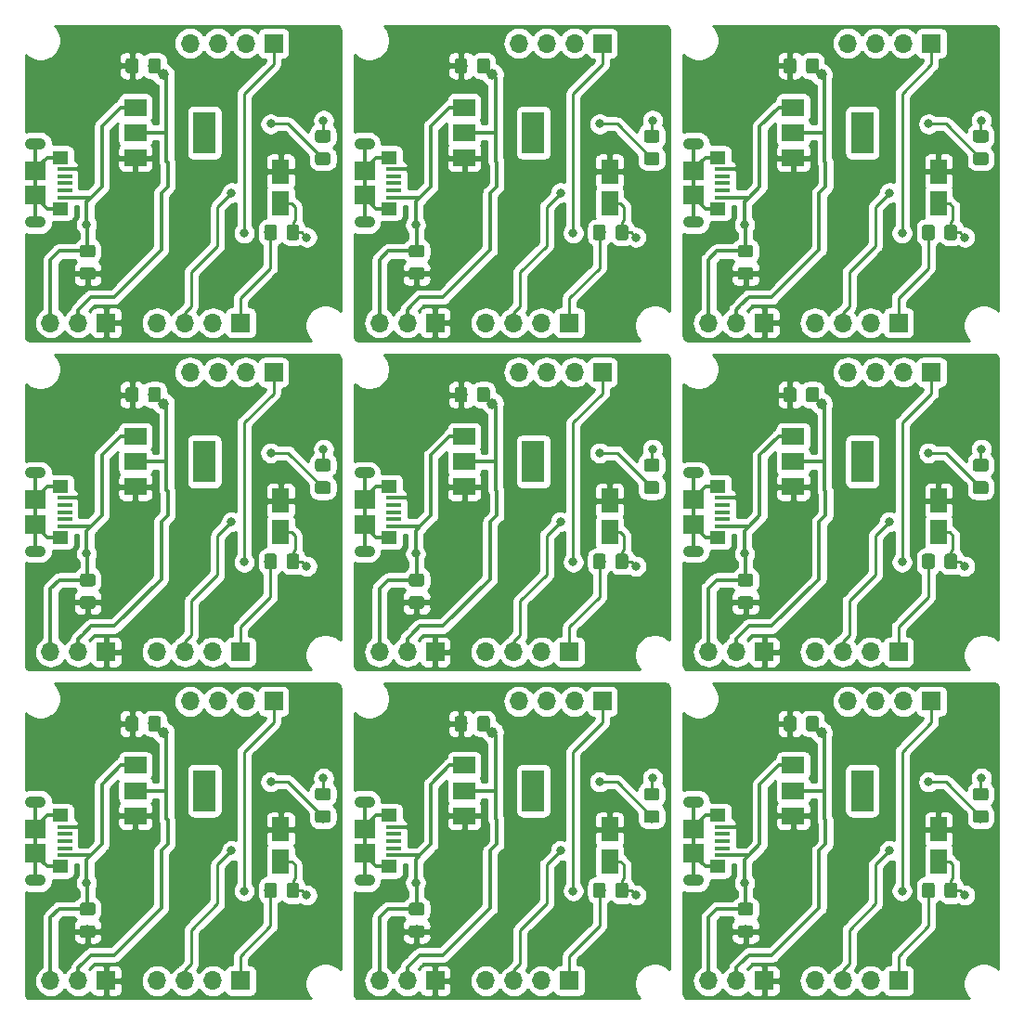
<source format=gbr>
G04 #@! TF.GenerationSoftware,KiCad,Pcbnew,5.1.4+dfsg1-1~bpo10+1*
G04 #@! TF.CreationDate,2022-07-23T13:57:56+05:30*
G04 #@! TF.ProjectId,Bolt my,426f6c74-206d-4792-9e6b-696361645f70,1.0*
G04 #@! TF.SameCoordinates,Original*
G04 #@! TF.FileFunction,Copper,L2,Bot*
G04 #@! TF.FilePolarity,Positive*
%FSLAX46Y46*%
G04 Gerber Fmt 4.6, Leading zero omitted, Abs format (unit mm)*
G04 Created by KiCad (PCBNEW 5.1.4+dfsg1-1~bpo10+1) date 2022-07-23 13:57:56*
%MOMM*%
%LPD*%
G04 APERTURE LIST*
%ADD10O,1.700000X1.700000*%
%ADD11R,1.700000X1.700000*%
%ADD12R,2.000000X1.500000*%
%ADD13R,2.000000X3.800000*%
%ADD14R,1.500000X2.200000*%
%ADD15C,0.100000*%
%ADD16C,1.150000*%
%ADD17R,1.450000X1.150000*%
%ADD18O,1.900000X1.050000*%
%ADD19R,1.900000X1.750000*%
%ADD20R,1.400000X0.400000*%
%ADD21C,0.800000*%
%ADD22C,1.000000*%
%ADD23C,0.320000*%
%ADD24C,0.250000*%
%ADD25C,0.254000*%
G04 APERTURE END LIST*
D10*
X93410000Y-80030000D03*
X95950000Y-80030000D03*
X98490000Y-80030000D03*
D11*
X101030000Y-80030000D03*
D12*
X88430000Y-60480000D03*
X88430000Y-55880000D03*
X88430000Y-58180000D03*
D13*
X94730000Y-58180000D03*
D10*
X80700000Y-75530000D03*
X83240000Y-75530000D03*
D11*
X85780000Y-75530000D03*
D14*
X101680000Y-61730000D03*
X101680000Y-64630000D03*
D15*
G36*
X106004505Y-59981204D02*
G01*
X106028773Y-59984804D01*
X106052572Y-59990765D01*
X106075671Y-59999030D01*
X106097850Y-60009520D01*
X106118893Y-60022132D01*
X106138599Y-60036747D01*
X106156777Y-60053223D01*
X106173253Y-60071401D01*
X106187868Y-60091107D01*
X106200480Y-60112150D01*
X106210970Y-60134329D01*
X106219235Y-60157428D01*
X106225196Y-60181227D01*
X106228796Y-60205495D01*
X106230000Y-60229999D01*
X106230000Y-60880001D01*
X106228796Y-60904505D01*
X106225196Y-60928773D01*
X106219235Y-60952572D01*
X106210970Y-60975671D01*
X106200480Y-60997850D01*
X106187868Y-61018893D01*
X106173253Y-61038599D01*
X106156777Y-61056777D01*
X106138599Y-61073253D01*
X106118893Y-61087868D01*
X106097850Y-61100480D01*
X106075671Y-61110970D01*
X106052572Y-61119235D01*
X106028773Y-61125196D01*
X106004505Y-61128796D01*
X105980001Y-61130000D01*
X105079999Y-61130000D01*
X105055495Y-61128796D01*
X105031227Y-61125196D01*
X105007428Y-61119235D01*
X104984329Y-61110970D01*
X104962150Y-61100480D01*
X104941107Y-61087868D01*
X104921401Y-61073253D01*
X104903223Y-61056777D01*
X104886747Y-61038599D01*
X104872132Y-61018893D01*
X104859520Y-60997850D01*
X104849030Y-60975671D01*
X104840765Y-60952572D01*
X104834804Y-60928773D01*
X104831204Y-60904505D01*
X104830000Y-60880001D01*
X104830000Y-60229999D01*
X104831204Y-60205495D01*
X104834804Y-60181227D01*
X104840765Y-60157428D01*
X104849030Y-60134329D01*
X104859520Y-60112150D01*
X104872132Y-60091107D01*
X104886747Y-60071401D01*
X104903223Y-60053223D01*
X104921401Y-60036747D01*
X104941107Y-60022132D01*
X104962150Y-60009520D01*
X104984329Y-59999030D01*
X105007428Y-59990765D01*
X105031227Y-59984804D01*
X105055495Y-59981204D01*
X105079999Y-59980000D01*
X105980001Y-59980000D01*
X106004505Y-59981204D01*
X106004505Y-59981204D01*
G37*
D16*
X105530000Y-60555000D03*
D15*
G36*
X106004505Y-57931204D02*
G01*
X106028773Y-57934804D01*
X106052572Y-57940765D01*
X106075671Y-57949030D01*
X106097850Y-57959520D01*
X106118893Y-57972132D01*
X106138599Y-57986747D01*
X106156777Y-58003223D01*
X106173253Y-58021401D01*
X106187868Y-58041107D01*
X106200480Y-58062150D01*
X106210970Y-58084329D01*
X106219235Y-58107428D01*
X106225196Y-58131227D01*
X106228796Y-58155495D01*
X106230000Y-58179999D01*
X106230000Y-58830001D01*
X106228796Y-58854505D01*
X106225196Y-58878773D01*
X106219235Y-58902572D01*
X106210970Y-58925671D01*
X106200480Y-58947850D01*
X106187868Y-58968893D01*
X106173253Y-58988599D01*
X106156777Y-59006777D01*
X106138599Y-59023253D01*
X106118893Y-59037868D01*
X106097850Y-59050480D01*
X106075671Y-59060970D01*
X106052572Y-59069235D01*
X106028773Y-59075196D01*
X106004505Y-59078796D01*
X105980001Y-59080000D01*
X105079999Y-59080000D01*
X105055495Y-59078796D01*
X105031227Y-59075196D01*
X105007428Y-59069235D01*
X104984329Y-59060970D01*
X104962150Y-59050480D01*
X104941107Y-59037868D01*
X104921401Y-59023253D01*
X104903223Y-59006777D01*
X104886747Y-58988599D01*
X104872132Y-58968893D01*
X104859520Y-58947850D01*
X104849030Y-58925671D01*
X104840765Y-58902572D01*
X104834804Y-58878773D01*
X104831204Y-58854505D01*
X104830000Y-58830001D01*
X104830000Y-58179999D01*
X104831204Y-58155495D01*
X104834804Y-58131227D01*
X104840765Y-58107428D01*
X104849030Y-58084329D01*
X104859520Y-58062150D01*
X104872132Y-58041107D01*
X104886747Y-58021401D01*
X104903223Y-58003223D01*
X104921401Y-57986747D01*
X104941107Y-57972132D01*
X104962150Y-57959520D01*
X104984329Y-57949030D01*
X105007428Y-57940765D01*
X105031227Y-57934804D01*
X105055495Y-57931204D01*
X105079999Y-57930000D01*
X105980001Y-57930000D01*
X106004505Y-57931204D01*
X106004505Y-57931204D01*
G37*
D16*
X105530000Y-58505000D03*
D14*
X101680000Y-91730000D03*
X101680000Y-94630000D03*
D15*
G36*
X90529505Y-81381204D02*
G01*
X90553773Y-81384804D01*
X90577572Y-81390765D01*
X90600671Y-81399030D01*
X90622850Y-81409520D01*
X90643893Y-81422132D01*
X90663599Y-81436747D01*
X90681777Y-81453223D01*
X90698253Y-81471401D01*
X90712868Y-81491107D01*
X90725480Y-81512150D01*
X90735970Y-81534329D01*
X90744235Y-81557428D01*
X90750196Y-81581227D01*
X90753796Y-81605495D01*
X90755000Y-81629999D01*
X90755000Y-82530001D01*
X90753796Y-82554505D01*
X90750196Y-82578773D01*
X90744235Y-82602572D01*
X90735970Y-82625671D01*
X90725480Y-82647850D01*
X90712868Y-82668893D01*
X90698253Y-82688599D01*
X90681777Y-82706777D01*
X90663599Y-82723253D01*
X90643893Y-82737868D01*
X90622850Y-82750480D01*
X90600671Y-82760970D01*
X90577572Y-82769235D01*
X90553773Y-82775196D01*
X90529505Y-82778796D01*
X90505001Y-82780000D01*
X89854999Y-82780000D01*
X89830495Y-82778796D01*
X89806227Y-82775196D01*
X89782428Y-82769235D01*
X89759329Y-82760970D01*
X89737150Y-82750480D01*
X89716107Y-82737868D01*
X89696401Y-82723253D01*
X89678223Y-82706777D01*
X89661747Y-82688599D01*
X89647132Y-82668893D01*
X89634520Y-82647850D01*
X89624030Y-82625671D01*
X89615765Y-82602572D01*
X89609804Y-82578773D01*
X89606204Y-82554505D01*
X89605000Y-82530001D01*
X89605000Y-81629999D01*
X89606204Y-81605495D01*
X89609804Y-81581227D01*
X89615765Y-81557428D01*
X89624030Y-81534329D01*
X89634520Y-81512150D01*
X89647132Y-81491107D01*
X89661747Y-81471401D01*
X89678223Y-81453223D01*
X89696401Y-81436747D01*
X89716107Y-81422132D01*
X89737150Y-81409520D01*
X89759329Y-81399030D01*
X89782428Y-81390765D01*
X89806227Y-81384804D01*
X89830495Y-81381204D01*
X89854999Y-81380000D01*
X90505001Y-81380000D01*
X90529505Y-81381204D01*
X90529505Y-81381204D01*
G37*
D16*
X90180000Y-82080000D03*
D15*
G36*
X88479505Y-81381204D02*
G01*
X88503773Y-81384804D01*
X88527572Y-81390765D01*
X88550671Y-81399030D01*
X88572850Y-81409520D01*
X88593893Y-81422132D01*
X88613599Y-81436747D01*
X88631777Y-81453223D01*
X88648253Y-81471401D01*
X88662868Y-81491107D01*
X88675480Y-81512150D01*
X88685970Y-81534329D01*
X88694235Y-81557428D01*
X88700196Y-81581227D01*
X88703796Y-81605495D01*
X88705000Y-81629999D01*
X88705000Y-82530001D01*
X88703796Y-82554505D01*
X88700196Y-82578773D01*
X88694235Y-82602572D01*
X88685970Y-82625671D01*
X88675480Y-82647850D01*
X88662868Y-82668893D01*
X88648253Y-82688599D01*
X88631777Y-82706777D01*
X88613599Y-82723253D01*
X88593893Y-82737868D01*
X88572850Y-82750480D01*
X88550671Y-82760970D01*
X88527572Y-82769235D01*
X88503773Y-82775196D01*
X88479505Y-82778796D01*
X88455001Y-82780000D01*
X87804999Y-82780000D01*
X87780495Y-82778796D01*
X87756227Y-82775196D01*
X87732428Y-82769235D01*
X87709329Y-82760970D01*
X87687150Y-82750480D01*
X87666107Y-82737868D01*
X87646401Y-82723253D01*
X87628223Y-82706777D01*
X87611747Y-82688599D01*
X87597132Y-82668893D01*
X87584520Y-82647850D01*
X87574030Y-82625671D01*
X87565765Y-82602572D01*
X87559804Y-82578773D01*
X87556204Y-82554505D01*
X87555000Y-82530001D01*
X87555000Y-81629999D01*
X87556204Y-81605495D01*
X87559804Y-81581227D01*
X87565765Y-81557428D01*
X87574030Y-81534329D01*
X87584520Y-81512150D01*
X87597132Y-81491107D01*
X87611747Y-81471401D01*
X87628223Y-81453223D01*
X87646401Y-81436747D01*
X87666107Y-81422132D01*
X87687150Y-81409520D01*
X87709329Y-81399030D01*
X87732428Y-81390765D01*
X87756227Y-81384804D01*
X87780495Y-81381204D01*
X87804999Y-81380000D01*
X88455001Y-81380000D01*
X88479505Y-81381204D01*
X88479505Y-81381204D01*
G37*
D16*
X88130000Y-82080000D03*
D12*
X88430000Y-90480000D03*
X88430000Y-85880000D03*
X88430000Y-88180000D03*
D13*
X94730000Y-88180000D03*
D10*
X90410000Y-75530000D03*
X92950000Y-75530000D03*
X95490000Y-75530000D03*
D11*
X98030000Y-75530000D03*
D15*
G36*
X84554505Y-70456204D02*
G01*
X84578773Y-70459804D01*
X84602572Y-70465765D01*
X84625671Y-70474030D01*
X84647850Y-70484520D01*
X84668893Y-70497132D01*
X84688599Y-70511747D01*
X84706777Y-70528223D01*
X84723253Y-70546401D01*
X84737868Y-70566107D01*
X84750480Y-70587150D01*
X84760970Y-70609329D01*
X84769235Y-70632428D01*
X84775196Y-70656227D01*
X84778796Y-70680495D01*
X84780000Y-70704999D01*
X84780000Y-71355001D01*
X84778796Y-71379505D01*
X84775196Y-71403773D01*
X84769235Y-71427572D01*
X84760970Y-71450671D01*
X84750480Y-71472850D01*
X84737868Y-71493893D01*
X84723253Y-71513599D01*
X84706777Y-71531777D01*
X84688599Y-71548253D01*
X84668893Y-71562868D01*
X84647850Y-71575480D01*
X84625671Y-71585970D01*
X84602572Y-71594235D01*
X84578773Y-71600196D01*
X84554505Y-71603796D01*
X84530001Y-71605000D01*
X83629999Y-71605000D01*
X83605495Y-71603796D01*
X83581227Y-71600196D01*
X83557428Y-71594235D01*
X83534329Y-71585970D01*
X83512150Y-71575480D01*
X83491107Y-71562868D01*
X83471401Y-71548253D01*
X83453223Y-71531777D01*
X83436747Y-71513599D01*
X83422132Y-71493893D01*
X83409520Y-71472850D01*
X83399030Y-71450671D01*
X83390765Y-71427572D01*
X83384804Y-71403773D01*
X83381204Y-71379505D01*
X83380000Y-71355001D01*
X83380000Y-70704999D01*
X83381204Y-70680495D01*
X83384804Y-70656227D01*
X83390765Y-70632428D01*
X83399030Y-70609329D01*
X83409520Y-70587150D01*
X83422132Y-70566107D01*
X83436747Y-70546401D01*
X83453223Y-70528223D01*
X83471401Y-70511747D01*
X83491107Y-70497132D01*
X83512150Y-70484520D01*
X83534329Y-70474030D01*
X83557428Y-70465765D01*
X83581227Y-70459804D01*
X83605495Y-70456204D01*
X83629999Y-70455000D01*
X84530001Y-70455000D01*
X84554505Y-70456204D01*
X84554505Y-70456204D01*
G37*
D16*
X84080000Y-71030000D03*
D15*
G36*
X84554505Y-68406204D02*
G01*
X84578773Y-68409804D01*
X84602572Y-68415765D01*
X84625671Y-68424030D01*
X84647850Y-68434520D01*
X84668893Y-68447132D01*
X84688599Y-68461747D01*
X84706777Y-68478223D01*
X84723253Y-68496401D01*
X84737868Y-68516107D01*
X84750480Y-68537150D01*
X84760970Y-68559329D01*
X84769235Y-68582428D01*
X84775196Y-68606227D01*
X84778796Y-68630495D01*
X84780000Y-68654999D01*
X84780000Y-69305001D01*
X84778796Y-69329505D01*
X84775196Y-69353773D01*
X84769235Y-69377572D01*
X84760970Y-69400671D01*
X84750480Y-69422850D01*
X84737868Y-69443893D01*
X84723253Y-69463599D01*
X84706777Y-69481777D01*
X84688599Y-69498253D01*
X84668893Y-69512868D01*
X84647850Y-69525480D01*
X84625671Y-69535970D01*
X84602572Y-69544235D01*
X84578773Y-69550196D01*
X84554505Y-69553796D01*
X84530001Y-69555000D01*
X83629999Y-69555000D01*
X83605495Y-69553796D01*
X83581227Y-69550196D01*
X83557428Y-69544235D01*
X83534329Y-69535970D01*
X83512150Y-69525480D01*
X83491107Y-69512868D01*
X83471401Y-69498253D01*
X83453223Y-69481777D01*
X83436747Y-69463599D01*
X83422132Y-69443893D01*
X83409520Y-69422850D01*
X83399030Y-69400671D01*
X83390765Y-69377572D01*
X83384804Y-69353773D01*
X83381204Y-69329505D01*
X83380000Y-69305001D01*
X83380000Y-68654999D01*
X83381204Y-68630495D01*
X83384804Y-68606227D01*
X83390765Y-68582428D01*
X83399030Y-68559329D01*
X83409520Y-68537150D01*
X83422132Y-68516107D01*
X83436747Y-68496401D01*
X83453223Y-68478223D01*
X83471401Y-68461747D01*
X83491107Y-68447132D01*
X83512150Y-68434520D01*
X83534329Y-68424030D01*
X83557428Y-68415765D01*
X83581227Y-68409804D01*
X83605495Y-68406204D01*
X83629999Y-68405000D01*
X84530001Y-68405000D01*
X84554505Y-68406204D01*
X84554505Y-68406204D01*
G37*
D16*
X84080000Y-68980000D03*
D10*
X80700000Y-105530000D03*
X83240000Y-105530000D03*
D11*
X85780000Y-105530000D03*
D15*
G36*
X84554505Y-100456204D02*
G01*
X84578773Y-100459804D01*
X84602572Y-100465765D01*
X84625671Y-100474030D01*
X84647850Y-100484520D01*
X84668893Y-100497132D01*
X84688599Y-100511747D01*
X84706777Y-100528223D01*
X84723253Y-100546401D01*
X84737868Y-100566107D01*
X84750480Y-100587150D01*
X84760970Y-100609329D01*
X84769235Y-100632428D01*
X84775196Y-100656227D01*
X84778796Y-100680495D01*
X84780000Y-100704999D01*
X84780000Y-101355001D01*
X84778796Y-101379505D01*
X84775196Y-101403773D01*
X84769235Y-101427572D01*
X84760970Y-101450671D01*
X84750480Y-101472850D01*
X84737868Y-101493893D01*
X84723253Y-101513599D01*
X84706777Y-101531777D01*
X84688599Y-101548253D01*
X84668893Y-101562868D01*
X84647850Y-101575480D01*
X84625671Y-101585970D01*
X84602572Y-101594235D01*
X84578773Y-101600196D01*
X84554505Y-101603796D01*
X84530001Y-101605000D01*
X83629999Y-101605000D01*
X83605495Y-101603796D01*
X83581227Y-101600196D01*
X83557428Y-101594235D01*
X83534329Y-101585970D01*
X83512150Y-101575480D01*
X83491107Y-101562868D01*
X83471401Y-101548253D01*
X83453223Y-101531777D01*
X83436747Y-101513599D01*
X83422132Y-101493893D01*
X83409520Y-101472850D01*
X83399030Y-101450671D01*
X83390765Y-101427572D01*
X83384804Y-101403773D01*
X83381204Y-101379505D01*
X83380000Y-101355001D01*
X83380000Y-100704999D01*
X83381204Y-100680495D01*
X83384804Y-100656227D01*
X83390765Y-100632428D01*
X83399030Y-100609329D01*
X83409520Y-100587150D01*
X83422132Y-100566107D01*
X83436747Y-100546401D01*
X83453223Y-100528223D01*
X83471401Y-100511747D01*
X83491107Y-100497132D01*
X83512150Y-100484520D01*
X83534329Y-100474030D01*
X83557428Y-100465765D01*
X83581227Y-100459804D01*
X83605495Y-100456204D01*
X83629999Y-100455000D01*
X84530001Y-100455000D01*
X84554505Y-100456204D01*
X84554505Y-100456204D01*
G37*
D16*
X84080000Y-101030000D03*
D15*
G36*
X84554505Y-98406204D02*
G01*
X84578773Y-98409804D01*
X84602572Y-98415765D01*
X84625671Y-98424030D01*
X84647850Y-98434520D01*
X84668893Y-98447132D01*
X84688599Y-98461747D01*
X84706777Y-98478223D01*
X84723253Y-98496401D01*
X84737868Y-98516107D01*
X84750480Y-98537150D01*
X84760970Y-98559329D01*
X84769235Y-98582428D01*
X84775196Y-98606227D01*
X84778796Y-98630495D01*
X84780000Y-98654999D01*
X84780000Y-99305001D01*
X84778796Y-99329505D01*
X84775196Y-99353773D01*
X84769235Y-99377572D01*
X84760970Y-99400671D01*
X84750480Y-99422850D01*
X84737868Y-99443893D01*
X84723253Y-99463599D01*
X84706777Y-99481777D01*
X84688599Y-99498253D01*
X84668893Y-99512868D01*
X84647850Y-99525480D01*
X84625671Y-99535970D01*
X84602572Y-99544235D01*
X84578773Y-99550196D01*
X84554505Y-99553796D01*
X84530001Y-99555000D01*
X83629999Y-99555000D01*
X83605495Y-99553796D01*
X83581227Y-99550196D01*
X83557428Y-99544235D01*
X83534329Y-99535970D01*
X83512150Y-99525480D01*
X83491107Y-99512868D01*
X83471401Y-99498253D01*
X83453223Y-99481777D01*
X83436747Y-99463599D01*
X83422132Y-99443893D01*
X83409520Y-99422850D01*
X83399030Y-99400671D01*
X83390765Y-99377572D01*
X83384804Y-99353773D01*
X83381204Y-99329505D01*
X83380000Y-99305001D01*
X83380000Y-98654999D01*
X83381204Y-98630495D01*
X83384804Y-98606227D01*
X83390765Y-98582428D01*
X83399030Y-98559329D01*
X83409520Y-98537150D01*
X83422132Y-98516107D01*
X83436747Y-98496401D01*
X83453223Y-98478223D01*
X83471401Y-98461747D01*
X83491107Y-98447132D01*
X83512150Y-98434520D01*
X83534329Y-98424030D01*
X83557428Y-98415765D01*
X83581227Y-98409804D01*
X83605495Y-98406204D01*
X83629999Y-98405000D01*
X84530001Y-98405000D01*
X84554505Y-98406204D01*
X84554505Y-98406204D01*
G37*
D16*
X84080000Y-98980000D03*
D15*
G36*
X106004505Y-89981204D02*
G01*
X106028773Y-89984804D01*
X106052572Y-89990765D01*
X106075671Y-89999030D01*
X106097850Y-90009520D01*
X106118893Y-90022132D01*
X106138599Y-90036747D01*
X106156777Y-90053223D01*
X106173253Y-90071401D01*
X106187868Y-90091107D01*
X106200480Y-90112150D01*
X106210970Y-90134329D01*
X106219235Y-90157428D01*
X106225196Y-90181227D01*
X106228796Y-90205495D01*
X106230000Y-90229999D01*
X106230000Y-90880001D01*
X106228796Y-90904505D01*
X106225196Y-90928773D01*
X106219235Y-90952572D01*
X106210970Y-90975671D01*
X106200480Y-90997850D01*
X106187868Y-91018893D01*
X106173253Y-91038599D01*
X106156777Y-91056777D01*
X106138599Y-91073253D01*
X106118893Y-91087868D01*
X106097850Y-91100480D01*
X106075671Y-91110970D01*
X106052572Y-91119235D01*
X106028773Y-91125196D01*
X106004505Y-91128796D01*
X105980001Y-91130000D01*
X105079999Y-91130000D01*
X105055495Y-91128796D01*
X105031227Y-91125196D01*
X105007428Y-91119235D01*
X104984329Y-91110970D01*
X104962150Y-91100480D01*
X104941107Y-91087868D01*
X104921401Y-91073253D01*
X104903223Y-91056777D01*
X104886747Y-91038599D01*
X104872132Y-91018893D01*
X104859520Y-90997850D01*
X104849030Y-90975671D01*
X104840765Y-90952572D01*
X104834804Y-90928773D01*
X104831204Y-90904505D01*
X104830000Y-90880001D01*
X104830000Y-90229999D01*
X104831204Y-90205495D01*
X104834804Y-90181227D01*
X104840765Y-90157428D01*
X104849030Y-90134329D01*
X104859520Y-90112150D01*
X104872132Y-90091107D01*
X104886747Y-90071401D01*
X104903223Y-90053223D01*
X104921401Y-90036747D01*
X104941107Y-90022132D01*
X104962150Y-90009520D01*
X104984329Y-89999030D01*
X105007428Y-89990765D01*
X105031227Y-89984804D01*
X105055495Y-89981204D01*
X105079999Y-89980000D01*
X105980001Y-89980000D01*
X106004505Y-89981204D01*
X106004505Y-89981204D01*
G37*
D16*
X105530000Y-90555000D03*
D15*
G36*
X106004505Y-87931204D02*
G01*
X106028773Y-87934804D01*
X106052572Y-87940765D01*
X106075671Y-87949030D01*
X106097850Y-87959520D01*
X106118893Y-87972132D01*
X106138599Y-87986747D01*
X106156777Y-88003223D01*
X106173253Y-88021401D01*
X106187868Y-88041107D01*
X106200480Y-88062150D01*
X106210970Y-88084329D01*
X106219235Y-88107428D01*
X106225196Y-88131227D01*
X106228796Y-88155495D01*
X106230000Y-88179999D01*
X106230000Y-88830001D01*
X106228796Y-88854505D01*
X106225196Y-88878773D01*
X106219235Y-88902572D01*
X106210970Y-88925671D01*
X106200480Y-88947850D01*
X106187868Y-88968893D01*
X106173253Y-88988599D01*
X106156777Y-89006777D01*
X106138599Y-89023253D01*
X106118893Y-89037868D01*
X106097850Y-89050480D01*
X106075671Y-89060970D01*
X106052572Y-89069235D01*
X106028773Y-89075196D01*
X106004505Y-89078796D01*
X105980001Y-89080000D01*
X105079999Y-89080000D01*
X105055495Y-89078796D01*
X105031227Y-89075196D01*
X105007428Y-89069235D01*
X104984329Y-89060970D01*
X104962150Y-89050480D01*
X104941107Y-89037868D01*
X104921401Y-89023253D01*
X104903223Y-89006777D01*
X104886747Y-88988599D01*
X104872132Y-88968893D01*
X104859520Y-88947850D01*
X104849030Y-88925671D01*
X104840765Y-88902572D01*
X104834804Y-88878773D01*
X104831204Y-88854505D01*
X104830000Y-88830001D01*
X104830000Y-88179999D01*
X104831204Y-88155495D01*
X104834804Y-88131227D01*
X104840765Y-88107428D01*
X104849030Y-88084329D01*
X104859520Y-88062150D01*
X104872132Y-88041107D01*
X104886747Y-88021401D01*
X104903223Y-88003223D01*
X104921401Y-87986747D01*
X104941107Y-87972132D01*
X104962150Y-87959520D01*
X104984329Y-87949030D01*
X105007428Y-87940765D01*
X105031227Y-87934804D01*
X105055495Y-87931204D01*
X105079999Y-87930000D01*
X105980001Y-87930000D01*
X106004505Y-87931204D01*
X106004505Y-87931204D01*
G37*
D16*
X105530000Y-88505000D03*
D17*
X81560000Y-95100000D03*
X81560000Y-90460000D03*
D18*
X79330000Y-89205000D03*
X79330000Y-96355000D03*
D19*
X79330000Y-93905000D03*
D20*
X81980000Y-92780000D03*
X81980000Y-92130000D03*
X81980000Y-91480000D03*
X81980000Y-94080000D03*
X81980000Y-93430000D03*
D19*
X79330000Y-91655000D03*
D15*
G36*
X103154505Y-96581204D02*
G01*
X103178773Y-96584804D01*
X103202572Y-96590765D01*
X103225671Y-96599030D01*
X103247850Y-96609520D01*
X103268893Y-96622132D01*
X103288599Y-96636747D01*
X103306777Y-96653223D01*
X103323253Y-96671401D01*
X103337868Y-96691107D01*
X103350480Y-96712150D01*
X103360970Y-96734329D01*
X103369235Y-96757428D01*
X103375196Y-96781227D01*
X103378796Y-96805495D01*
X103380000Y-96829999D01*
X103380000Y-97730001D01*
X103378796Y-97754505D01*
X103375196Y-97778773D01*
X103369235Y-97802572D01*
X103360970Y-97825671D01*
X103350480Y-97847850D01*
X103337868Y-97868893D01*
X103323253Y-97888599D01*
X103306777Y-97906777D01*
X103288599Y-97923253D01*
X103268893Y-97937868D01*
X103247850Y-97950480D01*
X103225671Y-97960970D01*
X103202572Y-97969235D01*
X103178773Y-97975196D01*
X103154505Y-97978796D01*
X103130001Y-97980000D01*
X102479999Y-97980000D01*
X102455495Y-97978796D01*
X102431227Y-97975196D01*
X102407428Y-97969235D01*
X102384329Y-97960970D01*
X102362150Y-97950480D01*
X102341107Y-97937868D01*
X102321401Y-97923253D01*
X102303223Y-97906777D01*
X102286747Y-97888599D01*
X102272132Y-97868893D01*
X102259520Y-97847850D01*
X102249030Y-97825671D01*
X102240765Y-97802572D01*
X102234804Y-97778773D01*
X102231204Y-97754505D01*
X102230000Y-97730001D01*
X102230000Y-96829999D01*
X102231204Y-96805495D01*
X102234804Y-96781227D01*
X102240765Y-96757428D01*
X102249030Y-96734329D01*
X102259520Y-96712150D01*
X102272132Y-96691107D01*
X102286747Y-96671401D01*
X102303223Y-96653223D01*
X102321401Y-96636747D01*
X102341107Y-96622132D01*
X102362150Y-96609520D01*
X102384329Y-96599030D01*
X102407428Y-96590765D01*
X102431227Y-96584804D01*
X102455495Y-96581204D01*
X102479999Y-96580000D01*
X103130001Y-96580000D01*
X103154505Y-96581204D01*
X103154505Y-96581204D01*
G37*
D16*
X102805000Y-97280000D03*
D15*
G36*
X101104505Y-96581204D02*
G01*
X101128773Y-96584804D01*
X101152572Y-96590765D01*
X101175671Y-96599030D01*
X101197850Y-96609520D01*
X101218893Y-96622132D01*
X101238599Y-96636747D01*
X101256777Y-96653223D01*
X101273253Y-96671401D01*
X101287868Y-96691107D01*
X101300480Y-96712150D01*
X101310970Y-96734329D01*
X101319235Y-96757428D01*
X101325196Y-96781227D01*
X101328796Y-96805495D01*
X101330000Y-96829999D01*
X101330000Y-97730001D01*
X101328796Y-97754505D01*
X101325196Y-97778773D01*
X101319235Y-97802572D01*
X101310970Y-97825671D01*
X101300480Y-97847850D01*
X101287868Y-97868893D01*
X101273253Y-97888599D01*
X101256777Y-97906777D01*
X101238599Y-97923253D01*
X101218893Y-97937868D01*
X101197850Y-97950480D01*
X101175671Y-97960970D01*
X101152572Y-97969235D01*
X101128773Y-97975196D01*
X101104505Y-97978796D01*
X101080001Y-97980000D01*
X100429999Y-97980000D01*
X100405495Y-97978796D01*
X100381227Y-97975196D01*
X100357428Y-97969235D01*
X100334329Y-97960970D01*
X100312150Y-97950480D01*
X100291107Y-97937868D01*
X100271401Y-97923253D01*
X100253223Y-97906777D01*
X100236747Y-97888599D01*
X100222132Y-97868893D01*
X100209520Y-97847850D01*
X100199030Y-97825671D01*
X100190765Y-97802572D01*
X100184804Y-97778773D01*
X100181204Y-97754505D01*
X100180000Y-97730001D01*
X100180000Y-96829999D01*
X100181204Y-96805495D01*
X100184804Y-96781227D01*
X100190765Y-96757428D01*
X100199030Y-96734329D01*
X100209520Y-96712150D01*
X100222132Y-96691107D01*
X100236747Y-96671401D01*
X100253223Y-96653223D01*
X100271401Y-96636747D01*
X100291107Y-96622132D01*
X100312150Y-96609520D01*
X100334329Y-96599030D01*
X100357428Y-96590765D01*
X100381227Y-96584804D01*
X100405495Y-96581204D01*
X100429999Y-96580000D01*
X101080001Y-96580000D01*
X101104505Y-96581204D01*
X101104505Y-96581204D01*
G37*
D16*
X100755000Y-97280000D03*
D10*
X93410000Y-50030000D03*
X95950000Y-50030000D03*
X98490000Y-50030000D03*
D11*
X101030000Y-50030000D03*
D14*
X101680000Y-34630000D03*
X101680000Y-31730000D03*
D15*
G36*
X88479505Y-21381204D02*
G01*
X88503773Y-21384804D01*
X88527572Y-21390765D01*
X88550671Y-21399030D01*
X88572850Y-21409520D01*
X88593893Y-21422132D01*
X88613599Y-21436747D01*
X88631777Y-21453223D01*
X88648253Y-21471401D01*
X88662868Y-21491107D01*
X88675480Y-21512150D01*
X88685970Y-21534329D01*
X88694235Y-21557428D01*
X88700196Y-21581227D01*
X88703796Y-21605495D01*
X88705000Y-21629999D01*
X88705000Y-22530001D01*
X88703796Y-22554505D01*
X88700196Y-22578773D01*
X88694235Y-22602572D01*
X88685970Y-22625671D01*
X88675480Y-22647850D01*
X88662868Y-22668893D01*
X88648253Y-22688599D01*
X88631777Y-22706777D01*
X88613599Y-22723253D01*
X88593893Y-22737868D01*
X88572850Y-22750480D01*
X88550671Y-22760970D01*
X88527572Y-22769235D01*
X88503773Y-22775196D01*
X88479505Y-22778796D01*
X88455001Y-22780000D01*
X87804999Y-22780000D01*
X87780495Y-22778796D01*
X87756227Y-22775196D01*
X87732428Y-22769235D01*
X87709329Y-22760970D01*
X87687150Y-22750480D01*
X87666107Y-22737868D01*
X87646401Y-22723253D01*
X87628223Y-22706777D01*
X87611747Y-22688599D01*
X87597132Y-22668893D01*
X87584520Y-22647850D01*
X87574030Y-22625671D01*
X87565765Y-22602572D01*
X87559804Y-22578773D01*
X87556204Y-22554505D01*
X87555000Y-22530001D01*
X87555000Y-21629999D01*
X87556204Y-21605495D01*
X87559804Y-21581227D01*
X87565765Y-21557428D01*
X87574030Y-21534329D01*
X87584520Y-21512150D01*
X87597132Y-21491107D01*
X87611747Y-21471401D01*
X87628223Y-21453223D01*
X87646401Y-21436747D01*
X87666107Y-21422132D01*
X87687150Y-21409520D01*
X87709329Y-21399030D01*
X87732428Y-21390765D01*
X87756227Y-21384804D01*
X87780495Y-21381204D01*
X87804999Y-21380000D01*
X88455001Y-21380000D01*
X88479505Y-21381204D01*
X88479505Y-21381204D01*
G37*
D16*
X88130000Y-22080000D03*
D15*
G36*
X90529505Y-21381204D02*
G01*
X90553773Y-21384804D01*
X90577572Y-21390765D01*
X90600671Y-21399030D01*
X90622850Y-21409520D01*
X90643893Y-21422132D01*
X90663599Y-21436747D01*
X90681777Y-21453223D01*
X90698253Y-21471401D01*
X90712868Y-21491107D01*
X90725480Y-21512150D01*
X90735970Y-21534329D01*
X90744235Y-21557428D01*
X90750196Y-21581227D01*
X90753796Y-21605495D01*
X90755000Y-21629999D01*
X90755000Y-22530001D01*
X90753796Y-22554505D01*
X90750196Y-22578773D01*
X90744235Y-22602572D01*
X90735970Y-22625671D01*
X90725480Y-22647850D01*
X90712868Y-22668893D01*
X90698253Y-22688599D01*
X90681777Y-22706777D01*
X90663599Y-22723253D01*
X90643893Y-22737868D01*
X90622850Y-22750480D01*
X90600671Y-22760970D01*
X90577572Y-22769235D01*
X90553773Y-22775196D01*
X90529505Y-22778796D01*
X90505001Y-22780000D01*
X89854999Y-22780000D01*
X89830495Y-22778796D01*
X89806227Y-22775196D01*
X89782428Y-22769235D01*
X89759329Y-22760970D01*
X89737150Y-22750480D01*
X89716107Y-22737868D01*
X89696401Y-22723253D01*
X89678223Y-22706777D01*
X89661747Y-22688599D01*
X89647132Y-22668893D01*
X89634520Y-22647850D01*
X89624030Y-22625671D01*
X89615765Y-22602572D01*
X89609804Y-22578773D01*
X89606204Y-22554505D01*
X89605000Y-22530001D01*
X89605000Y-21629999D01*
X89606204Y-21605495D01*
X89609804Y-21581227D01*
X89615765Y-21557428D01*
X89624030Y-21534329D01*
X89634520Y-21512150D01*
X89647132Y-21491107D01*
X89661747Y-21471401D01*
X89678223Y-21453223D01*
X89696401Y-21436747D01*
X89716107Y-21422132D01*
X89737150Y-21409520D01*
X89759329Y-21399030D01*
X89782428Y-21390765D01*
X89806227Y-21384804D01*
X89830495Y-21381204D01*
X89854999Y-21380000D01*
X90505001Y-21380000D01*
X90529505Y-21381204D01*
X90529505Y-21381204D01*
G37*
D16*
X90180000Y-22080000D03*
D11*
X98030000Y-45530000D03*
D10*
X95490000Y-45530000D03*
X92950000Y-45530000D03*
X90410000Y-45530000D03*
D11*
X101030000Y-20030000D03*
D10*
X98490000Y-20030000D03*
X95950000Y-20030000D03*
X93410000Y-20030000D03*
D15*
G36*
X101104505Y-36581204D02*
G01*
X101128773Y-36584804D01*
X101152572Y-36590765D01*
X101175671Y-36599030D01*
X101197850Y-36609520D01*
X101218893Y-36622132D01*
X101238599Y-36636747D01*
X101256777Y-36653223D01*
X101273253Y-36671401D01*
X101287868Y-36691107D01*
X101300480Y-36712150D01*
X101310970Y-36734329D01*
X101319235Y-36757428D01*
X101325196Y-36781227D01*
X101328796Y-36805495D01*
X101330000Y-36829999D01*
X101330000Y-37730001D01*
X101328796Y-37754505D01*
X101325196Y-37778773D01*
X101319235Y-37802572D01*
X101310970Y-37825671D01*
X101300480Y-37847850D01*
X101287868Y-37868893D01*
X101273253Y-37888599D01*
X101256777Y-37906777D01*
X101238599Y-37923253D01*
X101218893Y-37937868D01*
X101197850Y-37950480D01*
X101175671Y-37960970D01*
X101152572Y-37969235D01*
X101128773Y-37975196D01*
X101104505Y-37978796D01*
X101080001Y-37980000D01*
X100429999Y-37980000D01*
X100405495Y-37978796D01*
X100381227Y-37975196D01*
X100357428Y-37969235D01*
X100334329Y-37960970D01*
X100312150Y-37950480D01*
X100291107Y-37937868D01*
X100271401Y-37923253D01*
X100253223Y-37906777D01*
X100236747Y-37888599D01*
X100222132Y-37868893D01*
X100209520Y-37847850D01*
X100199030Y-37825671D01*
X100190765Y-37802572D01*
X100184804Y-37778773D01*
X100181204Y-37754505D01*
X100180000Y-37730001D01*
X100180000Y-36829999D01*
X100181204Y-36805495D01*
X100184804Y-36781227D01*
X100190765Y-36757428D01*
X100199030Y-36734329D01*
X100209520Y-36712150D01*
X100222132Y-36691107D01*
X100236747Y-36671401D01*
X100253223Y-36653223D01*
X100271401Y-36636747D01*
X100291107Y-36622132D01*
X100312150Y-36609520D01*
X100334329Y-36599030D01*
X100357428Y-36590765D01*
X100381227Y-36584804D01*
X100405495Y-36581204D01*
X100429999Y-36580000D01*
X101080001Y-36580000D01*
X101104505Y-36581204D01*
X101104505Y-36581204D01*
G37*
D16*
X100755000Y-37280000D03*
D15*
G36*
X103154505Y-36581204D02*
G01*
X103178773Y-36584804D01*
X103202572Y-36590765D01*
X103225671Y-36599030D01*
X103247850Y-36609520D01*
X103268893Y-36622132D01*
X103288599Y-36636747D01*
X103306777Y-36653223D01*
X103323253Y-36671401D01*
X103337868Y-36691107D01*
X103350480Y-36712150D01*
X103360970Y-36734329D01*
X103369235Y-36757428D01*
X103375196Y-36781227D01*
X103378796Y-36805495D01*
X103380000Y-36829999D01*
X103380000Y-37730001D01*
X103378796Y-37754505D01*
X103375196Y-37778773D01*
X103369235Y-37802572D01*
X103360970Y-37825671D01*
X103350480Y-37847850D01*
X103337868Y-37868893D01*
X103323253Y-37888599D01*
X103306777Y-37906777D01*
X103288599Y-37923253D01*
X103268893Y-37937868D01*
X103247850Y-37950480D01*
X103225671Y-37960970D01*
X103202572Y-37969235D01*
X103178773Y-37975196D01*
X103154505Y-37978796D01*
X103130001Y-37980000D01*
X102479999Y-37980000D01*
X102455495Y-37978796D01*
X102431227Y-37975196D01*
X102407428Y-37969235D01*
X102384329Y-37960970D01*
X102362150Y-37950480D01*
X102341107Y-37937868D01*
X102321401Y-37923253D01*
X102303223Y-37906777D01*
X102286747Y-37888599D01*
X102272132Y-37868893D01*
X102259520Y-37847850D01*
X102249030Y-37825671D01*
X102240765Y-37802572D01*
X102234804Y-37778773D01*
X102231204Y-37754505D01*
X102230000Y-37730001D01*
X102230000Y-36829999D01*
X102231204Y-36805495D01*
X102234804Y-36781227D01*
X102240765Y-36757428D01*
X102249030Y-36734329D01*
X102259520Y-36712150D01*
X102272132Y-36691107D01*
X102286747Y-36671401D01*
X102303223Y-36653223D01*
X102321401Y-36636747D01*
X102341107Y-36622132D01*
X102362150Y-36609520D01*
X102384329Y-36599030D01*
X102407428Y-36590765D01*
X102431227Y-36584804D01*
X102455495Y-36581204D01*
X102479999Y-36580000D01*
X103130001Y-36580000D01*
X103154505Y-36581204D01*
X103154505Y-36581204D01*
G37*
D16*
X102805000Y-37280000D03*
D13*
X94730000Y-28180000D03*
D12*
X88430000Y-28180000D03*
X88430000Y-25880000D03*
X88430000Y-30480000D03*
D19*
X79330000Y-31655000D03*
D20*
X81980000Y-33430000D03*
X81980000Y-34080000D03*
X81980000Y-31480000D03*
X81980000Y-32130000D03*
X81980000Y-32780000D03*
D19*
X79330000Y-33905000D03*
D18*
X79330000Y-36355000D03*
X79330000Y-29205000D03*
D17*
X81560000Y-30460000D03*
X81560000Y-35100000D03*
D15*
G36*
X84554505Y-38406204D02*
G01*
X84578773Y-38409804D01*
X84602572Y-38415765D01*
X84625671Y-38424030D01*
X84647850Y-38434520D01*
X84668893Y-38447132D01*
X84688599Y-38461747D01*
X84706777Y-38478223D01*
X84723253Y-38496401D01*
X84737868Y-38516107D01*
X84750480Y-38537150D01*
X84760970Y-38559329D01*
X84769235Y-38582428D01*
X84775196Y-38606227D01*
X84778796Y-38630495D01*
X84780000Y-38654999D01*
X84780000Y-39305001D01*
X84778796Y-39329505D01*
X84775196Y-39353773D01*
X84769235Y-39377572D01*
X84760970Y-39400671D01*
X84750480Y-39422850D01*
X84737868Y-39443893D01*
X84723253Y-39463599D01*
X84706777Y-39481777D01*
X84688599Y-39498253D01*
X84668893Y-39512868D01*
X84647850Y-39525480D01*
X84625671Y-39535970D01*
X84602572Y-39544235D01*
X84578773Y-39550196D01*
X84554505Y-39553796D01*
X84530001Y-39555000D01*
X83629999Y-39555000D01*
X83605495Y-39553796D01*
X83581227Y-39550196D01*
X83557428Y-39544235D01*
X83534329Y-39535970D01*
X83512150Y-39525480D01*
X83491107Y-39512868D01*
X83471401Y-39498253D01*
X83453223Y-39481777D01*
X83436747Y-39463599D01*
X83422132Y-39443893D01*
X83409520Y-39422850D01*
X83399030Y-39400671D01*
X83390765Y-39377572D01*
X83384804Y-39353773D01*
X83381204Y-39329505D01*
X83380000Y-39305001D01*
X83380000Y-38654999D01*
X83381204Y-38630495D01*
X83384804Y-38606227D01*
X83390765Y-38582428D01*
X83399030Y-38559329D01*
X83409520Y-38537150D01*
X83422132Y-38516107D01*
X83436747Y-38496401D01*
X83453223Y-38478223D01*
X83471401Y-38461747D01*
X83491107Y-38447132D01*
X83512150Y-38434520D01*
X83534329Y-38424030D01*
X83557428Y-38415765D01*
X83581227Y-38409804D01*
X83605495Y-38406204D01*
X83629999Y-38405000D01*
X84530001Y-38405000D01*
X84554505Y-38406204D01*
X84554505Y-38406204D01*
G37*
D16*
X84080000Y-38980000D03*
D15*
G36*
X84554505Y-40456204D02*
G01*
X84578773Y-40459804D01*
X84602572Y-40465765D01*
X84625671Y-40474030D01*
X84647850Y-40484520D01*
X84668893Y-40497132D01*
X84688599Y-40511747D01*
X84706777Y-40528223D01*
X84723253Y-40546401D01*
X84737868Y-40566107D01*
X84750480Y-40587150D01*
X84760970Y-40609329D01*
X84769235Y-40632428D01*
X84775196Y-40656227D01*
X84778796Y-40680495D01*
X84780000Y-40704999D01*
X84780000Y-41355001D01*
X84778796Y-41379505D01*
X84775196Y-41403773D01*
X84769235Y-41427572D01*
X84760970Y-41450671D01*
X84750480Y-41472850D01*
X84737868Y-41493893D01*
X84723253Y-41513599D01*
X84706777Y-41531777D01*
X84688599Y-41548253D01*
X84668893Y-41562868D01*
X84647850Y-41575480D01*
X84625671Y-41585970D01*
X84602572Y-41594235D01*
X84578773Y-41600196D01*
X84554505Y-41603796D01*
X84530001Y-41605000D01*
X83629999Y-41605000D01*
X83605495Y-41603796D01*
X83581227Y-41600196D01*
X83557428Y-41594235D01*
X83534329Y-41585970D01*
X83512150Y-41575480D01*
X83491107Y-41562868D01*
X83471401Y-41548253D01*
X83453223Y-41531777D01*
X83436747Y-41513599D01*
X83422132Y-41493893D01*
X83409520Y-41472850D01*
X83399030Y-41450671D01*
X83390765Y-41427572D01*
X83384804Y-41403773D01*
X83381204Y-41379505D01*
X83380000Y-41355001D01*
X83380000Y-40704999D01*
X83381204Y-40680495D01*
X83384804Y-40656227D01*
X83390765Y-40632428D01*
X83399030Y-40609329D01*
X83409520Y-40587150D01*
X83422132Y-40566107D01*
X83436747Y-40546401D01*
X83453223Y-40528223D01*
X83471401Y-40511747D01*
X83491107Y-40497132D01*
X83512150Y-40484520D01*
X83534329Y-40474030D01*
X83557428Y-40465765D01*
X83581227Y-40459804D01*
X83605495Y-40456204D01*
X83629999Y-40455000D01*
X84530001Y-40455000D01*
X84554505Y-40456204D01*
X84554505Y-40456204D01*
G37*
D16*
X84080000Y-41030000D03*
D15*
G36*
X106004505Y-27931204D02*
G01*
X106028773Y-27934804D01*
X106052572Y-27940765D01*
X106075671Y-27949030D01*
X106097850Y-27959520D01*
X106118893Y-27972132D01*
X106138599Y-27986747D01*
X106156777Y-28003223D01*
X106173253Y-28021401D01*
X106187868Y-28041107D01*
X106200480Y-28062150D01*
X106210970Y-28084329D01*
X106219235Y-28107428D01*
X106225196Y-28131227D01*
X106228796Y-28155495D01*
X106230000Y-28179999D01*
X106230000Y-28830001D01*
X106228796Y-28854505D01*
X106225196Y-28878773D01*
X106219235Y-28902572D01*
X106210970Y-28925671D01*
X106200480Y-28947850D01*
X106187868Y-28968893D01*
X106173253Y-28988599D01*
X106156777Y-29006777D01*
X106138599Y-29023253D01*
X106118893Y-29037868D01*
X106097850Y-29050480D01*
X106075671Y-29060970D01*
X106052572Y-29069235D01*
X106028773Y-29075196D01*
X106004505Y-29078796D01*
X105980001Y-29080000D01*
X105079999Y-29080000D01*
X105055495Y-29078796D01*
X105031227Y-29075196D01*
X105007428Y-29069235D01*
X104984329Y-29060970D01*
X104962150Y-29050480D01*
X104941107Y-29037868D01*
X104921401Y-29023253D01*
X104903223Y-29006777D01*
X104886747Y-28988599D01*
X104872132Y-28968893D01*
X104859520Y-28947850D01*
X104849030Y-28925671D01*
X104840765Y-28902572D01*
X104834804Y-28878773D01*
X104831204Y-28854505D01*
X104830000Y-28830001D01*
X104830000Y-28179999D01*
X104831204Y-28155495D01*
X104834804Y-28131227D01*
X104840765Y-28107428D01*
X104849030Y-28084329D01*
X104859520Y-28062150D01*
X104872132Y-28041107D01*
X104886747Y-28021401D01*
X104903223Y-28003223D01*
X104921401Y-27986747D01*
X104941107Y-27972132D01*
X104962150Y-27959520D01*
X104984329Y-27949030D01*
X105007428Y-27940765D01*
X105031227Y-27934804D01*
X105055495Y-27931204D01*
X105079999Y-27930000D01*
X105980001Y-27930000D01*
X106004505Y-27931204D01*
X106004505Y-27931204D01*
G37*
D16*
X105530000Y-28505000D03*
D15*
G36*
X106004505Y-29981204D02*
G01*
X106028773Y-29984804D01*
X106052572Y-29990765D01*
X106075671Y-29999030D01*
X106097850Y-30009520D01*
X106118893Y-30022132D01*
X106138599Y-30036747D01*
X106156777Y-30053223D01*
X106173253Y-30071401D01*
X106187868Y-30091107D01*
X106200480Y-30112150D01*
X106210970Y-30134329D01*
X106219235Y-30157428D01*
X106225196Y-30181227D01*
X106228796Y-30205495D01*
X106230000Y-30229999D01*
X106230000Y-30880001D01*
X106228796Y-30904505D01*
X106225196Y-30928773D01*
X106219235Y-30952572D01*
X106210970Y-30975671D01*
X106200480Y-30997850D01*
X106187868Y-31018893D01*
X106173253Y-31038599D01*
X106156777Y-31056777D01*
X106138599Y-31073253D01*
X106118893Y-31087868D01*
X106097850Y-31100480D01*
X106075671Y-31110970D01*
X106052572Y-31119235D01*
X106028773Y-31125196D01*
X106004505Y-31128796D01*
X105980001Y-31130000D01*
X105079999Y-31130000D01*
X105055495Y-31128796D01*
X105031227Y-31125196D01*
X105007428Y-31119235D01*
X104984329Y-31110970D01*
X104962150Y-31100480D01*
X104941107Y-31087868D01*
X104921401Y-31073253D01*
X104903223Y-31056777D01*
X104886747Y-31038599D01*
X104872132Y-31018893D01*
X104859520Y-30997850D01*
X104849030Y-30975671D01*
X104840765Y-30952572D01*
X104834804Y-30928773D01*
X104831204Y-30904505D01*
X104830000Y-30880001D01*
X104830000Y-30229999D01*
X104831204Y-30205495D01*
X104834804Y-30181227D01*
X104840765Y-30157428D01*
X104849030Y-30134329D01*
X104859520Y-30112150D01*
X104872132Y-30091107D01*
X104886747Y-30071401D01*
X104903223Y-30053223D01*
X104921401Y-30036747D01*
X104941107Y-30022132D01*
X104962150Y-30009520D01*
X104984329Y-29999030D01*
X105007428Y-29990765D01*
X105031227Y-29984804D01*
X105055495Y-29981204D01*
X105079999Y-29980000D01*
X105980001Y-29980000D01*
X106004505Y-29981204D01*
X106004505Y-29981204D01*
G37*
D16*
X105530000Y-30555000D03*
D11*
X85780000Y-45530000D03*
D10*
X83240000Y-45530000D03*
X80700000Y-45530000D03*
X90410000Y-105530000D03*
X92950000Y-105530000D03*
X95490000Y-105530000D03*
D11*
X98030000Y-105530000D03*
D15*
G36*
X90529505Y-51381204D02*
G01*
X90553773Y-51384804D01*
X90577572Y-51390765D01*
X90600671Y-51399030D01*
X90622850Y-51409520D01*
X90643893Y-51422132D01*
X90663599Y-51436747D01*
X90681777Y-51453223D01*
X90698253Y-51471401D01*
X90712868Y-51491107D01*
X90725480Y-51512150D01*
X90735970Y-51534329D01*
X90744235Y-51557428D01*
X90750196Y-51581227D01*
X90753796Y-51605495D01*
X90755000Y-51629999D01*
X90755000Y-52530001D01*
X90753796Y-52554505D01*
X90750196Y-52578773D01*
X90744235Y-52602572D01*
X90735970Y-52625671D01*
X90725480Y-52647850D01*
X90712868Y-52668893D01*
X90698253Y-52688599D01*
X90681777Y-52706777D01*
X90663599Y-52723253D01*
X90643893Y-52737868D01*
X90622850Y-52750480D01*
X90600671Y-52760970D01*
X90577572Y-52769235D01*
X90553773Y-52775196D01*
X90529505Y-52778796D01*
X90505001Y-52780000D01*
X89854999Y-52780000D01*
X89830495Y-52778796D01*
X89806227Y-52775196D01*
X89782428Y-52769235D01*
X89759329Y-52760970D01*
X89737150Y-52750480D01*
X89716107Y-52737868D01*
X89696401Y-52723253D01*
X89678223Y-52706777D01*
X89661747Y-52688599D01*
X89647132Y-52668893D01*
X89634520Y-52647850D01*
X89624030Y-52625671D01*
X89615765Y-52602572D01*
X89609804Y-52578773D01*
X89606204Y-52554505D01*
X89605000Y-52530001D01*
X89605000Y-51629999D01*
X89606204Y-51605495D01*
X89609804Y-51581227D01*
X89615765Y-51557428D01*
X89624030Y-51534329D01*
X89634520Y-51512150D01*
X89647132Y-51491107D01*
X89661747Y-51471401D01*
X89678223Y-51453223D01*
X89696401Y-51436747D01*
X89716107Y-51422132D01*
X89737150Y-51409520D01*
X89759329Y-51399030D01*
X89782428Y-51390765D01*
X89806227Y-51384804D01*
X89830495Y-51381204D01*
X89854999Y-51380000D01*
X90505001Y-51380000D01*
X90529505Y-51381204D01*
X90529505Y-51381204D01*
G37*
D16*
X90180000Y-52080000D03*
D15*
G36*
X88479505Y-51381204D02*
G01*
X88503773Y-51384804D01*
X88527572Y-51390765D01*
X88550671Y-51399030D01*
X88572850Y-51409520D01*
X88593893Y-51422132D01*
X88613599Y-51436747D01*
X88631777Y-51453223D01*
X88648253Y-51471401D01*
X88662868Y-51491107D01*
X88675480Y-51512150D01*
X88685970Y-51534329D01*
X88694235Y-51557428D01*
X88700196Y-51581227D01*
X88703796Y-51605495D01*
X88705000Y-51629999D01*
X88705000Y-52530001D01*
X88703796Y-52554505D01*
X88700196Y-52578773D01*
X88694235Y-52602572D01*
X88685970Y-52625671D01*
X88675480Y-52647850D01*
X88662868Y-52668893D01*
X88648253Y-52688599D01*
X88631777Y-52706777D01*
X88613599Y-52723253D01*
X88593893Y-52737868D01*
X88572850Y-52750480D01*
X88550671Y-52760970D01*
X88527572Y-52769235D01*
X88503773Y-52775196D01*
X88479505Y-52778796D01*
X88455001Y-52780000D01*
X87804999Y-52780000D01*
X87780495Y-52778796D01*
X87756227Y-52775196D01*
X87732428Y-52769235D01*
X87709329Y-52760970D01*
X87687150Y-52750480D01*
X87666107Y-52737868D01*
X87646401Y-52723253D01*
X87628223Y-52706777D01*
X87611747Y-52688599D01*
X87597132Y-52668893D01*
X87584520Y-52647850D01*
X87574030Y-52625671D01*
X87565765Y-52602572D01*
X87559804Y-52578773D01*
X87556204Y-52554505D01*
X87555000Y-52530001D01*
X87555000Y-51629999D01*
X87556204Y-51605495D01*
X87559804Y-51581227D01*
X87565765Y-51557428D01*
X87574030Y-51534329D01*
X87584520Y-51512150D01*
X87597132Y-51491107D01*
X87611747Y-51471401D01*
X87628223Y-51453223D01*
X87646401Y-51436747D01*
X87666107Y-51422132D01*
X87687150Y-51409520D01*
X87709329Y-51399030D01*
X87732428Y-51390765D01*
X87756227Y-51384804D01*
X87780495Y-51381204D01*
X87804999Y-51380000D01*
X88455001Y-51380000D01*
X88479505Y-51381204D01*
X88479505Y-51381204D01*
G37*
D16*
X88130000Y-52080000D03*
D17*
X81560000Y-65100000D03*
X81560000Y-60460000D03*
D18*
X79330000Y-59205000D03*
X79330000Y-66355000D03*
D19*
X79330000Y-63905000D03*
D20*
X81980000Y-62780000D03*
X81980000Y-62130000D03*
X81980000Y-61480000D03*
X81980000Y-64080000D03*
X81980000Y-63430000D03*
D19*
X79330000Y-61655000D03*
D15*
G36*
X103154505Y-66581204D02*
G01*
X103178773Y-66584804D01*
X103202572Y-66590765D01*
X103225671Y-66599030D01*
X103247850Y-66609520D01*
X103268893Y-66622132D01*
X103288599Y-66636747D01*
X103306777Y-66653223D01*
X103323253Y-66671401D01*
X103337868Y-66691107D01*
X103350480Y-66712150D01*
X103360970Y-66734329D01*
X103369235Y-66757428D01*
X103375196Y-66781227D01*
X103378796Y-66805495D01*
X103380000Y-66829999D01*
X103380000Y-67730001D01*
X103378796Y-67754505D01*
X103375196Y-67778773D01*
X103369235Y-67802572D01*
X103360970Y-67825671D01*
X103350480Y-67847850D01*
X103337868Y-67868893D01*
X103323253Y-67888599D01*
X103306777Y-67906777D01*
X103288599Y-67923253D01*
X103268893Y-67937868D01*
X103247850Y-67950480D01*
X103225671Y-67960970D01*
X103202572Y-67969235D01*
X103178773Y-67975196D01*
X103154505Y-67978796D01*
X103130001Y-67980000D01*
X102479999Y-67980000D01*
X102455495Y-67978796D01*
X102431227Y-67975196D01*
X102407428Y-67969235D01*
X102384329Y-67960970D01*
X102362150Y-67950480D01*
X102341107Y-67937868D01*
X102321401Y-67923253D01*
X102303223Y-67906777D01*
X102286747Y-67888599D01*
X102272132Y-67868893D01*
X102259520Y-67847850D01*
X102249030Y-67825671D01*
X102240765Y-67802572D01*
X102234804Y-67778773D01*
X102231204Y-67754505D01*
X102230000Y-67730001D01*
X102230000Y-66829999D01*
X102231204Y-66805495D01*
X102234804Y-66781227D01*
X102240765Y-66757428D01*
X102249030Y-66734329D01*
X102259520Y-66712150D01*
X102272132Y-66691107D01*
X102286747Y-66671401D01*
X102303223Y-66653223D01*
X102321401Y-66636747D01*
X102341107Y-66622132D01*
X102362150Y-66609520D01*
X102384329Y-66599030D01*
X102407428Y-66590765D01*
X102431227Y-66584804D01*
X102455495Y-66581204D01*
X102479999Y-66580000D01*
X103130001Y-66580000D01*
X103154505Y-66581204D01*
X103154505Y-66581204D01*
G37*
D16*
X102805000Y-67280000D03*
D15*
G36*
X101104505Y-66581204D02*
G01*
X101128773Y-66584804D01*
X101152572Y-66590765D01*
X101175671Y-66599030D01*
X101197850Y-66609520D01*
X101218893Y-66622132D01*
X101238599Y-66636747D01*
X101256777Y-66653223D01*
X101273253Y-66671401D01*
X101287868Y-66691107D01*
X101300480Y-66712150D01*
X101310970Y-66734329D01*
X101319235Y-66757428D01*
X101325196Y-66781227D01*
X101328796Y-66805495D01*
X101330000Y-66829999D01*
X101330000Y-67730001D01*
X101328796Y-67754505D01*
X101325196Y-67778773D01*
X101319235Y-67802572D01*
X101310970Y-67825671D01*
X101300480Y-67847850D01*
X101287868Y-67868893D01*
X101273253Y-67888599D01*
X101256777Y-67906777D01*
X101238599Y-67923253D01*
X101218893Y-67937868D01*
X101197850Y-67950480D01*
X101175671Y-67960970D01*
X101152572Y-67969235D01*
X101128773Y-67975196D01*
X101104505Y-67978796D01*
X101080001Y-67980000D01*
X100429999Y-67980000D01*
X100405495Y-67978796D01*
X100381227Y-67975196D01*
X100357428Y-67969235D01*
X100334329Y-67960970D01*
X100312150Y-67950480D01*
X100291107Y-67937868D01*
X100271401Y-67923253D01*
X100253223Y-67906777D01*
X100236747Y-67888599D01*
X100222132Y-67868893D01*
X100209520Y-67847850D01*
X100199030Y-67825671D01*
X100190765Y-67802572D01*
X100184804Y-67778773D01*
X100181204Y-67754505D01*
X100180000Y-67730001D01*
X100180000Y-66829999D01*
X100181204Y-66805495D01*
X100184804Y-66781227D01*
X100190765Y-66757428D01*
X100199030Y-66734329D01*
X100209520Y-66712150D01*
X100222132Y-66691107D01*
X100236747Y-66671401D01*
X100253223Y-66653223D01*
X100271401Y-66636747D01*
X100291107Y-66622132D01*
X100312150Y-66609520D01*
X100334329Y-66599030D01*
X100357428Y-66590765D01*
X100381227Y-66584804D01*
X100405495Y-66581204D01*
X100429999Y-66580000D01*
X101080001Y-66580000D01*
X101104505Y-66581204D01*
X101104505Y-66581204D01*
G37*
D16*
X100755000Y-67280000D03*
D10*
X63410000Y-80030000D03*
X65950000Y-80030000D03*
X68490000Y-80030000D03*
D11*
X71030000Y-80030000D03*
D12*
X58430000Y-60480000D03*
X58430000Y-55880000D03*
X58430000Y-58180000D03*
D13*
X64730000Y-58180000D03*
D10*
X50700000Y-75530000D03*
X53240000Y-75530000D03*
D11*
X55780000Y-75530000D03*
D14*
X71680000Y-61730000D03*
X71680000Y-64630000D03*
D15*
G36*
X76004505Y-59981204D02*
G01*
X76028773Y-59984804D01*
X76052572Y-59990765D01*
X76075671Y-59999030D01*
X76097850Y-60009520D01*
X76118893Y-60022132D01*
X76138599Y-60036747D01*
X76156777Y-60053223D01*
X76173253Y-60071401D01*
X76187868Y-60091107D01*
X76200480Y-60112150D01*
X76210970Y-60134329D01*
X76219235Y-60157428D01*
X76225196Y-60181227D01*
X76228796Y-60205495D01*
X76230000Y-60229999D01*
X76230000Y-60880001D01*
X76228796Y-60904505D01*
X76225196Y-60928773D01*
X76219235Y-60952572D01*
X76210970Y-60975671D01*
X76200480Y-60997850D01*
X76187868Y-61018893D01*
X76173253Y-61038599D01*
X76156777Y-61056777D01*
X76138599Y-61073253D01*
X76118893Y-61087868D01*
X76097850Y-61100480D01*
X76075671Y-61110970D01*
X76052572Y-61119235D01*
X76028773Y-61125196D01*
X76004505Y-61128796D01*
X75980001Y-61130000D01*
X75079999Y-61130000D01*
X75055495Y-61128796D01*
X75031227Y-61125196D01*
X75007428Y-61119235D01*
X74984329Y-61110970D01*
X74962150Y-61100480D01*
X74941107Y-61087868D01*
X74921401Y-61073253D01*
X74903223Y-61056777D01*
X74886747Y-61038599D01*
X74872132Y-61018893D01*
X74859520Y-60997850D01*
X74849030Y-60975671D01*
X74840765Y-60952572D01*
X74834804Y-60928773D01*
X74831204Y-60904505D01*
X74830000Y-60880001D01*
X74830000Y-60229999D01*
X74831204Y-60205495D01*
X74834804Y-60181227D01*
X74840765Y-60157428D01*
X74849030Y-60134329D01*
X74859520Y-60112150D01*
X74872132Y-60091107D01*
X74886747Y-60071401D01*
X74903223Y-60053223D01*
X74921401Y-60036747D01*
X74941107Y-60022132D01*
X74962150Y-60009520D01*
X74984329Y-59999030D01*
X75007428Y-59990765D01*
X75031227Y-59984804D01*
X75055495Y-59981204D01*
X75079999Y-59980000D01*
X75980001Y-59980000D01*
X76004505Y-59981204D01*
X76004505Y-59981204D01*
G37*
D16*
X75530000Y-60555000D03*
D15*
G36*
X76004505Y-57931204D02*
G01*
X76028773Y-57934804D01*
X76052572Y-57940765D01*
X76075671Y-57949030D01*
X76097850Y-57959520D01*
X76118893Y-57972132D01*
X76138599Y-57986747D01*
X76156777Y-58003223D01*
X76173253Y-58021401D01*
X76187868Y-58041107D01*
X76200480Y-58062150D01*
X76210970Y-58084329D01*
X76219235Y-58107428D01*
X76225196Y-58131227D01*
X76228796Y-58155495D01*
X76230000Y-58179999D01*
X76230000Y-58830001D01*
X76228796Y-58854505D01*
X76225196Y-58878773D01*
X76219235Y-58902572D01*
X76210970Y-58925671D01*
X76200480Y-58947850D01*
X76187868Y-58968893D01*
X76173253Y-58988599D01*
X76156777Y-59006777D01*
X76138599Y-59023253D01*
X76118893Y-59037868D01*
X76097850Y-59050480D01*
X76075671Y-59060970D01*
X76052572Y-59069235D01*
X76028773Y-59075196D01*
X76004505Y-59078796D01*
X75980001Y-59080000D01*
X75079999Y-59080000D01*
X75055495Y-59078796D01*
X75031227Y-59075196D01*
X75007428Y-59069235D01*
X74984329Y-59060970D01*
X74962150Y-59050480D01*
X74941107Y-59037868D01*
X74921401Y-59023253D01*
X74903223Y-59006777D01*
X74886747Y-58988599D01*
X74872132Y-58968893D01*
X74859520Y-58947850D01*
X74849030Y-58925671D01*
X74840765Y-58902572D01*
X74834804Y-58878773D01*
X74831204Y-58854505D01*
X74830000Y-58830001D01*
X74830000Y-58179999D01*
X74831204Y-58155495D01*
X74834804Y-58131227D01*
X74840765Y-58107428D01*
X74849030Y-58084329D01*
X74859520Y-58062150D01*
X74872132Y-58041107D01*
X74886747Y-58021401D01*
X74903223Y-58003223D01*
X74921401Y-57986747D01*
X74941107Y-57972132D01*
X74962150Y-57959520D01*
X74984329Y-57949030D01*
X75007428Y-57940765D01*
X75031227Y-57934804D01*
X75055495Y-57931204D01*
X75079999Y-57930000D01*
X75980001Y-57930000D01*
X76004505Y-57931204D01*
X76004505Y-57931204D01*
G37*
D16*
X75530000Y-58505000D03*
D14*
X71680000Y-91730000D03*
X71680000Y-94630000D03*
D15*
G36*
X60529505Y-81381204D02*
G01*
X60553773Y-81384804D01*
X60577572Y-81390765D01*
X60600671Y-81399030D01*
X60622850Y-81409520D01*
X60643893Y-81422132D01*
X60663599Y-81436747D01*
X60681777Y-81453223D01*
X60698253Y-81471401D01*
X60712868Y-81491107D01*
X60725480Y-81512150D01*
X60735970Y-81534329D01*
X60744235Y-81557428D01*
X60750196Y-81581227D01*
X60753796Y-81605495D01*
X60755000Y-81629999D01*
X60755000Y-82530001D01*
X60753796Y-82554505D01*
X60750196Y-82578773D01*
X60744235Y-82602572D01*
X60735970Y-82625671D01*
X60725480Y-82647850D01*
X60712868Y-82668893D01*
X60698253Y-82688599D01*
X60681777Y-82706777D01*
X60663599Y-82723253D01*
X60643893Y-82737868D01*
X60622850Y-82750480D01*
X60600671Y-82760970D01*
X60577572Y-82769235D01*
X60553773Y-82775196D01*
X60529505Y-82778796D01*
X60505001Y-82780000D01*
X59854999Y-82780000D01*
X59830495Y-82778796D01*
X59806227Y-82775196D01*
X59782428Y-82769235D01*
X59759329Y-82760970D01*
X59737150Y-82750480D01*
X59716107Y-82737868D01*
X59696401Y-82723253D01*
X59678223Y-82706777D01*
X59661747Y-82688599D01*
X59647132Y-82668893D01*
X59634520Y-82647850D01*
X59624030Y-82625671D01*
X59615765Y-82602572D01*
X59609804Y-82578773D01*
X59606204Y-82554505D01*
X59605000Y-82530001D01*
X59605000Y-81629999D01*
X59606204Y-81605495D01*
X59609804Y-81581227D01*
X59615765Y-81557428D01*
X59624030Y-81534329D01*
X59634520Y-81512150D01*
X59647132Y-81491107D01*
X59661747Y-81471401D01*
X59678223Y-81453223D01*
X59696401Y-81436747D01*
X59716107Y-81422132D01*
X59737150Y-81409520D01*
X59759329Y-81399030D01*
X59782428Y-81390765D01*
X59806227Y-81384804D01*
X59830495Y-81381204D01*
X59854999Y-81380000D01*
X60505001Y-81380000D01*
X60529505Y-81381204D01*
X60529505Y-81381204D01*
G37*
D16*
X60180000Y-82080000D03*
D15*
G36*
X58479505Y-81381204D02*
G01*
X58503773Y-81384804D01*
X58527572Y-81390765D01*
X58550671Y-81399030D01*
X58572850Y-81409520D01*
X58593893Y-81422132D01*
X58613599Y-81436747D01*
X58631777Y-81453223D01*
X58648253Y-81471401D01*
X58662868Y-81491107D01*
X58675480Y-81512150D01*
X58685970Y-81534329D01*
X58694235Y-81557428D01*
X58700196Y-81581227D01*
X58703796Y-81605495D01*
X58705000Y-81629999D01*
X58705000Y-82530001D01*
X58703796Y-82554505D01*
X58700196Y-82578773D01*
X58694235Y-82602572D01*
X58685970Y-82625671D01*
X58675480Y-82647850D01*
X58662868Y-82668893D01*
X58648253Y-82688599D01*
X58631777Y-82706777D01*
X58613599Y-82723253D01*
X58593893Y-82737868D01*
X58572850Y-82750480D01*
X58550671Y-82760970D01*
X58527572Y-82769235D01*
X58503773Y-82775196D01*
X58479505Y-82778796D01*
X58455001Y-82780000D01*
X57804999Y-82780000D01*
X57780495Y-82778796D01*
X57756227Y-82775196D01*
X57732428Y-82769235D01*
X57709329Y-82760970D01*
X57687150Y-82750480D01*
X57666107Y-82737868D01*
X57646401Y-82723253D01*
X57628223Y-82706777D01*
X57611747Y-82688599D01*
X57597132Y-82668893D01*
X57584520Y-82647850D01*
X57574030Y-82625671D01*
X57565765Y-82602572D01*
X57559804Y-82578773D01*
X57556204Y-82554505D01*
X57555000Y-82530001D01*
X57555000Y-81629999D01*
X57556204Y-81605495D01*
X57559804Y-81581227D01*
X57565765Y-81557428D01*
X57574030Y-81534329D01*
X57584520Y-81512150D01*
X57597132Y-81491107D01*
X57611747Y-81471401D01*
X57628223Y-81453223D01*
X57646401Y-81436747D01*
X57666107Y-81422132D01*
X57687150Y-81409520D01*
X57709329Y-81399030D01*
X57732428Y-81390765D01*
X57756227Y-81384804D01*
X57780495Y-81381204D01*
X57804999Y-81380000D01*
X58455001Y-81380000D01*
X58479505Y-81381204D01*
X58479505Y-81381204D01*
G37*
D16*
X58130000Y-82080000D03*
D12*
X58430000Y-90480000D03*
X58430000Y-85880000D03*
X58430000Y-88180000D03*
D13*
X64730000Y-88180000D03*
D10*
X60410000Y-75530000D03*
X62950000Y-75530000D03*
X65490000Y-75530000D03*
D11*
X68030000Y-75530000D03*
D15*
G36*
X54554505Y-70456204D02*
G01*
X54578773Y-70459804D01*
X54602572Y-70465765D01*
X54625671Y-70474030D01*
X54647850Y-70484520D01*
X54668893Y-70497132D01*
X54688599Y-70511747D01*
X54706777Y-70528223D01*
X54723253Y-70546401D01*
X54737868Y-70566107D01*
X54750480Y-70587150D01*
X54760970Y-70609329D01*
X54769235Y-70632428D01*
X54775196Y-70656227D01*
X54778796Y-70680495D01*
X54780000Y-70704999D01*
X54780000Y-71355001D01*
X54778796Y-71379505D01*
X54775196Y-71403773D01*
X54769235Y-71427572D01*
X54760970Y-71450671D01*
X54750480Y-71472850D01*
X54737868Y-71493893D01*
X54723253Y-71513599D01*
X54706777Y-71531777D01*
X54688599Y-71548253D01*
X54668893Y-71562868D01*
X54647850Y-71575480D01*
X54625671Y-71585970D01*
X54602572Y-71594235D01*
X54578773Y-71600196D01*
X54554505Y-71603796D01*
X54530001Y-71605000D01*
X53629999Y-71605000D01*
X53605495Y-71603796D01*
X53581227Y-71600196D01*
X53557428Y-71594235D01*
X53534329Y-71585970D01*
X53512150Y-71575480D01*
X53491107Y-71562868D01*
X53471401Y-71548253D01*
X53453223Y-71531777D01*
X53436747Y-71513599D01*
X53422132Y-71493893D01*
X53409520Y-71472850D01*
X53399030Y-71450671D01*
X53390765Y-71427572D01*
X53384804Y-71403773D01*
X53381204Y-71379505D01*
X53380000Y-71355001D01*
X53380000Y-70704999D01*
X53381204Y-70680495D01*
X53384804Y-70656227D01*
X53390765Y-70632428D01*
X53399030Y-70609329D01*
X53409520Y-70587150D01*
X53422132Y-70566107D01*
X53436747Y-70546401D01*
X53453223Y-70528223D01*
X53471401Y-70511747D01*
X53491107Y-70497132D01*
X53512150Y-70484520D01*
X53534329Y-70474030D01*
X53557428Y-70465765D01*
X53581227Y-70459804D01*
X53605495Y-70456204D01*
X53629999Y-70455000D01*
X54530001Y-70455000D01*
X54554505Y-70456204D01*
X54554505Y-70456204D01*
G37*
D16*
X54080000Y-71030000D03*
D15*
G36*
X54554505Y-68406204D02*
G01*
X54578773Y-68409804D01*
X54602572Y-68415765D01*
X54625671Y-68424030D01*
X54647850Y-68434520D01*
X54668893Y-68447132D01*
X54688599Y-68461747D01*
X54706777Y-68478223D01*
X54723253Y-68496401D01*
X54737868Y-68516107D01*
X54750480Y-68537150D01*
X54760970Y-68559329D01*
X54769235Y-68582428D01*
X54775196Y-68606227D01*
X54778796Y-68630495D01*
X54780000Y-68654999D01*
X54780000Y-69305001D01*
X54778796Y-69329505D01*
X54775196Y-69353773D01*
X54769235Y-69377572D01*
X54760970Y-69400671D01*
X54750480Y-69422850D01*
X54737868Y-69443893D01*
X54723253Y-69463599D01*
X54706777Y-69481777D01*
X54688599Y-69498253D01*
X54668893Y-69512868D01*
X54647850Y-69525480D01*
X54625671Y-69535970D01*
X54602572Y-69544235D01*
X54578773Y-69550196D01*
X54554505Y-69553796D01*
X54530001Y-69555000D01*
X53629999Y-69555000D01*
X53605495Y-69553796D01*
X53581227Y-69550196D01*
X53557428Y-69544235D01*
X53534329Y-69535970D01*
X53512150Y-69525480D01*
X53491107Y-69512868D01*
X53471401Y-69498253D01*
X53453223Y-69481777D01*
X53436747Y-69463599D01*
X53422132Y-69443893D01*
X53409520Y-69422850D01*
X53399030Y-69400671D01*
X53390765Y-69377572D01*
X53384804Y-69353773D01*
X53381204Y-69329505D01*
X53380000Y-69305001D01*
X53380000Y-68654999D01*
X53381204Y-68630495D01*
X53384804Y-68606227D01*
X53390765Y-68582428D01*
X53399030Y-68559329D01*
X53409520Y-68537150D01*
X53422132Y-68516107D01*
X53436747Y-68496401D01*
X53453223Y-68478223D01*
X53471401Y-68461747D01*
X53491107Y-68447132D01*
X53512150Y-68434520D01*
X53534329Y-68424030D01*
X53557428Y-68415765D01*
X53581227Y-68409804D01*
X53605495Y-68406204D01*
X53629999Y-68405000D01*
X54530001Y-68405000D01*
X54554505Y-68406204D01*
X54554505Y-68406204D01*
G37*
D16*
X54080000Y-68980000D03*
D10*
X50700000Y-105530000D03*
X53240000Y-105530000D03*
D11*
X55780000Y-105530000D03*
D15*
G36*
X54554505Y-100456204D02*
G01*
X54578773Y-100459804D01*
X54602572Y-100465765D01*
X54625671Y-100474030D01*
X54647850Y-100484520D01*
X54668893Y-100497132D01*
X54688599Y-100511747D01*
X54706777Y-100528223D01*
X54723253Y-100546401D01*
X54737868Y-100566107D01*
X54750480Y-100587150D01*
X54760970Y-100609329D01*
X54769235Y-100632428D01*
X54775196Y-100656227D01*
X54778796Y-100680495D01*
X54780000Y-100704999D01*
X54780000Y-101355001D01*
X54778796Y-101379505D01*
X54775196Y-101403773D01*
X54769235Y-101427572D01*
X54760970Y-101450671D01*
X54750480Y-101472850D01*
X54737868Y-101493893D01*
X54723253Y-101513599D01*
X54706777Y-101531777D01*
X54688599Y-101548253D01*
X54668893Y-101562868D01*
X54647850Y-101575480D01*
X54625671Y-101585970D01*
X54602572Y-101594235D01*
X54578773Y-101600196D01*
X54554505Y-101603796D01*
X54530001Y-101605000D01*
X53629999Y-101605000D01*
X53605495Y-101603796D01*
X53581227Y-101600196D01*
X53557428Y-101594235D01*
X53534329Y-101585970D01*
X53512150Y-101575480D01*
X53491107Y-101562868D01*
X53471401Y-101548253D01*
X53453223Y-101531777D01*
X53436747Y-101513599D01*
X53422132Y-101493893D01*
X53409520Y-101472850D01*
X53399030Y-101450671D01*
X53390765Y-101427572D01*
X53384804Y-101403773D01*
X53381204Y-101379505D01*
X53380000Y-101355001D01*
X53380000Y-100704999D01*
X53381204Y-100680495D01*
X53384804Y-100656227D01*
X53390765Y-100632428D01*
X53399030Y-100609329D01*
X53409520Y-100587150D01*
X53422132Y-100566107D01*
X53436747Y-100546401D01*
X53453223Y-100528223D01*
X53471401Y-100511747D01*
X53491107Y-100497132D01*
X53512150Y-100484520D01*
X53534329Y-100474030D01*
X53557428Y-100465765D01*
X53581227Y-100459804D01*
X53605495Y-100456204D01*
X53629999Y-100455000D01*
X54530001Y-100455000D01*
X54554505Y-100456204D01*
X54554505Y-100456204D01*
G37*
D16*
X54080000Y-101030000D03*
D15*
G36*
X54554505Y-98406204D02*
G01*
X54578773Y-98409804D01*
X54602572Y-98415765D01*
X54625671Y-98424030D01*
X54647850Y-98434520D01*
X54668893Y-98447132D01*
X54688599Y-98461747D01*
X54706777Y-98478223D01*
X54723253Y-98496401D01*
X54737868Y-98516107D01*
X54750480Y-98537150D01*
X54760970Y-98559329D01*
X54769235Y-98582428D01*
X54775196Y-98606227D01*
X54778796Y-98630495D01*
X54780000Y-98654999D01*
X54780000Y-99305001D01*
X54778796Y-99329505D01*
X54775196Y-99353773D01*
X54769235Y-99377572D01*
X54760970Y-99400671D01*
X54750480Y-99422850D01*
X54737868Y-99443893D01*
X54723253Y-99463599D01*
X54706777Y-99481777D01*
X54688599Y-99498253D01*
X54668893Y-99512868D01*
X54647850Y-99525480D01*
X54625671Y-99535970D01*
X54602572Y-99544235D01*
X54578773Y-99550196D01*
X54554505Y-99553796D01*
X54530001Y-99555000D01*
X53629999Y-99555000D01*
X53605495Y-99553796D01*
X53581227Y-99550196D01*
X53557428Y-99544235D01*
X53534329Y-99535970D01*
X53512150Y-99525480D01*
X53491107Y-99512868D01*
X53471401Y-99498253D01*
X53453223Y-99481777D01*
X53436747Y-99463599D01*
X53422132Y-99443893D01*
X53409520Y-99422850D01*
X53399030Y-99400671D01*
X53390765Y-99377572D01*
X53384804Y-99353773D01*
X53381204Y-99329505D01*
X53380000Y-99305001D01*
X53380000Y-98654999D01*
X53381204Y-98630495D01*
X53384804Y-98606227D01*
X53390765Y-98582428D01*
X53399030Y-98559329D01*
X53409520Y-98537150D01*
X53422132Y-98516107D01*
X53436747Y-98496401D01*
X53453223Y-98478223D01*
X53471401Y-98461747D01*
X53491107Y-98447132D01*
X53512150Y-98434520D01*
X53534329Y-98424030D01*
X53557428Y-98415765D01*
X53581227Y-98409804D01*
X53605495Y-98406204D01*
X53629999Y-98405000D01*
X54530001Y-98405000D01*
X54554505Y-98406204D01*
X54554505Y-98406204D01*
G37*
D16*
X54080000Y-98980000D03*
D15*
G36*
X76004505Y-89981204D02*
G01*
X76028773Y-89984804D01*
X76052572Y-89990765D01*
X76075671Y-89999030D01*
X76097850Y-90009520D01*
X76118893Y-90022132D01*
X76138599Y-90036747D01*
X76156777Y-90053223D01*
X76173253Y-90071401D01*
X76187868Y-90091107D01*
X76200480Y-90112150D01*
X76210970Y-90134329D01*
X76219235Y-90157428D01*
X76225196Y-90181227D01*
X76228796Y-90205495D01*
X76230000Y-90229999D01*
X76230000Y-90880001D01*
X76228796Y-90904505D01*
X76225196Y-90928773D01*
X76219235Y-90952572D01*
X76210970Y-90975671D01*
X76200480Y-90997850D01*
X76187868Y-91018893D01*
X76173253Y-91038599D01*
X76156777Y-91056777D01*
X76138599Y-91073253D01*
X76118893Y-91087868D01*
X76097850Y-91100480D01*
X76075671Y-91110970D01*
X76052572Y-91119235D01*
X76028773Y-91125196D01*
X76004505Y-91128796D01*
X75980001Y-91130000D01*
X75079999Y-91130000D01*
X75055495Y-91128796D01*
X75031227Y-91125196D01*
X75007428Y-91119235D01*
X74984329Y-91110970D01*
X74962150Y-91100480D01*
X74941107Y-91087868D01*
X74921401Y-91073253D01*
X74903223Y-91056777D01*
X74886747Y-91038599D01*
X74872132Y-91018893D01*
X74859520Y-90997850D01*
X74849030Y-90975671D01*
X74840765Y-90952572D01*
X74834804Y-90928773D01*
X74831204Y-90904505D01*
X74830000Y-90880001D01*
X74830000Y-90229999D01*
X74831204Y-90205495D01*
X74834804Y-90181227D01*
X74840765Y-90157428D01*
X74849030Y-90134329D01*
X74859520Y-90112150D01*
X74872132Y-90091107D01*
X74886747Y-90071401D01*
X74903223Y-90053223D01*
X74921401Y-90036747D01*
X74941107Y-90022132D01*
X74962150Y-90009520D01*
X74984329Y-89999030D01*
X75007428Y-89990765D01*
X75031227Y-89984804D01*
X75055495Y-89981204D01*
X75079999Y-89980000D01*
X75980001Y-89980000D01*
X76004505Y-89981204D01*
X76004505Y-89981204D01*
G37*
D16*
X75530000Y-90555000D03*
D15*
G36*
X76004505Y-87931204D02*
G01*
X76028773Y-87934804D01*
X76052572Y-87940765D01*
X76075671Y-87949030D01*
X76097850Y-87959520D01*
X76118893Y-87972132D01*
X76138599Y-87986747D01*
X76156777Y-88003223D01*
X76173253Y-88021401D01*
X76187868Y-88041107D01*
X76200480Y-88062150D01*
X76210970Y-88084329D01*
X76219235Y-88107428D01*
X76225196Y-88131227D01*
X76228796Y-88155495D01*
X76230000Y-88179999D01*
X76230000Y-88830001D01*
X76228796Y-88854505D01*
X76225196Y-88878773D01*
X76219235Y-88902572D01*
X76210970Y-88925671D01*
X76200480Y-88947850D01*
X76187868Y-88968893D01*
X76173253Y-88988599D01*
X76156777Y-89006777D01*
X76138599Y-89023253D01*
X76118893Y-89037868D01*
X76097850Y-89050480D01*
X76075671Y-89060970D01*
X76052572Y-89069235D01*
X76028773Y-89075196D01*
X76004505Y-89078796D01*
X75980001Y-89080000D01*
X75079999Y-89080000D01*
X75055495Y-89078796D01*
X75031227Y-89075196D01*
X75007428Y-89069235D01*
X74984329Y-89060970D01*
X74962150Y-89050480D01*
X74941107Y-89037868D01*
X74921401Y-89023253D01*
X74903223Y-89006777D01*
X74886747Y-88988599D01*
X74872132Y-88968893D01*
X74859520Y-88947850D01*
X74849030Y-88925671D01*
X74840765Y-88902572D01*
X74834804Y-88878773D01*
X74831204Y-88854505D01*
X74830000Y-88830001D01*
X74830000Y-88179999D01*
X74831204Y-88155495D01*
X74834804Y-88131227D01*
X74840765Y-88107428D01*
X74849030Y-88084329D01*
X74859520Y-88062150D01*
X74872132Y-88041107D01*
X74886747Y-88021401D01*
X74903223Y-88003223D01*
X74921401Y-87986747D01*
X74941107Y-87972132D01*
X74962150Y-87959520D01*
X74984329Y-87949030D01*
X75007428Y-87940765D01*
X75031227Y-87934804D01*
X75055495Y-87931204D01*
X75079999Y-87930000D01*
X75980001Y-87930000D01*
X76004505Y-87931204D01*
X76004505Y-87931204D01*
G37*
D16*
X75530000Y-88505000D03*
D17*
X51560000Y-95100000D03*
X51560000Y-90460000D03*
D18*
X49330000Y-89205000D03*
X49330000Y-96355000D03*
D19*
X49330000Y-93905000D03*
D20*
X51980000Y-92780000D03*
X51980000Y-92130000D03*
X51980000Y-91480000D03*
X51980000Y-94080000D03*
X51980000Y-93430000D03*
D19*
X49330000Y-91655000D03*
D15*
G36*
X73154505Y-96581204D02*
G01*
X73178773Y-96584804D01*
X73202572Y-96590765D01*
X73225671Y-96599030D01*
X73247850Y-96609520D01*
X73268893Y-96622132D01*
X73288599Y-96636747D01*
X73306777Y-96653223D01*
X73323253Y-96671401D01*
X73337868Y-96691107D01*
X73350480Y-96712150D01*
X73360970Y-96734329D01*
X73369235Y-96757428D01*
X73375196Y-96781227D01*
X73378796Y-96805495D01*
X73380000Y-96829999D01*
X73380000Y-97730001D01*
X73378796Y-97754505D01*
X73375196Y-97778773D01*
X73369235Y-97802572D01*
X73360970Y-97825671D01*
X73350480Y-97847850D01*
X73337868Y-97868893D01*
X73323253Y-97888599D01*
X73306777Y-97906777D01*
X73288599Y-97923253D01*
X73268893Y-97937868D01*
X73247850Y-97950480D01*
X73225671Y-97960970D01*
X73202572Y-97969235D01*
X73178773Y-97975196D01*
X73154505Y-97978796D01*
X73130001Y-97980000D01*
X72479999Y-97980000D01*
X72455495Y-97978796D01*
X72431227Y-97975196D01*
X72407428Y-97969235D01*
X72384329Y-97960970D01*
X72362150Y-97950480D01*
X72341107Y-97937868D01*
X72321401Y-97923253D01*
X72303223Y-97906777D01*
X72286747Y-97888599D01*
X72272132Y-97868893D01*
X72259520Y-97847850D01*
X72249030Y-97825671D01*
X72240765Y-97802572D01*
X72234804Y-97778773D01*
X72231204Y-97754505D01*
X72230000Y-97730001D01*
X72230000Y-96829999D01*
X72231204Y-96805495D01*
X72234804Y-96781227D01*
X72240765Y-96757428D01*
X72249030Y-96734329D01*
X72259520Y-96712150D01*
X72272132Y-96691107D01*
X72286747Y-96671401D01*
X72303223Y-96653223D01*
X72321401Y-96636747D01*
X72341107Y-96622132D01*
X72362150Y-96609520D01*
X72384329Y-96599030D01*
X72407428Y-96590765D01*
X72431227Y-96584804D01*
X72455495Y-96581204D01*
X72479999Y-96580000D01*
X73130001Y-96580000D01*
X73154505Y-96581204D01*
X73154505Y-96581204D01*
G37*
D16*
X72805000Y-97280000D03*
D15*
G36*
X71104505Y-96581204D02*
G01*
X71128773Y-96584804D01*
X71152572Y-96590765D01*
X71175671Y-96599030D01*
X71197850Y-96609520D01*
X71218893Y-96622132D01*
X71238599Y-96636747D01*
X71256777Y-96653223D01*
X71273253Y-96671401D01*
X71287868Y-96691107D01*
X71300480Y-96712150D01*
X71310970Y-96734329D01*
X71319235Y-96757428D01*
X71325196Y-96781227D01*
X71328796Y-96805495D01*
X71330000Y-96829999D01*
X71330000Y-97730001D01*
X71328796Y-97754505D01*
X71325196Y-97778773D01*
X71319235Y-97802572D01*
X71310970Y-97825671D01*
X71300480Y-97847850D01*
X71287868Y-97868893D01*
X71273253Y-97888599D01*
X71256777Y-97906777D01*
X71238599Y-97923253D01*
X71218893Y-97937868D01*
X71197850Y-97950480D01*
X71175671Y-97960970D01*
X71152572Y-97969235D01*
X71128773Y-97975196D01*
X71104505Y-97978796D01*
X71080001Y-97980000D01*
X70429999Y-97980000D01*
X70405495Y-97978796D01*
X70381227Y-97975196D01*
X70357428Y-97969235D01*
X70334329Y-97960970D01*
X70312150Y-97950480D01*
X70291107Y-97937868D01*
X70271401Y-97923253D01*
X70253223Y-97906777D01*
X70236747Y-97888599D01*
X70222132Y-97868893D01*
X70209520Y-97847850D01*
X70199030Y-97825671D01*
X70190765Y-97802572D01*
X70184804Y-97778773D01*
X70181204Y-97754505D01*
X70180000Y-97730001D01*
X70180000Y-96829999D01*
X70181204Y-96805495D01*
X70184804Y-96781227D01*
X70190765Y-96757428D01*
X70199030Y-96734329D01*
X70209520Y-96712150D01*
X70222132Y-96691107D01*
X70236747Y-96671401D01*
X70253223Y-96653223D01*
X70271401Y-96636747D01*
X70291107Y-96622132D01*
X70312150Y-96609520D01*
X70334329Y-96599030D01*
X70357428Y-96590765D01*
X70381227Y-96584804D01*
X70405495Y-96581204D01*
X70429999Y-96580000D01*
X71080001Y-96580000D01*
X71104505Y-96581204D01*
X71104505Y-96581204D01*
G37*
D16*
X70755000Y-97280000D03*
D10*
X63410000Y-50030000D03*
X65950000Y-50030000D03*
X68490000Y-50030000D03*
D11*
X71030000Y-50030000D03*
D14*
X71680000Y-34630000D03*
X71680000Y-31730000D03*
D15*
G36*
X58479505Y-21381204D02*
G01*
X58503773Y-21384804D01*
X58527572Y-21390765D01*
X58550671Y-21399030D01*
X58572850Y-21409520D01*
X58593893Y-21422132D01*
X58613599Y-21436747D01*
X58631777Y-21453223D01*
X58648253Y-21471401D01*
X58662868Y-21491107D01*
X58675480Y-21512150D01*
X58685970Y-21534329D01*
X58694235Y-21557428D01*
X58700196Y-21581227D01*
X58703796Y-21605495D01*
X58705000Y-21629999D01*
X58705000Y-22530001D01*
X58703796Y-22554505D01*
X58700196Y-22578773D01*
X58694235Y-22602572D01*
X58685970Y-22625671D01*
X58675480Y-22647850D01*
X58662868Y-22668893D01*
X58648253Y-22688599D01*
X58631777Y-22706777D01*
X58613599Y-22723253D01*
X58593893Y-22737868D01*
X58572850Y-22750480D01*
X58550671Y-22760970D01*
X58527572Y-22769235D01*
X58503773Y-22775196D01*
X58479505Y-22778796D01*
X58455001Y-22780000D01*
X57804999Y-22780000D01*
X57780495Y-22778796D01*
X57756227Y-22775196D01*
X57732428Y-22769235D01*
X57709329Y-22760970D01*
X57687150Y-22750480D01*
X57666107Y-22737868D01*
X57646401Y-22723253D01*
X57628223Y-22706777D01*
X57611747Y-22688599D01*
X57597132Y-22668893D01*
X57584520Y-22647850D01*
X57574030Y-22625671D01*
X57565765Y-22602572D01*
X57559804Y-22578773D01*
X57556204Y-22554505D01*
X57555000Y-22530001D01*
X57555000Y-21629999D01*
X57556204Y-21605495D01*
X57559804Y-21581227D01*
X57565765Y-21557428D01*
X57574030Y-21534329D01*
X57584520Y-21512150D01*
X57597132Y-21491107D01*
X57611747Y-21471401D01*
X57628223Y-21453223D01*
X57646401Y-21436747D01*
X57666107Y-21422132D01*
X57687150Y-21409520D01*
X57709329Y-21399030D01*
X57732428Y-21390765D01*
X57756227Y-21384804D01*
X57780495Y-21381204D01*
X57804999Y-21380000D01*
X58455001Y-21380000D01*
X58479505Y-21381204D01*
X58479505Y-21381204D01*
G37*
D16*
X58130000Y-22080000D03*
D15*
G36*
X60529505Y-21381204D02*
G01*
X60553773Y-21384804D01*
X60577572Y-21390765D01*
X60600671Y-21399030D01*
X60622850Y-21409520D01*
X60643893Y-21422132D01*
X60663599Y-21436747D01*
X60681777Y-21453223D01*
X60698253Y-21471401D01*
X60712868Y-21491107D01*
X60725480Y-21512150D01*
X60735970Y-21534329D01*
X60744235Y-21557428D01*
X60750196Y-21581227D01*
X60753796Y-21605495D01*
X60755000Y-21629999D01*
X60755000Y-22530001D01*
X60753796Y-22554505D01*
X60750196Y-22578773D01*
X60744235Y-22602572D01*
X60735970Y-22625671D01*
X60725480Y-22647850D01*
X60712868Y-22668893D01*
X60698253Y-22688599D01*
X60681777Y-22706777D01*
X60663599Y-22723253D01*
X60643893Y-22737868D01*
X60622850Y-22750480D01*
X60600671Y-22760970D01*
X60577572Y-22769235D01*
X60553773Y-22775196D01*
X60529505Y-22778796D01*
X60505001Y-22780000D01*
X59854999Y-22780000D01*
X59830495Y-22778796D01*
X59806227Y-22775196D01*
X59782428Y-22769235D01*
X59759329Y-22760970D01*
X59737150Y-22750480D01*
X59716107Y-22737868D01*
X59696401Y-22723253D01*
X59678223Y-22706777D01*
X59661747Y-22688599D01*
X59647132Y-22668893D01*
X59634520Y-22647850D01*
X59624030Y-22625671D01*
X59615765Y-22602572D01*
X59609804Y-22578773D01*
X59606204Y-22554505D01*
X59605000Y-22530001D01*
X59605000Y-21629999D01*
X59606204Y-21605495D01*
X59609804Y-21581227D01*
X59615765Y-21557428D01*
X59624030Y-21534329D01*
X59634520Y-21512150D01*
X59647132Y-21491107D01*
X59661747Y-21471401D01*
X59678223Y-21453223D01*
X59696401Y-21436747D01*
X59716107Y-21422132D01*
X59737150Y-21409520D01*
X59759329Y-21399030D01*
X59782428Y-21390765D01*
X59806227Y-21384804D01*
X59830495Y-21381204D01*
X59854999Y-21380000D01*
X60505001Y-21380000D01*
X60529505Y-21381204D01*
X60529505Y-21381204D01*
G37*
D16*
X60180000Y-22080000D03*
D11*
X68030000Y-45530000D03*
D10*
X65490000Y-45530000D03*
X62950000Y-45530000D03*
X60410000Y-45530000D03*
D11*
X71030000Y-20030000D03*
D10*
X68490000Y-20030000D03*
X65950000Y-20030000D03*
X63410000Y-20030000D03*
D15*
G36*
X71104505Y-36581204D02*
G01*
X71128773Y-36584804D01*
X71152572Y-36590765D01*
X71175671Y-36599030D01*
X71197850Y-36609520D01*
X71218893Y-36622132D01*
X71238599Y-36636747D01*
X71256777Y-36653223D01*
X71273253Y-36671401D01*
X71287868Y-36691107D01*
X71300480Y-36712150D01*
X71310970Y-36734329D01*
X71319235Y-36757428D01*
X71325196Y-36781227D01*
X71328796Y-36805495D01*
X71330000Y-36829999D01*
X71330000Y-37730001D01*
X71328796Y-37754505D01*
X71325196Y-37778773D01*
X71319235Y-37802572D01*
X71310970Y-37825671D01*
X71300480Y-37847850D01*
X71287868Y-37868893D01*
X71273253Y-37888599D01*
X71256777Y-37906777D01*
X71238599Y-37923253D01*
X71218893Y-37937868D01*
X71197850Y-37950480D01*
X71175671Y-37960970D01*
X71152572Y-37969235D01*
X71128773Y-37975196D01*
X71104505Y-37978796D01*
X71080001Y-37980000D01*
X70429999Y-37980000D01*
X70405495Y-37978796D01*
X70381227Y-37975196D01*
X70357428Y-37969235D01*
X70334329Y-37960970D01*
X70312150Y-37950480D01*
X70291107Y-37937868D01*
X70271401Y-37923253D01*
X70253223Y-37906777D01*
X70236747Y-37888599D01*
X70222132Y-37868893D01*
X70209520Y-37847850D01*
X70199030Y-37825671D01*
X70190765Y-37802572D01*
X70184804Y-37778773D01*
X70181204Y-37754505D01*
X70180000Y-37730001D01*
X70180000Y-36829999D01*
X70181204Y-36805495D01*
X70184804Y-36781227D01*
X70190765Y-36757428D01*
X70199030Y-36734329D01*
X70209520Y-36712150D01*
X70222132Y-36691107D01*
X70236747Y-36671401D01*
X70253223Y-36653223D01*
X70271401Y-36636747D01*
X70291107Y-36622132D01*
X70312150Y-36609520D01*
X70334329Y-36599030D01*
X70357428Y-36590765D01*
X70381227Y-36584804D01*
X70405495Y-36581204D01*
X70429999Y-36580000D01*
X71080001Y-36580000D01*
X71104505Y-36581204D01*
X71104505Y-36581204D01*
G37*
D16*
X70755000Y-37280000D03*
D15*
G36*
X73154505Y-36581204D02*
G01*
X73178773Y-36584804D01*
X73202572Y-36590765D01*
X73225671Y-36599030D01*
X73247850Y-36609520D01*
X73268893Y-36622132D01*
X73288599Y-36636747D01*
X73306777Y-36653223D01*
X73323253Y-36671401D01*
X73337868Y-36691107D01*
X73350480Y-36712150D01*
X73360970Y-36734329D01*
X73369235Y-36757428D01*
X73375196Y-36781227D01*
X73378796Y-36805495D01*
X73380000Y-36829999D01*
X73380000Y-37730001D01*
X73378796Y-37754505D01*
X73375196Y-37778773D01*
X73369235Y-37802572D01*
X73360970Y-37825671D01*
X73350480Y-37847850D01*
X73337868Y-37868893D01*
X73323253Y-37888599D01*
X73306777Y-37906777D01*
X73288599Y-37923253D01*
X73268893Y-37937868D01*
X73247850Y-37950480D01*
X73225671Y-37960970D01*
X73202572Y-37969235D01*
X73178773Y-37975196D01*
X73154505Y-37978796D01*
X73130001Y-37980000D01*
X72479999Y-37980000D01*
X72455495Y-37978796D01*
X72431227Y-37975196D01*
X72407428Y-37969235D01*
X72384329Y-37960970D01*
X72362150Y-37950480D01*
X72341107Y-37937868D01*
X72321401Y-37923253D01*
X72303223Y-37906777D01*
X72286747Y-37888599D01*
X72272132Y-37868893D01*
X72259520Y-37847850D01*
X72249030Y-37825671D01*
X72240765Y-37802572D01*
X72234804Y-37778773D01*
X72231204Y-37754505D01*
X72230000Y-37730001D01*
X72230000Y-36829999D01*
X72231204Y-36805495D01*
X72234804Y-36781227D01*
X72240765Y-36757428D01*
X72249030Y-36734329D01*
X72259520Y-36712150D01*
X72272132Y-36691107D01*
X72286747Y-36671401D01*
X72303223Y-36653223D01*
X72321401Y-36636747D01*
X72341107Y-36622132D01*
X72362150Y-36609520D01*
X72384329Y-36599030D01*
X72407428Y-36590765D01*
X72431227Y-36584804D01*
X72455495Y-36581204D01*
X72479999Y-36580000D01*
X73130001Y-36580000D01*
X73154505Y-36581204D01*
X73154505Y-36581204D01*
G37*
D16*
X72805000Y-37280000D03*
D13*
X64730000Y-28180000D03*
D12*
X58430000Y-28180000D03*
X58430000Y-25880000D03*
X58430000Y-30480000D03*
D19*
X49330000Y-31655000D03*
D20*
X51980000Y-33430000D03*
X51980000Y-34080000D03*
X51980000Y-31480000D03*
X51980000Y-32130000D03*
X51980000Y-32780000D03*
D19*
X49330000Y-33905000D03*
D18*
X49330000Y-36355000D03*
X49330000Y-29205000D03*
D17*
X51560000Y-30460000D03*
X51560000Y-35100000D03*
D15*
G36*
X54554505Y-38406204D02*
G01*
X54578773Y-38409804D01*
X54602572Y-38415765D01*
X54625671Y-38424030D01*
X54647850Y-38434520D01*
X54668893Y-38447132D01*
X54688599Y-38461747D01*
X54706777Y-38478223D01*
X54723253Y-38496401D01*
X54737868Y-38516107D01*
X54750480Y-38537150D01*
X54760970Y-38559329D01*
X54769235Y-38582428D01*
X54775196Y-38606227D01*
X54778796Y-38630495D01*
X54780000Y-38654999D01*
X54780000Y-39305001D01*
X54778796Y-39329505D01*
X54775196Y-39353773D01*
X54769235Y-39377572D01*
X54760970Y-39400671D01*
X54750480Y-39422850D01*
X54737868Y-39443893D01*
X54723253Y-39463599D01*
X54706777Y-39481777D01*
X54688599Y-39498253D01*
X54668893Y-39512868D01*
X54647850Y-39525480D01*
X54625671Y-39535970D01*
X54602572Y-39544235D01*
X54578773Y-39550196D01*
X54554505Y-39553796D01*
X54530001Y-39555000D01*
X53629999Y-39555000D01*
X53605495Y-39553796D01*
X53581227Y-39550196D01*
X53557428Y-39544235D01*
X53534329Y-39535970D01*
X53512150Y-39525480D01*
X53491107Y-39512868D01*
X53471401Y-39498253D01*
X53453223Y-39481777D01*
X53436747Y-39463599D01*
X53422132Y-39443893D01*
X53409520Y-39422850D01*
X53399030Y-39400671D01*
X53390765Y-39377572D01*
X53384804Y-39353773D01*
X53381204Y-39329505D01*
X53380000Y-39305001D01*
X53380000Y-38654999D01*
X53381204Y-38630495D01*
X53384804Y-38606227D01*
X53390765Y-38582428D01*
X53399030Y-38559329D01*
X53409520Y-38537150D01*
X53422132Y-38516107D01*
X53436747Y-38496401D01*
X53453223Y-38478223D01*
X53471401Y-38461747D01*
X53491107Y-38447132D01*
X53512150Y-38434520D01*
X53534329Y-38424030D01*
X53557428Y-38415765D01*
X53581227Y-38409804D01*
X53605495Y-38406204D01*
X53629999Y-38405000D01*
X54530001Y-38405000D01*
X54554505Y-38406204D01*
X54554505Y-38406204D01*
G37*
D16*
X54080000Y-38980000D03*
D15*
G36*
X54554505Y-40456204D02*
G01*
X54578773Y-40459804D01*
X54602572Y-40465765D01*
X54625671Y-40474030D01*
X54647850Y-40484520D01*
X54668893Y-40497132D01*
X54688599Y-40511747D01*
X54706777Y-40528223D01*
X54723253Y-40546401D01*
X54737868Y-40566107D01*
X54750480Y-40587150D01*
X54760970Y-40609329D01*
X54769235Y-40632428D01*
X54775196Y-40656227D01*
X54778796Y-40680495D01*
X54780000Y-40704999D01*
X54780000Y-41355001D01*
X54778796Y-41379505D01*
X54775196Y-41403773D01*
X54769235Y-41427572D01*
X54760970Y-41450671D01*
X54750480Y-41472850D01*
X54737868Y-41493893D01*
X54723253Y-41513599D01*
X54706777Y-41531777D01*
X54688599Y-41548253D01*
X54668893Y-41562868D01*
X54647850Y-41575480D01*
X54625671Y-41585970D01*
X54602572Y-41594235D01*
X54578773Y-41600196D01*
X54554505Y-41603796D01*
X54530001Y-41605000D01*
X53629999Y-41605000D01*
X53605495Y-41603796D01*
X53581227Y-41600196D01*
X53557428Y-41594235D01*
X53534329Y-41585970D01*
X53512150Y-41575480D01*
X53491107Y-41562868D01*
X53471401Y-41548253D01*
X53453223Y-41531777D01*
X53436747Y-41513599D01*
X53422132Y-41493893D01*
X53409520Y-41472850D01*
X53399030Y-41450671D01*
X53390765Y-41427572D01*
X53384804Y-41403773D01*
X53381204Y-41379505D01*
X53380000Y-41355001D01*
X53380000Y-40704999D01*
X53381204Y-40680495D01*
X53384804Y-40656227D01*
X53390765Y-40632428D01*
X53399030Y-40609329D01*
X53409520Y-40587150D01*
X53422132Y-40566107D01*
X53436747Y-40546401D01*
X53453223Y-40528223D01*
X53471401Y-40511747D01*
X53491107Y-40497132D01*
X53512150Y-40484520D01*
X53534329Y-40474030D01*
X53557428Y-40465765D01*
X53581227Y-40459804D01*
X53605495Y-40456204D01*
X53629999Y-40455000D01*
X54530001Y-40455000D01*
X54554505Y-40456204D01*
X54554505Y-40456204D01*
G37*
D16*
X54080000Y-41030000D03*
D15*
G36*
X76004505Y-27931204D02*
G01*
X76028773Y-27934804D01*
X76052572Y-27940765D01*
X76075671Y-27949030D01*
X76097850Y-27959520D01*
X76118893Y-27972132D01*
X76138599Y-27986747D01*
X76156777Y-28003223D01*
X76173253Y-28021401D01*
X76187868Y-28041107D01*
X76200480Y-28062150D01*
X76210970Y-28084329D01*
X76219235Y-28107428D01*
X76225196Y-28131227D01*
X76228796Y-28155495D01*
X76230000Y-28179999D01*
X76230000Y-28830001D01*
X76228796Y-28854505D01*
X76225196Y-28878773D01*
X76219235Y-28902572D01*
X76210970Y-28925671D01*
X76200480Y-28947850D01*
X76187868Y-28968893D01*
X76173253Y-28988599D01*
X76156777Y-29006777D01*
X76138599Y-29023253D01*
X76118893Y-29037868D01*
X76097850Y-29050480D01*
X76075671Y-29060970D01*
X76052572Y-29069235D01*
X76028773Y-29075196D01*
X76004505Y-29078796D01*
X75980001Y-29080000D01*
X75079999Y-29080000D01*
X75055495Y-29078796D01*
X75031227Y-29075196D01*
X75007428Y-29069235D01*
X74984329Y-29060970D01*
X74962150Y-29050480D01*
X74941107Y-29037868D01*
X74921401Y-29023253D01*
X74903223Y-29006777D01*
X74886747Y-28988599D01*
X74872132Y-28968893D01*
X74859520Y-28947850D01*
X74849030Y-28925671D01*
X74840765Y-28902572D01*
X74834804Y-28878773D01*
X74831204Y-28854505D01*
X74830000Y-28830001D01*
X74830000Y-28179999D01*
X74831204Y-28155495D01*
X74834804Y-28131227D01*
X74840765Y-28107428D01*
X74849030Y-28084329D01*
X74859520Y-28062150D01*
X74872132Y-28041107D01*
X74886747Y-28021401D01*
X74903223Y-28003223D01*
X74921401Y-27986747D01*
X74941107Y-27972132D01*
X74962150Y-27959520D01*
X74984329Y-27949030D01*
X75007428Y-27940765D01*
X75031227Y-27934804D01*
X75055495Y-27931204D01*
X75079999Y-27930000D01*
X75980001Y-27930000D01*
X76004505Y-27931204D01*
X76004505Y-27931204D01*
G37*
D16*
X75530000Y-28505000D03*
D15*
G36*
X76004505Y-29981204D02*
G01*
X76028773Y-29984804D01*
X76052572Y-29990765D01*
X76075671Y-29999030D01*
X76097850Y-30009520D01*
X76118893Y-30022132D01*
X76138599Y-30036747D01*
X76156777Y-30053223D01*
X76173253Y-30071401D01*
X76187868Y-30091107D01*
X76200480Y-30112150D01*
X76210970Y-30134329D01*
X76219235Y-30157428D01*
X76225196Y-30181227D01*
X76228796Y-30205495D01*
X76230000Y-30229999D01*
X76230000Y-30880001D01*
X76228796Y-30904505D01*
X76225196Y-30928773D01*
X76219235Y-30952572D01*
X76210970Y-30975671D01*
X76200480Y-30997850D01*
X76187868Y-31018893D01*
X76173253Y-31038599D01*
X76156777Y-31056777D01*
X76138599Y-31073253D01*
X76118893Y-31087868D01*
X76097850Y-31100480D01*
X76075671Y-31110970D01*
X76052572Y-31119235D01*
X76028773Y-31125196D01*
X76004505Y-31128796D01*
X75980001Y-31130000D01*
X75079999Y-31130000D01*
X75055495Y-31128796D01*
X75031227Y-31125196D01*
X75007428Y-31119235D01*
X74984329Y-31110970D01*
X74962150Y-31100480D01*
X74941107Y-31087868D01*
X74921401Y-31073253D01*
X74903223Y-31056777D01*
X74886747Y-31038599D01*
X74872132Y-31018893D01*
X74859520Y-30997850D01*
X74849030Y-30975671D01*
X74840765Y-30952572D01*
X74834804Y-30928773D01*
X74831204Y-30904505D01*
X74830000Y-30880001D01*
X74830000Y-30229999D01*
X74831204Y-30205495D01*
X74834804Y-30181227D01*
X74840765Y-30157428D01*
X74849030Y-30134329D01*
X74859520Y-30112150D01*
X74872132Y-30091107D01*
X74886747Y-30071401D01*
X74903223Y-30053223D01*
X74921401Y-30036747D01*
X74941107Y-30022132D01*
X74962150Y-30009520D01*
X74984329Y-29999030D01*
X75007428Y-29990765D01*
X75031227Y-29984804D01*
X75055495Y-29981204D01*
X75079999Y-29980000D01*
X75980001Y-29980000D01*
X76004505Y-29981204D01*
X76004505Y-29981204D01*
G37*
D16*
X75530000Y-30555000D03*
D11*
X55780000Y-45530000D03*
D10*
X53240000Y-45530000D03*
X50700000Y-45530000D03*
X60410000Y-105530000D03*
X62950000Y-105530000D03*
X65490000Y-105530000D03*
D11*
X68030000Y-105530000D03*
D15*
G36*
X60529505Y-51381204D02*
G01*
X60553773Y-51384804D01*
X60577572Y-51390765D01*
X60600671Y-51399030D01*
X60622850Y-51409520D01*
X60643893Y-51422132D01*
X60663599Y-51436747D01*
X60681777Y-51453223D01*
X60698253Y-51471401D01*
X60712868Y-51491107D01*
X60725480Y-51512150D01*
X60735970Y-51534329D01*
X60744235Y-51557428D01*
X60750196Y-51581227D01*
X60753796Y-51605495D01*
X60755000Y-51629999D01*
X60755000Y-52530001D01*
X60753796Y-52554505D01*
X60750196Y-52578773D01*
X60744235Y-52602572D01*
X60735970Y-52625671D01*
X60725480Y-52647850D01*
X60712868Y-52668893D01*
X60698253Y-52688599D01*
X60681777Y-52706777D01*
X60663599Y-52723253D01*
X60643893Y-52737868D01*
X60622850Y-52750480D01*
X60600671Y-52760970D01*
X60577572Y-52769235D01*
X60553773Y-52775196D01*
X60529505Y-52778796D01*
X60505001Y-52780000D01*
X59854999Y-52780000D01*
X59830495Y-52778796D01*
X59806227Y-52775196D01*
X59782428Y-52769235D01*
X59759329Y-52760970D01*
X59737150Y-52750480D01*
X59716107Y-52737868D01*
X59696401Y-52723253D01*
X59678223Y-52706777D01*
X59661747Y-52688599D01*
X59647132Y-52668893D01*
X59634520Y-52647850D01*
X59624030Y-52625671D01*
X59615765Y-52602572D01*
X59609804Y-52578773D01*
X59606204Y-52554505D01*
X59605000Y-52530001D01*
X59605000Y-51629999D01*
X59606204Y-51605495D01*
X59609804Y-51581227D01*
X59615765Y-51557428D01*
X59624030Y-51534329D01*
X59634520Y-51512150D01*
X59647132Y-51491107D01*
X59661747Y-51471401D01*
X59678223Y-51453223D01*
X59696401Y-51436747D01*
X59716107Y-51422132D01*
X59737150Y-51409520D01*
X59759329Y-51399030D01*
X59782428Y-51390765D01*
X59806227Y-51384804D01*
X59830495Y-51381204D01*
X59854999Y-51380000D01*
X60505001Y-51380000D01*
X60529505Y-51381204D01*
X60529505Y-51381204D01*
G37*
D16*
X60180000Y-52080000D03*
D15*
G36*
X58479505Y-51381204D02*
G01*
X58503773Y-51384804D01*
X58527572Y-51390765D01*
X58550671Y-51399030D01*
X58572850Y-51409520D01*
X58593893Y-51422132D01*
X58613599Y-51436747D01*
X58631777Y-51453223D01*
X58648253Y-51471401D01*
X58662868Y-51491107D01*
X58675480Y-51512150D01*
X58685970Y-51534329D01*
X58694235Y-51557428D01*
X58700196Y-51581227D01*
X58703796Y-51605495D01*
X58705000Y-51629999D01*
X58705000Y-52530001D01*
X58703796Y-52554505D01*
X58700196Y-52578773D01*
X58694235Y-52602572D01*
X58685970Y-52625671D01*
X58675480Y-52647850D01*
X58662868Y-52668893D01*
X58648253Y-52688599D01*
X58631777Y-52706777D01*
X58613599Y-52723253D01*
X58593893Y-52737868D01*
X58572850Y-52750480D01*
X58550671Y-52760970D01*
X58527572Y-52769235D01*
X58503773Y-52775196D01*
X58479505Y-52778796D01*
X58455001Y-52780000D01*
X57804999Y-52780000D01*
X57780495Y-52778796D01*
X57756227Y-52775196D01*
X57732428Y-52769235D01*
X57709329Y-52760970D01*
X57687150Y-52750480D01*
X57666107Y-52737868D01*
X57646401Y-52723253D01*
X57628223Y-52706777D01*
X57611747Y-52688599D01*
X57597132Y-52668893D01*
X57584520Y-52647850D01*
X57574030Y-52625671D01*
X57565765Y-52602572D01*
X57559804Y-52578773D01*
X57556204Y-52554505D01*
X57555000Y-52530001D01*
X57555000Y-51629999D01*
X57556204Y-51605495D01*
X57559804Y-51581227D01*
X57565765Y-51557428D01*
X57574030Y-51534329D01*
X57584520Y-51512150D01*
X57597132Y-51491107D01*
X57611747Y-51471401D01*
X57628223Y-51453223D01*
X57646401Y-51436747D01*
X57666107Y-51422132D01*
X57687150Y-51409520D01*
X57709329Y-51399030D01*
X57732428Y-51390765D01*
X57756227Y-51384804D01*
X57780495Y-51381204D01*
X57804999Y-51380000D01*
X58455001Y-51380000D01*
X58479505Y-51381204D01*
X58479505Y-51381204D01*
G37*
D16*
X58130000Y-52080000D03*
D17*
X51560000Y-65100000D03*
X51560000Y-60460000D03*
D18*
X49330000Y-59205000D03*
X49330000Y-66355000D03*
D19*
X49330000Y-63905000D03*
D20*
X51980000Y-62780000D03*
X51980000Y-62130000D03*
X51980000Y-61480000D03*
X51980000Y-64080000D03*
X51980000Y-63430000D03*
D19*
X49330000Y-61655000D03*
D15*
G36*
X73154505Y-66581204D02*
G01*
X73178773Y-66584804D01*
X73202572Y-66590765D01*
X73225671Y-66599030D01*
X73247850Y-66609520D01*
X73268893Y-66622132D01*
X73288599Y-66636747D01*
X73306777Y-66653223D01*
X73323253Y-66671401D01*
X73337868Y-66691107D01*
X73350480Y-66712150D01*
X73360970Y-66734329D01*
X73369235Y-66757428D01*
X73375196Y-66781227D01*
X73378796Y-66805495D01*
X73380000Y-66829999D01*
X73380000Y-67730001D01*
X73378796Y-67754505D01*
X73375196Y-67778773D01*
X73369235Y-67802572D01*
X73360970Y-67825671D01*
X73350480Y-67847850D01*
X73337868Y-67868893D01*
X73323253Y-67888599D01*
X73306777Y-67906777D01*
X73288599Y-67923253D01*
X73268893Y-67937868D01*
X73247850Y-67950480D01*
X73225671Y-67960970D01*
X73202572Y-67969235D01*
X73178773Y-67975196D01*
X73154505Y-67978796D01*
X73130001Y-67980000D01*
X72479999Y-67980000D01*
X72455495Y-67978796D01*
X72431227Y-67975196D01*
X72407428Y-67969235D01*
X72384329Y-67960970D01*
X72362150Y-67950480D01*
X72341107Y-67937868D01*
X72321401Y-67923253D01*
X72303223Y-67906777D01*
X72286747Y-67888599D01*
X72272132Y-67868893D01*
X72259520Y-67847850D01*
X72249030Y-67825671D01*
X72240765Y-67802572D01*
X72234804Y-67778773D01*
X72231204Y-67754505D01*
X72230000Y-67730001D01*
X72230000Y-66829999D01*
X72231204Y-66805495D01*
X72234804Y-66781227D01*
X72240765Y-66757428D01*
X72249030Y-66734329D01*
X72259520Y-66712150D01*
X72272132Y-66691107D01*
X72286747Y-66671401D01*
X72303223Y-66653223D01*
X72321401Y-66636747D01*
X72341107Y-66622132D01*
X72362150Y-66609520D01*
X72384329Y-66599030D01*
X72407428Y-66590765D01*
X72431227Y-66584804D01*
X72455495Y-66581204D01*
X72479999Y-66580000D01*
X73130001Y-66580000D01*
X73154505Y-66581204D01*
X73154505Y-66581204D01*
G37*
D16*
X72805000Y-67280000D03*
D15*
G36*
X71104505Y-66581204D02*
G01*
X71128773Y-66584804D01*
X71152572Y-66590765D01*
X71175671Y-66599030D01*
X71197850Y-66609520D01*
X71218893Y-66622132D01*
X71238599Y-66636747D01*
X71256777Y-66653223D01*
X71273253Y-66671401D01*
X71287868Y-66691107D01*
X71300480Y-66712150D01*
X71310970Y-66734329D01*
X71319235Y-66757428D01*
X71325196Y-66781227D01*
X71328796Y-66805495D01*
X71330000Y-66829999D01*
X71330000Y-67730001D01*
X71328796Y-67754505D01*
X71325196Y-67778773D01*
X71319235Y-67802572D01*
X71310970Y-67825671D01*
X71300480Y-67847850D01*
X71287868Y-67868893D01*
X71273253Y-67888599D01*
X71256777Y-67906777D01*
X71238599Y-67923253D01*
X71218893Y-67937868D01*
X71197850Y-67950480D01*
X71175671Y-67960970D01*
X71152572Y-67969235D01*
X71128773Y-67975196D01*
X71104505Y-67978796D01*
X71080001Y-67980000D01*
X70429999Y-67980000D01*
X70405495Y-67978796D01*
X70381227Y-67975196D01*
X70357428Y-67969235D01*
X70334329Y-67960970D01*
X70312150Y-67950480D01*
X70291107Y-67937868D01*
X70271401Y-67923253D01*
X70253223Y-67906777D01*
X70236747Y-67888599D01*
X70222132Y-67868893D01*
X70209520Y-67847850D01*
X70199030Y-67825671D01*
X70190765Y-67802572D01*
X70184804Y-67778773D01*
X70181204Y-67754505D01*
X70180000Y-67730001D01*
X70180000Y-66829999D01*
X70181204Y-66805495D01*
X70184804Y-66781227D01*
X70190765Y-66757428D01*
X70199030Y-66734329D01*
X70209520Y-66712150D01*
X70222132Y-66691107D01*
X70236747Y-66671401D01*
X70253223Y-66653223D01*
X70271401Y-66636747D01*
X70291107Y-66622132D01*
X70312150Y-66609520D01*
X70334329Y-66599030D01*
X70357428Y-66590765D01*
X70381227Y-66584804D01*
X70405495Y-66581204D01*
X70429999Y-66580000D01*
X71080001Y-66580000D01*
X71104505Y-66581204D01*
X71104505Y-66581204D01*
G37*
D16*
X70755000Y-67280000D03*
D14*
X41680000Y-94630000D03*
X41680000Y-91730000D03*
D15*
G36*
X28479505Y-81381204D02*
G01*
X28503773Y-81384804D01*
X28527572Y-81390765D01*
X28550671Y-81399030D01*
X28572850Y-81409520D01*
X28593893Y-81422132D01*
X28613599Y-81436747D01*
X28631777Y-81453223D01*
X28648253Y-81471401D01*
X28662868Y-81491107D01*
X28675480Y-81512150D01*
X28685970Y-81534329D01*
X28694235Y-81557428D01*
X28700196Y-81581227D01*
X28703796Y-81605495D01*
X28705000Y-81629999D01*
X28705000Y-82530001D01*
X28703796Y-82554505D01*
X28700196Y-82578773D01*
X28694235Y-82602572D01*
X28685970Y-82625671D01*
X28675480Y-82647850D01*
X28662868Y-82668893D01*
X28648253Y-82688599D01*
X28631777Y-82706777D01*
X28613599Y-82723253D01*
X28593893Y-82737868D01*
X28572850Y-82750480D01*
X28550671Y-82760970D01*
X28527572Y-82769235D01*
X28503773Y-82775196D01*
X28479505Y-82778796D01*
X28455001Y-82780000D01*
X27804999Y-82780000D01*
X27780495Y-82778796D01*
X27756227Y-82775196D01*
X27732428Y-82769235D01*
X27709329Y-82760970D01*
X27687150Y-82750480D01*
X27666107Y-82737868D01*
X27646401Y-82723253D01*
X27628223Y-82706777D01*
X27611747Y-82688599D01*
X27597132Y-82668893D01*
X27584520Y-82647850D01*
X27574030Y-82625671D01*
X27565765Y-82602572D01*
X27559804Y-82578773D01*
X27556204Y-82554505D01*
X27555000Y-82530001D01*
X27555000Y-81629999D01*
X27556204Y-81605495D01*
X27559804Y-81581227D01*
X27565765Y-81557428D01*
X27574030Y-81534329D01*
X27584520Y-81512150D01*
X27597132Y-81491107D01*
X27611747Y-81471401D01*
X27628223Y-81453223D01*
X27646401Y-81436747D01*
X27666107Y-81422132D01*
X27687150Y-81409520D01*
X27709329Y-81399030D01*
X27732428Y-81390765D01*
X27756227Y-81384804D01*
X27780495Y-81381204D01*
X27804999Y-81380000D01*
X28455001Y-81380000D01*
X28479505Y-81381204D01*
X28479505Y-81381204D01*
G37*
D16*
X28130000Y-82080000D03*
D15*
G36*
X30529505Y-81381204D02*
G01*
X30553773Y-81384804D01*
X30577572Y-81390765D01*
X30600671Y-81399030D01*
X30622850Y-81409520D01*
X30643893Y-81422132D01*
X30663599Y-81436747D01*
X30681777Y-81453223D01*
X30698253Y-81471401D01*
X30712868Y-81491107D01*
X30725480Y-81512150D01*
X30735970Y-81534329D01*
X30744235Y-81557428D01*
X30750196Y-81581227D01*
X30753796Y-81605495D01*
X30755000Y-81629999D01*
X30755000Y-82530001D01*
X30753796Y-82554505D01*
X30750196Y-82578773D01*
X30744235Y-82602572D01*
X30735970Y-82625671D01*
X30725480Y-82647850D01*
X30712868Y-82668893D01*
X30698253Y-82688599D01*
X30681777Y-82706777D01*
X30663599Y-82723253D01*
X30643893Y-82737868D01*
X30622850Y-82750480D01*
X30600671Y-82760970D01*
X30577572Y-82769235D01*
X30553773Y-82775196D01*
X30529505Y-82778796D01*
X30505001Y-82780000D01*
X29854999Y-82780000D01*
X29830495Y-82778796D01*
X29806227Y-82775196D01*
X29782428Y-82769235D01*
X29759329Y-82760970D01*
X29737150Y-82750480D01*
X29716107Y-82737868D01*
X29696401Y-82723253D01*
X29678223Y-82706777D01*
X29661747Y-82688599D01*
X29647132Y-82668893D01*
X29634520Y-82647850D01*
X29624030Y-82625671D01*
X29615765Y-82602572D01*
X29609804Y-82578773D01*
X29606204Y-82554505D01*
X29605000Y-82530001D01*
X29605000Y-81629999D01*
X29606204Y-81605495D01*
X29609804Y-81581227D01*
X29615765Y-81557428D01*
X29624030Y-81534329D01*
X29634520Y-81512150D01*
X29647132Y-81491107D01*
X29661747Y-81471401D01*
X29678223Y-81453223D01*
X29696401Y-81436747D01*
X29716107Y-81422132D01*
X29737150Y-81409520D01*
X29759329Y-81399030D01*
X29782428Y-81390765D01*
X29806227Y-81384804D01*
X29830495Y-81381204D01*
X29854999Y-81380000D01*
X30505001Y-81380000D01*
X30529505Y-81381204D01*
X30529505Y-81381204D01*
G37*
D16*
X30180000Y-82080000D03*
D11*
X38030000Y-105530000D03*
D10*
X35490000Y-105530000D03*
X32950000Y-105530000D03*
X30410000Y-105530000D03*
D11*
X41030000Y-80030000D03*
D10*
X38490000Y-80030000D03*
X35950000Y-80030000D03*
X33410000Y-80030000D03*
D15*
G36*
X41104505Y-96581204D02*
G01*
X41128773Y-96584804D01*
X41152572Y-96590765D01*
X41175671Y-96599030D01*
X41197850Y-96609520D01*
X41218893Y-96622132D01*
X41238599Y-96636747D01*
X41256777Y-96653223D01*
X41273253Y-96671401D01*
X41287868Y-96691107D01*
X41300480Y-96712150D01*
X41310970Y-96734329D01*
X41319235Y-96757428D01*
X41325196Y-96781227D01*
X41328796Y-96805495D01*
X41330000Y-96829999D01*
X41330000Y-97730001D01*
X41328796Y-97754505D01*
X41325196Y-97778773D01*
X41319235Y-97802572D01*
X41310970Y-97825671D01*
X41300480Y-97847850D01*
X41287868Y-97868893D01*
X41273253Y-97888599D01*
X41256777Y-97906777D01*
X41238599Y-97923253D01*
X41218893Y-97937868D01*
X41197850Y-97950480D01*
X41175671Y-97960970D01*
X41152572Y-97969235D01*
X41128773Y-97975196D01*
X41104505Y-97978796D01*
X41080001Y-97980000D01*
X40429999Y-97980000D01*
X40405495Y-97978796D01*
X40381227Y-97975196D01*
X40357428Y-97969235D01*
X40334329Y-97960970D01*
X40312150Y-97950480D01*
X40291107Y-97937868D01*
X40271401Y-97923253D01*
X40253223Y-97906777D01*
X40236747Y-97888599D01*
X40222132Y-97868893D01*
X40209520Y-97847850D01*
X40199030Y-97825671D01*
X40190765Y-97802572D01*
X40184804Y-97778773D01*
X40181204Y-97754505D01*
X40180000Y-97730001D01*
X40180000Y-96829999D01*
X40181204Y-96805495D01*
X40184804Y-96781227D01*
X40190765Y-96757428D01*
X40199030Y-96734329D01*
X40209520Y-96712150D01*
X40222132Y-96691107D01*
X40236747Y-96671401D01*
X40253223Y-96653223D01*
X40271401Y-96636747D01*
X40291107Y-96622132D01*
X40312150Y-96609520D01*
X40334329Y-96599030D01*
X40357428Y-96590765D01*
X40381227Y-96584804D01*
X40405495Y-96581204D01*
X40429999Y-96580000D01*
X41080001Y-96580000D01*
X41104505Y-96581204D01*
X41104505Y-96581204D01*
G37*
D16*
X40755000Y-97280000D03*
D15*
G36*
X43154505Y-96581204D02*
G01*
X43178773Y-96584804D01*
X43202572Y-96590765D01*
X43225671Y-96599030D01*
X43247850Y-96609520D01*
X43268893Y-96622132D01*
X43288599Y-96636747D01*
X43306777Y-96653223D01*
X43323253Y-96671401D01*
X43337868Y-96691107D01*
X43350480Y-96712150D01*
X43360970Y-96734329D01*
X43369235Y-96757428D01*
X43375196Y-96781227D01*
X43378796Y-96805495D01*
X43380000Y-96829999D01*
X43380000Y-97730001D01*
X43378796Y-97754505D01*
X43375196Y-97778773D01*
X43369235Y-97802572D01*
X43360970Y-97825671D01*
X43350480Y-97847850D01*
X43337868Y-97868893D01*
X43323253Y-97888599D01*
X43306777Y-97906777D01*
X43288599Y-97923253D01*
X43268893Y-97937868D01*
X43247850Y-97950480D01*
X43225671Y-97960970D01*
X43202572Y-97969235D01*
X43178773Y-97975196D01*
X43154505Y-97978796D01*
X43130001Y-97980000D01*
X42479999Y-97980000D01*
X42455495Y-97978796D01*
X42431227Y-97975196D01*
X42407428Y-97969235D01*
X42384329Y-97960970D01*
X42362150Y-97950480D01*
X42341107Y-97937868D01*
X42321401Y-97923253D01*
X42303223Y-97906777D01*
X42286747Y-97888599D01*
X42272132Y-97868893D01*
X42259520Y-97847850D01*
X42249030Y-97825671D01*
X42240765Y-97802572D01*
X42234804Y-97778773D01*
X42231204Y-97754505D01*
X42230000Y-97730001D01*
X42230000Y-96829999D01*
X42231204Y-96805495D01*
X42234804Y-96781227D01*
X42240765Y-96757428D01*
X42249030Y-96734329D01*
X42259520Y-96712150D01*
X42272132Y-96691107D01*
X42286747Y-96671401D01*
X42303223Y-96653223D01*
X42321401Y-96636747D01*
X42341107Y-96622132D01*
X42362150Y-96609520D01*
X42384329Y-96599030D01*
X42407428Y-96590765D01*
X42431227Y-96584804D01*
X42455495Y-96581204D01*
X42479999Y-96580000D01*
X43130001Y-96580000D01*
X43154505Y-96581204D01*
X43154505Y-96581204D01*
G37*
D16*
X42805000Y-97280000D03*
D13*
X34730000Y-88180000D03*
D12*
X28430000Y-88180000D03*
X28430000Y-85880000D03*
X28430000Y-90480000D03*
D19*
X19330000Y-91655000D03*
D20*
X21980000Y-93430000D03*
X21980000Y-94080000D03*
X21980000Y-91480000D03*
X21980000Y-92130000D03*
X21980000Y-92780000D03*
D19*
X19330000Y-93905000D03*
D18*
X19330000Y-96355000D03*
X19330000Y-89205000D03*
D17*
X21560000Y-90460000D03*
X21560000Y-95100000D03*
D15*
G36*
X24554505Y-98406204D02*
G01*
X24578773Y-98409804D01*
X24602572Y-98415765D01*
X24625671Y-98424030D01*
X24647850Y-98434520D01*
X24668893Y-98447132D01*
X24688599Y-98461747D01*
X24706777Y-98478223D01*
X24723253Y-98496401D01*
X24737868Y-98516107D01*
X24750480Y-98537150D01*
X24760970Y-98559329D01*
X24769235Y-98582428D01*
X24775196Y-98606227D01*
X24778796Y-98630495D01*
X24780000Y-98654999D01*
X24780000Y-99305001D01*
X24778796Y-99329505D01*
X24775196Y-99353773D01*
X24769235Y-99377572D01*
X24760970Y-99400671D01*
X24750480Y-99422850D01*
X24737868Y-99443893D01*
X24723253Y-99463599D01*
X24706777Y-99481777D01*
X24688599Y-99498253D01*
X24668893Y-99512868D01*
X24647850Y-99525480D01*
X24625671Y-99535970D01*
X24602572Y-99544235D01*
X24578773Y-99550196D01*
X24554505Y-99553796D01*
X24530001Y-99555000D01*
X23629999Y-99555000D01*
X23605495Y-99553796D01*
X23581227Y-99550196D01*
X23557428Y-99544235D01*
X23534329Y-99535970D01*
X23512150Y-99525480D01*
X23491107Y-99512868D01*
X23471401Y-99498253D01*
X23453223Y-99481777D01*
X23436747Y-99463599D01*
X23422132Y-99443893D01*
X23409520Y-99422850D01*
X23399030Y-99400671D01*
X23390765Y-99377572D01*
X23384804Y-99353773D01*
X23381204Y-99329505D01*
X23380000Y-99305001D01*
X23380000Y-98654999D01*
X23381204Y-98630495D01*
X23384804Y-98606227D01*
X23390765Y-98582428D01*
X23399030Y-98559329D01*
X23409520Y-98537150D01*
X23422132Y-98516107D01*
X23436747Y-98496401D01*
X23453223Y-98478223D01*
X23471401Y-98461747D01*
X23491107Y-98447132D01*
X23512150Y-98434520D01*
X23534329Y-98424030D01*
X23557428Y-98415765D01*
X23581227Y-98409804D01*
X23605495Y-98406204D01*
X23629999Y-98405000D01*
X24530001Y-98405000D01*
X24554505Y-98406204D01*
X24554505Y-98406204D01*
G37*
D16*
X24080000Y-98980000D03*
D15*
G36*
X24554505Y-100456204D02*
G01*
X24578773Y-100459804D01*
X24602572Y-100465765D01*
X24625671Y-100474030D01*
X24647850Y-100484520D01*
X24668893Y-100497132D01*
X24688599Y-100511747D01*
X24706777Y-100528223D01*
X24723253Y-100546401D01*
X24737868Y-100566107D01*
X24750480Y-100587150D01*
X24760970Y-100609329D01*
X24769235Y-100632428D01*
X24775196Y-100656227D01*
X24778796Y-100680495D01*
X24780000Y-100704999D01*
X24780000Y-101355001D01*
X24778796Y-101379505D01*
X24775196Y-101403773D01*
X24769235Y-101427572D01*
X24760970Y-101450671D01*
X24750480Y-101472850D01*
X24737868Y-101493893D01*
X24723253Y-101513599D01*
X24706777Y-101531777D01*
X24688599Y-101548253D01*
X24668893Y-101562868D01*
X24647850Y-101575480D01*
X24625671Y-101585970D01*
X24602572Y-101594235D01*
X24578773Y-101600196D01*
X24554505Y-101603796D01*
X24530001Y-101605000D01*
X23629999Y-101605000D01*
X23605495Y-101603796D01*
X23581227Y-101600196D01*
X23557428Y-101594235D01*
X23534329Y-101585970D01*
X23512150Y-101575480D01*
X23491107Y-101562868D01*
X23471401Y-101548253D01*
X23453223Y-101531777D01*
X23436747Y-101513599D01*
X23422132Y-101493893D01*
X23409520Y-101472850D01*
X23399030Y-101450671D01*
X23390765Y-101427572D01*
X23384804Y-101403773D01*
X23381204Y-101379505D01*
X23380000Y-101355001D01*
X23380000Y-100704999D01*
X23381204Y-100680495D01*
X23384804Y-100656227D01*
X23390765Y-100632428D01*
X23399030Y-100609329D01*
X23409520Y-100587150D01*
X23422132Y-100566107D01*
X23436747Y-100546401D01*
X23453223Y-100528223D01*
X23471401Y-100511747D01*
X23491107Y-100497132D01*
X23512150Y-100484520D01*
X23534329Y-100474030D01*
X23557428Y-100465765D01*
X23581227Y-100459804D01*
X23605495Y-100456204D01*
X23629999Y-100455000D01*
X24530001Y-100455000D01*
X24554505Y-100456204D01*
X24554505Y-100456204D01*
G37*
D16*
X24080000Y-101030000D03*
D15*
G36*
X46004505Y-87931204D02*
G01*
X46028773Y-87934804D01*
X46052572Y-87940765D01*
X46075671Y-87949030D01*
X46097850Y-87959520D01*
X46118893Y-87972132D01*
X46138599Y-87986747D01*
X46156777Y-88003223D01*
X46173253Y-88021401D01*
X46187868Y-88041107D01*
X46200480Y-88062150D01*
X46210970Y-88084329D01*
X46219235Y-88107428D01*
X46225196Y-88131227D01*
X46228796Y-88155495D01*
X46230000Y-88179999D01*
X46230000Y-88830001D01*
X46228796Y-88854505D01*
X46225196Y-88878773D01*
X46219235Y-88902572D01*
X46210970Y-88925671D01*
X46200480Y-88947850D01*
X46187868Y-88968893D01*
X46173253Y-88988599D01*
X46156777Y-89006777D01*
X46138599Y-89023253D01*
X46118893Y-89037868D01*
X46097850Y-89050480D01*
X46075671Y-89060970D01*
X46052572Y-89069235D01*
X46028773Y-89075196D01*
X46004505Y-89078796D01*
X45980001Y-89080000D01*
X45079999Y-89080000D01*
X45055495Y-89078796D01*
X45031227Y-89075196D01*
X45007428Y-89069235D01*
X44984329Y-89060970D01*
X44962150Y-89050480D01*
X44941107Y-89037868D01*
X44921401Y-89023253D01*
X44903223Y-89006777D01*
X44886747Y-88988599D01*
X44872132Y-88968893D01*
X44859520Y-88947850D01*
X44849030Y-88925671D01*
X44840765Y-88902572D01*
X44834804Y-88878773D01*
X44831204Y-88854505D01*
X44830000Y-88830001D01*
X44830000Y-88179999D01*
X44831204Y-88155495D01*
X44834804Y-88131227D01*
X44840765Y-88107428D01*
X44849030Y-88084329D01*
X44859520Y-88062150D01*
X44872132Y-88041107D01*
X44886747Y-88021401D01*
X44903223Y-88003223D01*
X44921401Y-87986747D01*
X44941107Y-87972132D01*
X44962150Y-87959520D01*
X44984329Y-87949030D01*
X45007428Y-87940765D01*
X45031227Y-87934804D01*
X45055495Y-87931204D01*
X45079999Y-87930000D01*
X45980001Y-87930000D01*
X46004505Y-87931204D01*
X46004505Y-87931204D01*
G37*
D16*
X45530000Y-88505000D03*
D15*
G36*
X46004505Y-89981204D02*
G01*
X46028773Y-89984804D01*
X46052572Y-89990765D01*
X46075671Y-89999030D01*
X46097850Y-90009520D01*
X46118893Y-90022132D01*
X46138599Y-90036747D01*
X46156777Y-90053223D01*
X46173253Y-90071401D01*
X46187868Y-90091107D01*
X46200480Y-90112150D01*
X46210970Y-90134329D01*
X46219235Y-90157428D01*
X46225196Y-90181227D01*
X46228796Y-90205495D01*
X46230000Y-90229999D01*
X46230000Y-90880001D01*
X46228796Y-90904505D01*
X46225196Y-90928773D01*
X46219235Y-90952572D01*
X46210970Y-90975671D01*
X46200480Y-90997850D01*
X46187868Y-91018893D01*
X46173253Y-91038599D01*
X46156777Y-91056777D01*
X46138599Y-91073253D01*
X46118893Y-91087868D01*
X46097850Y-91100480D01*
X46075671Y-91110970D01*
X46052572Y-91119235D01*
X46028773Y-91125196D01*
X46004505Y-91128796D01*
X45980001Y-91130000D01*
X45079999Y-91130000D01*
X45055495Y-91128796D01*
X45031227Y-91125196D01*
X45007428Y-91119235D01*
X44984329Y-91110970D01*
X44962150Y-91100480D01*
X44941107Y-91087868D01*
X44921401Y-91073253D01*
X44903223Y-91056777D01*
X44886747Y-91038599D01*
X44872132Y-91018893D01*
X44859520Y-90997850D01*
X44849030Y-90975671D01*
X44840765Y-90952572D01*
X44834804Y-90928773D01*
X44831204Y-90904505D01*
X44830000Y-90880001D01*
X44830000Y-90229999D01*
X44831204Y-90205495D01*
X44834804Y-90181227D01*
X44840765Y-90157428D01*
X44849030Y-90134329D01*
X44859520Y-90112150D01*
X44872132Y-90091107D01*
X44886747Y-90071401D01*
X44903223Y-90053223D01*
X44921401Y-90036747D01*
X44941107Y-90022132D01*
X44962150Y-90009520D01*
X44984329Y-89999030D01*
X45007428Y-89990765D01*
X45031227Y-89984804D01*
X45055495Y-89981204D01*
X45079999Y-89980000D01*
X45980001Y-89980000D01*
X46004505Y-89981204D01*
X46004505Y-89981204D01*
G37*
D16*
X45530000Y-90555000D03*
D11*
X25780000Y-105530000D03*
D10*
X23240000Y-105530000D03*
X20700000Y-105530000D03*
D14*
X41680000Y-64630000D03*
X41680000Y-61730000D03*
D15*
G36*
X28479505Y-51381204D02*
G01*
X28503773Y-51384804D01*
X28527572Y-51390765D01*
X28550671Y-51399030D01*
X28572850Y-51409520D01*
X28593893Y-51422132D01*
X28613599Y-51436747D01*
X28631777Y-51453223D01*
X28648253Y-51471401D01*
X28662868Y-51491107D01*
X28675480Y-51512150D01*
X28685970Y-51534329D01*
X28694235Y-51557428D01*
X28700196Y-51581227D01*
X28703796Y-51605495D01*
X28705000Y-51629999D01*
X28705000Y-52530001D01*
X28703796Y-52554505D01*
X28700196Y-52578773D01*
X28694235Y-52602572D01*
X28685970Y-52625671D01*
X28675480Y-52647850D01*
X28662868Y-52668893D01*
X28648253Y-52688599D01*
X28631777Y-52706777D01*
X28613599Y-52723253D01*
X28593893Y-52737868D01*
X28572850Y-52750480D01*
X28550671Y-52760970D01*
X28527572Y-52769235D01*
X28503773Y-52775196D01*
X28479505Y-52778796D01*
X28455001Y-52780000D01*
X27804999Y-52780000D01*
X27780495Y-52778796D01*
X27756227Y-52775196D01*
X27732428Y-52769235D01*
X27709329Y-52760970D01*
X27687150Y-52750480D01*
X27666107Y-52737868D01*
X27646401Y-52723253D01*
X27628223Y-52706777D01*
X27611747Y-52688599D01*
X27597132Y-52668893D01*
X27584520Y-52647850D01*
X27574030Y-52625671D01*
X27565765Y-52602572D01*
X27559804Y-52578773D01*
X27556204Y-52554505D01*
X27555000Y-52530001D01*
X27555000Y-51629999D01*
X27556204Y-51605495D01*
X27559804Y-51581227D01*
X27565765Y-51557428D01*
X27574030Y-51534329D01*
X27584520Y-51512150D01*
X27597132Y-51491107D01*
X27611747Y-51471401D01*
X27628223Y-51453223D01*
X27646401Y-51436747D01*
X27666107Y-51422132D01*
X27687150Y-51409520D01*
X27709329Y-51399030D01*
X27732428Y-51390765D01*
X27756227Y-51384804D01*
X27780495Y-51381204D01*
X27804999Y-51380000D01*
X28455001Y-51380000D01*
X28479505Y-51381204D01*
X28479505Y-51381204D01*
G37*
D16*
X28130000Y-52080000D03*
D15*
G36*
X30529505Y-51381204D02*
G01*
X30553773Y-51384804D01*
X30577572Y-51390765D01*
X30600671Y-51399030D01*
X30622850Y-51409520D01*
X30643893Y-51422132D01*
X30663599Y-51436747D01*
X30681777Y-51453223D01*
X30698253Y-51471401D01*
X30712868Y-51491107D01*
X30725480Y-51512150D01*
X30735970Y-51534329D01*
X30744235Y-51557428D01*
X30750196Y-51581227D01*
X30753796Y-51605495D01*
X30755000Y-51629999D01*
X30755000Y-52530001D01*
X30753796Y-52554505D01*
X30750196Y-52578773D01*
X30744235Y-52602572D01*
X30735970Y-52625671D01*
X30725480Y-52647850D01*
X30712868Y-52668893D01*
X30698253Y-52688599D01*
X30681777Y-52706777D01*
X30663599Y-52723253D01*
X30643893Y-52737868D01*
X30622850Y-52750480D01*
X30600671Y-52760970D01*
X30577572Y-52769235D01*
X30553773Y-52775196D01*
X30529505Y-52778796D01*
X30505001Y-52780000D01*
X29854999Y-52780000D01*
X29830495Y-52778796D01*
X29806227Y-52775196D01*
X29782428Y-52769235D01*
X29759329Y-52760970D01*
X29737150Y-52750480D01*
X29716107Y-52737868D01*
X29696401Y-52723253D01*
X29678223Y-52706777D01*
X29661747Y-52688599D01*
X29647132Y-52668893D01*
X29634520Y-52647850D01*
X29624030Y-52625671D01*
X29615765Y-52602572D01*
X29609804Y-52578773D01*
X29606204Y-52554505D01*
X29605000Y-52530001D01*
X29605000Y-51629999D01*
X29606204Y-51605495D01*
X29609804Y-51581227D01*
X29615765Y-51557428D01*
X29624030Y-51534329D01*
X29634520Y-51512150D01*
X29647132Y-51491107D01*
X29661747Y-51471401D01*
X29678223Y-51453223D01*
X29696401Y-51436747D01*
X29716107Y-51422132D01*
X29737150Y-51409520D01*
X29759329Y-51399030D01*
X29782428Y-51390765D01*
X29806227Y-51384804D01*
X29830495Y-51381204D01*
X29854999Y-51380000D01*
X30505001Y-51380000D01*
X30529505Y-51381204D01*
X30529505Y-51381204D01*
G37*
D16*
X30180000Y-52080000D03*
D11*
X38030000Y-75530000D03*
D10*
X35490000Y-75530000D03*
X32950000Y-75530000D03*
X30410000Y-75530000D03*
D11*
X41030000Y-50030000D03*
D10*
X38490000Y-50030000D03*
X35950000Y-50030000D03*
X33410000Y-50030000D03*
D15*
G36*
X41104505Y-66581204D02*
G01*
X41128773Y-66584804D01*
X41152572Y-66590765D01*
X41175671Y-66599030D01*
X41197850Y-66609520D01*
X41218893Y-66622132D01*
X41238599Y-66636747D01*
X41256777Y-66653223D01*
X41273253Y-66671401D01*
X41287868Y-66691107D01*
X41300480Y-66712150D01*
X41310970Y-66734329D01*
X41319235Y-66757428D01*
X41325196Y-66781227D01*
X41328796Y-66805495D01*
X41330000Y-66829999D01*
X41330000Y-67730001D01*
X41328796Y-67754505D01*
X41325196Y-67778773D01*
X41319235Y-67802572D01*
X41310970Y-67825671D01*
X41300480Y-67847850D01*
X41287868Y-67868893D01*
X41273253Y-67888599D01*
X41256777Y-67906777D01*
X41238599Y-67923253D01*
X41218893Y-67937868D01*
X41197850Y-67950480D01*
X41175671Y-67960970D01*
X41152572Y-67969235D01*
X41128773Y-67975196D01*
X41104505Y-67978796D01*
X41080001Y-67980000D01*
X40429999Y-67980000D01*
X40405495Y-67978796D01*
X40381227Y-67975196D01*
X40357428Y-67969235D01*
X40334329Y-67960970D01*
X40312150Y-67950480D01*
X40291107Y-67937868D01*
X40271401Y-67923253D01*
X40253223Y-67906777D01*
X40236747Y-67888599D01*
X40222132Y-67868893D01*
X40209520Y-67847850D01*
X40199030Y-67825671D01*
X40190765Y-67802572D01*
X40184804Y-67778773D01*
X40181204Y-67754505D01*
X40180000Y-67730001D01*
X40180000Y-66829999D01*
X40181204Y-66805495D01*
X40184804Y-66781227D01*
X40190765Y-66757428D01*
X40199030Y-66734329D01*
X40209520Y-66712150D01*
X40222132Y-66691107D01*
X40236747Y-66671401D01*
X40253223Y-66653223D01*
X40271401Y-66636747D01*
X40291107Y-66622132D01*
X40312150Y-66609520D01*
X40334329Y-66599030D01*
X40357428Y-66590765D01*
X40381227Y-66584804D01*
X40405495Y-66581204D01*
X40429999Y-66580000D01*
X41080001Y-66580000D01*
X41104505Y-66581204D01*
X41104505Y-66581204D01*
G37*
D16*
X40755000Y-67280000D03*
D15*
G36*
X43154505Y-66581204D02*
G01*
X43178773Y-66584804D01*
X43202572Y-66590765D01*
X43225671Y-66599030D01*
X43247850Y-66609520D01*
X43268893Y-66622132D01*
X43288599Y-66636747D01*
X43306777Y-66653223D01*
X43323253Y-66671401D01*
X43337868Y-66691107D01*
X43350480Y-66712150D01*
X43360970Y-66734329D01*
X43369235Y-66757428D01*
X43375196Y-66781227D01*
X43378796Y-66805495D01*
X43380000Y-66829999D01*
X43380000Y-67730001D01*
X43378796Y-67754505D01*
X43375196Y-67778773D01*
X43369235Y-67802572D01*
X43360970Y-67825671D01*
X43350480Y-67847850D01*
X43337868Y-67868893D01*
X43323253Y-67888599D01*
X43306777Y-67906777D01*
X43288599Y-67923253D01*
X43268893Y-67937868D01*
X43247850Y-67950480D01*
X43225671Y-67960970D01*
X43202572Y-67969235D01*
X43178773Y-67975196D01*
X43154505Y-67978796D01*
X43130001Y-67980000D01*
X42479999Y-67980000D01*
X42455495Y-67978796D01*
X42431227Y-67975196D01*
X42407428Y-67969235D01*
X42384329Y-67960970D01*
X42362150Y-67950480D01*
X42341107Y-67937868D01*
X42321401Y-67923253D01*
X42303223Y-67906777D01*
X42286747Y-67888599D01*
X42272132Y-67868893D01*
X42259520Y-67847850D01*
X42249030Y-67825671D01*
X42240765Y-67802572D01*
X42234804Y-67778773D01*
X42231204Y-67754505D01*
X42230000Y-67730001D01*
X42230000Y-66829999D01*
X42231204Y-66805495D01*
X42234804Y-66781227D01*
X42240765Y-66757428D01*
X42249030Y-66734329D01*
X42259520Y-66712150D01*
X42272132Y-66691107D01*
X42286747Y-66671401D01*
X42303223Y-66653223D01*
X42321401Y-66636747D01*
X42341107Y-66622132D01*
X42362150Y-66609520D01*
X42384329Y-66599030D01*
X42407428Y-66590765D01*
X42431227Y-66584804D01*
X42455495Y-66581204D01*
X42479999Y-66580000D01*
X43130001Y-66580000D01*
X43154505Y-66581204D01*
X43154505Y-66581204D01*
G37*
D16*
X42805000Y-67280000D03*
D13*
X34730000Y-58180000D03*
D12*
X28430000Y-58180000D03*
X28430000Y-55880000D03*
X28430000Y-60480000D03*
D19*
X19330000Y-61655000D03*
D20*
X21980000Y-63430000D03*
X21980000Y-64080000D03*
X21980000Y-61480000D03*
X21980000Y-62130000D03*
X21980000Y-62780000D03*
D19*
X19330000Y-63905000D03*
D18*
X19330000Y-66355000D03*
X19330000Y-59205000D03*
D17*
X21560000Y-60460000D03*
X21560000Y-65100000D03*
D15*
G36*
X24554505Y-68406204D02*
G01*
X24578773Y-68409804D01*
X24602572Y-68415765D01*
X24625671Y-68424030D01*
X24647850Y-68434520D01*
X24668893Y-68447132D01*
X24688599Y-68461747D01*
X24706777Y-68478223D01*
X24723253Y-68496401D01*
X24737868Y-68516107D01*
X24750480Y-68537150D01*
X24760970Y-68559329D01*
X24769235Y-68582428D01*
X24775196Y-68606227D01*
X24778796Y-68630495D01*
X24780000Y-68654999D01*
X24780000Y-69305001D01*
X24778796Y-69329505D01*
X24775196Y-69353773D01*
X24769235Y-69377572D01*
X24760970Y-69400671D01*
X24750480Y-69422850D01*
X24737868Y-69443893D01*
X24723253Y-69463599D01*
X24706777Y-69481777D01*
X24688599Y-69498253D01*
X24668893Y-69512868D01*
X24647850Y-69525480D01*
X24625671Y-69535970D01*
X24602572Y-69544235D01*
X24578773Y-69550196D01*
X24554505Y-69553796D01*
X24530001Y-69555000D01*
X23629999Y-69555000D01*
X23605495Y-69553796D01*
X23581227Y-69550196D01*
X23557428Y-69544235D01*
X23534329Y-69535970D01*
X23512150Y-69525480D01*
X23491107Y-69512868D01*
X23471401Y-69498253D01*
X23453223Y-69481777D01*
X23436747Y-69463599D01*
X23422132Y-69443893D01*
X23409520Y-69422850D01*
X23399030Y-69400671D01*
X23390765Y-69377572D01*
X23384804Y-69353773D01*
X23381204Y-69329505D01*
X23380000Y-69305001D01*
X23380000Y-68654999D01*
X23381204Y-68630495D01*
X23384804Y-68606227D01*
X23390765Y-68582428D01*
X23399030Y-68559329D01*
X23409520Y-68537150D01*
X23422132Y-68516107D01*
X23436747Y-68496401D01*
X23453223Y-68478223D01*
X23471401Y-68461747D01*
X23491107Y-68447132D01*
X23512150Y-68434520D01*
X23534329Y-68424030D01*
X23557428Y-68415765D01*
X23581227Y-68409804D01*
X23605495Y-68406204D01*
X23629999Y-68405000D01*
X24530001Y-68405000D01*
X24554505Y-68406204D01*
X24554505Y-68406204D01*
G37*
D16*
X24080000Y-68980000D03*
D15*
G36*
X24554505Y-70456204D02*
G01*
X24578773Y-70459804D01*
X24602572Y-70465765D01*
X24625671Y-70474030D01*
X24647850Y-70484520D01*
X24668893Y-70497132D01*
X24688599Y-70511747D01*
X24706777Y-70528223D01*
X24723253Y-70546401D01*
X24737868Y-70566107D01*
X24750480Y-70587150D01*
X24760970Y-70609329D01*
X24769235Y-70632428D01*
X24775196Y-70656227D01*
X24778796Y-70680495D01*
X24780000Y-70704999D01*
X24780000Y-71355001D01*
X24778796Y-71379505D01*
X24775196Y-71403773D01*
X24769235Y-71427572D01*
X24760970Y-71450671D01*
X24750480Y-71472850D01*
X24737868Y-71493893D01*
X24723253Y-71513599D01*
X24706777Y-71531777D01*
X24688599Y-71548253D01*
X24668893Y-71562868D01*
X24647850Y-71575480D01*
X24625671Y-71585970D01*
X24602572Y-71594235D01*
X24578773Y-71600196D01*
X24554505Y-71603796D01*
X24530001Y-71605000D01*
X23629999Y-71605000D01*
X23605495Y-71603796D01*
X23581227Y-71600196D01*
X23557428Y-71594235D01*
X23534329Y-71585970D01*
X23512150Y-71575480D01*
X23491107Y-71562868D01*
X23471401Y-71548253D01*
X23453223Y-71531777D01*
X23436747Y-71513599D01*
X23422132Y-71493893D01*
X23409520Y-71472850D01*
X23399030Y-71450671D01*
X23390765Y-71427572D01*
X23384804Y-71403773D01*
X23381204Y-71379505D01*
X23380000Y-71355001D01*
X23380000Y-70704999D01*
X23381204Y-70680495D01*
X23384804Y-70656227D01*
X23390765Y-70632428D01*
X23399030Y-70609329D01*
X23409520Y-70587150D01*
X23422132Y-70566107D01*
X23436747Y-70546401D01*
X23453223Y-70528223D01*
X23471401Y-70511747D01*
X23491107Y-70497132D01*
X23512150Y-70484520D01*
X23534329Y-70474030D01*
X23557428Y-70465765D01*
X23581227Y-70459804D01*
X23605495Y-70456204D01*
X23629999Y-70455000D01*
X24530001Y-70455000D01*
X24554505Y-70456204D01*
X24554505Y-70456204D01*
G37*
D16*
X24080000Y-71030000D03*
D15*
G36*
X46004505Y-57931204D02*
G01*
X46028773Y-57934804D01*
X46052572Y-57940765D01*
X46075671Y-57949030D01*
X46097850Y-57959520D01*
X46118893Y-57972132D01*
X46138599Y-57986747D01*
X46156777Y-58003223D01*
X46173253Y-58021401D01*
X46187868Y-58041107D01*
X46200480Y-58062150D01*
X46210970Y-58084329D01*
X46219235Y-58107428D01*
X46225196Y-58131227D01*
X46228796Y-58155495D01*
X46230000Y-58179999D01*
X46230000Y-58830001D01*
X46228796Y-58854505D01*
X46225196Y-58878773D01*
X46219235Y-58902572D01*
X46210970Y-58925671D01*
X46200480Y-58947850D01*
X46187868Y-58968893D01*
X46173253Y-58988599D01*
X46156777Y-59006777D01*
X46138599Y-59023253D01*
X46118893Y-59037868D01*
X46097850Y-59050480D01*
X46075671Y-59060970D01*
X46052572Y-59069235D01*
X46028773Y-59075196D01*
X46004505Y-59078796D01*
X45980001Y-59080000D01*
X45079999Y-59080000D01*
X45055495Y-59078796D01*
X45031227Y-59075196D01*
X45007428Y-59069235D01*
X44984329Y-59060970D01*
X44962150Y-59050480D01*
X44941107Y-59037868D01*
X44921401Y-59023253D01*
X44903223Y-59006777D01*
X44886747Y-58988599D01*
X44872132Y-58968893D01*
X44859520Y-58947850D01*
X44849030Y-58925671D01*
X44840765Y-58902572D01*
X44834804Y-58878773D01*
X44831204Y-58854505D01*
X44830000Y-58830001D01*
X44830000Y-58179999D01*
X44831204Y-58155495D01*
X44834804Y-58131227D01*
X44840765Y-58107428D01*
X44849030Y-58084329D01*
X44859520Y-58062150D01*
X44872132Y-58041107D01*
X44886747Y-58021401D01*
X44903223Y-58003223D01*
X44921401Y-57986747D01*
X44941107Y-57972132D01*
X44962150Y-57959520D01*
X44984329Y-57949030D01*
X45007428Y-57940765D01*
X45031227Y-57934804D01*
X45055495Y-57931204D01*
X45079999Y-57930000D01*
X45980001Y-57930000D01*
X46004505Y-57931204D01*
X46004505Y-57931204D01*
G37*
D16*
X45530000Y-58505000D03*
D15*
G36*
X46004505Y-59981204D02*
G01*
X46028773Y-59984804D01*
X46052572Y-59990765D01*
X46075671Y-59999030D01*
X46097850Y-60009520D01*
X46118893Y-60022132D01*
X46138599Y-60036747D01*
X46156777Y-60053223D01*
X46173253Y-60071401D01*
X46187868Y-60091107D01*
X46200480Y-60112150D01*
X46210970Y-60134329D01*
X46219235Y-60157428D01*
X46225196Y-60181227D01*
X46228796Y-60205495D01*
X46230000Y-60229999D01*
X46230000Y-60880001D01*
X46228796Y-60904505D01*
X46225196Y-60928773D01*
X46219235Y-60952572D01*
X46210970Y-60975671D01*
X46200480Y-60997850D01*
X46187868Y-61018893D01*
X46173253Y-61038599D01*
X46156777Y-61056777D01*
X46138599Y-61073253D01*
X46118893Y-61087868D01*
X46097850Y-61100480D01*
X46075671Y-61110970D01*
X46052572Y-61119235D01*
X46028773Y-61125196D01*
X46004505Y-61128796D01*
X45980001Y-61130000D01*
X45079999Y-61130000D01*
X45055495Y-61128796D01*
X45031227Y-61125196D01*
X45007428Y-61119235D01*
X44984329Y-61110970D01*
X44962150Y-61100480D01*
X44941107Y-61087868D01*
X44921401Y-61073253D01*
X44903223Y-61056777D01*
X44886747Y-61038599D01*
X44872132Y-61018893D01*
X44859520Y-60997850D01*
X44849030Y-60975671D01*
X44840765Y-60952572D01*
X44834804Y-60928773D01*
X44831204Y-60904505D01*
X44830000Y-60880001D01*
X44830000Y-60229999D01*
X44831204Y-60205495D01*
X44834804Y-60181227D01*
X44840765Y-60157428D01*
X44849030Y-60134329D01*
X44859520Y-60112150D01*
X44872132Y-60091107D01*
X44886747Y-60071401D01*
X44903223Y-60053223D01*
X44921401Y-60036747D01*
X44941107Y-60022132D01*
X44962150Y-60009520D01*
X44984329Y-59999030D01*
X45007428Y-59990765D01*
X45031227Y-59984804D01*
X45055495Y-59981204D01*
X45079999Y-59980000D01*
X45980001Y-59980000D01*
X46004505Y-59981204D01*
X46004505Y-59981204D01*
G37*
D16*
X45530000Y-60555000D03*
D11*
X25780000Y-75530000D03*
D10*
X23240000Y-75530000D03*
X20700000Y-75530000D03*
D14*
X41680000Y-31730000D03*
X41680000Y-34630000D03*
D12*
X28430000Y-30480000D03*
X28430000Y-25880000D03*
X28430000Y-28180000D03*
D13*
X34730000Y-28180000D03*
D15*
G36*
X43154505Y-36581204D02*
G01*
X43178773Y-36584804D01*
X43202572Y-36590765D01*
X43225671Y-36599030D01*
X43247850Y-36609520D01*
X43268893Y-36622132D01*
X43288599Y-36636747D01*
X43306777Y-36653223D01*
X43323253Y-36671401D01*
X43337868Y-36691107D01*
X43350480Y-36712150D01*
X43360970Y-36734329D01*
X43369235Y-36757428D01*
X43375196Y-36781227D01*
X43378796Y-36805495D01*
X43380000Y-36829999D01*
X43380000Y-37730001D01*
X43378796Y-37754505D01*
X43375196Y-37778773D01*
X43369235Y-37802572D01*
X43360970Y-37825671D01*
X43350480Y-37847850D01*
X43337868Y-37868893D01*
X43323253Y-37888599D01*
X43306777Y-37906777D01*
X43288599Y-37923253D01*
X43268893Y-37937868D01*
X43247850Y-37950480D01*
X43225671Y-37960970D01*
X43202572Y-37969235D01*
X43178773Y-37975196D01*
X43154505Y-37978796D01*
X43130001Y-37980000D01*
X42479999Y-37980000D01*
X42455495Y-37978796D01*
X42431227Y-37975196D01*
X42407428Y-37969235D01*
X42384329Y-37960970D01*
X42362150Y-37950480D01*
X42341107Y-37937868D01*
X42321401Y-37923253D01*
X42303223Y-37906777D01*
X42286747Y-37888599D01*
X42272132Y-37868893D01*
X42259520Y-37847850D01*
X42249030Y-37825671D01*
X42240765Y-37802572D01*
X42234804Y-37778773D01*
X42231204Y-37754505D01*
X42230000Y-37730001D01*
X42230000Y-36829999D01*
X42231204Y-36805495D01*
X42234804Y-36781227D01*
X42240765Y-36757428D01*
X42249030Y-36734329D01*
X42259520Y-36712150D01*
X42272132Y-36691107D01*
X42286747Y-36671401D01*
X42303223Y-36653223D01*
X42321401Y-36636747D01*
X42341107Y-36622132D01*
X42362150Y-36609520D01*
X42384329Y-36599030D01*
X42407428Y-36590765D01*
X42431227Y-36584804D01*
X42455495Y-36581204D01*
X42479999Y-36580000D01*
X43130001Y-36580000D01*
X43154505Y-36581204D01*
X43154505Y-36581204D01*
G37*
D16*
X42805000Y-37280000D03*
D15*
G36*
X41104505Y-36581204D02*
G01*
X41128773Y-36584804D01*
X41152572Y-36590765D01*
X41175671Y-36599030D01*
X41197850Y-36609520D01*
X41218893Y-36622132D01*
X41238599Y-36636747D01*
X41256777Y-36653223D01*
X41273253Y-36671401D01*
X41287868Y-36691107D01*
X41300480Y-36712150D01*
X41310970Y-36734329D01*
X41319235Y-36757428D01*
X41325196Y-36781227D01*
X41328796Y-36805495D01*
X41330000Y-36829999D01*
X41330000Y-37730001D01*
X41328796Y-37754505D01*
X41325196Y-37778773D01*
X41319235Y-37802572D01*
X41310970Y-37825671D01*
X41300480Y-37847850D01*
X41287868Y-37868893D01*
X41273253Y-37888599D01*
X41256777Y-37906777D01*
X41238599Y-37923253D01*
X41218893Y-37937868D01*
X41197850Y-37950480D01*
X41175671Y-37960970D01*
X41152572Y-37969235D01*
X41128773Y-37975196D01*
X41104505Y-37978796D01*
X41080001Y-37980000D01*
X40429999Y-37980000D01*
X40405495Y-37978796D01*
X40381227Y-37975196D01*
X40357428Y-37969235D01*
X40334329Y-37960970D01*
X40312150Y-37950480D01*
X40291107Y-37937868D01*
X40271401Y-37923253D01*
X40253223Y-37906777D01*
X40236747Y-37888599D01*
X40222132Y-37868893D01*
X40209520Y-37847850D01*
X40199030Y-37825671D01*
X40190765Y-37802572D01*
X40184804Y-37778773D01*
X40181204Y-37754505D01*
X40180000Y-37730001D01*
X40180000Y-36829999D01*
X40181204Y-36805495D01*
X40184804Y-36781227D01*
X40190765Y-36757428D01*
X40199030Y-36734329D01*
X40209520Y-36712150D01*
X40222132Y-36691107D01*
X40236747Y-36671401D01*
X40253223Y-36653223D01*
X40271401Y-36636747D01*
X40291107Y-36622132D01*
X40312150Y-36609520D01*
X40334329Y-36599030D01*
X40357428Y-36590765D01*
X40381227Y-36584804D01*
X40405495Y-36581204D01*
X40429999Y-36580000D01*
X41080001Y-36580000D01*
X41104505Y-36581204D01*
X41104505Y-36581204D01*
G37*
D16*
X40755000Y-37280000D03*
D15*
G36*
X46004505Y-29981204D02*
G01*
X46028773Y-29984804D01*
X46052572Y-29990765D01*
X46075671Y-29999030D01*
X46097850Y-30009520D01*
X46118893Y-30022132D01*
X46138599Y-30036747D01*
X46156777Y-30053223D01*
X46173253Y-30071401D01*
X46187868Y-30091107D01*
X46200480Y-30112150D01*
X46210970Y-30134329D01*
X46219235Y-30157428D01*
X46225196Y-30181227D01*
X46228796Y-30205495D01*
X46230000Y-30229999D01*
X46230000Y-30880001D01*
X46228796Y-30904505D01*
X46225196Y-30928773D01*
X46219235Y-30952572D01*
X46210970Y-30975671D01*
X46200480Y-30997850D01*
X46187868Y-31018893D01*
X46173253Y-31038599D01*
X46156777Y-31056777D01*
X46138599Y-31073253D01*
X46118893Y-31087868D01*
X46097850Y-31100480D01*
X46075671Y-31110970D01*
X46052572Y-31119235D01*
X46028773Y-31125196D01*
X46004505Y-31128796D01*
X45980001Y-31130000D01*
X45079999Y-31130000D01*
X45055495Y-31128796D01*
X45031227Y-31125196D01*
X45007428Y-31119235D01*
X44984329Y-31110970D01*
X44962150Y-31100480D01*
X44941107Y-31087868D01*
X44921401Y-31073253D01*
X44903223Y-31056777D01*
X44886747Y-31038599D01*
X44872132Y-31018893D01*
X44859520Y-30997850D01*
X44849030Y-30975671D01*
X44840765Y-30952572D01*
X44834804Y-30928773D01*
X44831204Y-30904505D01*
X44830000Y-30880001D01*
X44830000Y-30229999D01*
X44831204Y-30205495D01*
X44834804Y-30181227D01*
X44840765Y-30157428D01*
X44849030Y-30134329D01*
X44859520Y-30112150D01*
X44872132Y-30091107D01*
X44886747Y-30071401D01*
X44903223Y-30053223D01*
X44921401Y-30036747D01*
X44941107Y-30022132D01*
X44962150Y-30009520D01*
X44984329Y-29999030D01*
X45007428Y-29990765D01*
X45031227Y-29984804D01*
X45055495Y-29981204D01*
X45079999Y-29980000D01*
X45980001Y-29980000D01*
X46004505Y-29981204D01*
X46004505Y-29981204D01*
G37*
D16*
X45530000Y-30555000D03*
D15*
G36*
X46004505Y-27931204D02*
G01*
X46028773Y-27934804D01*
X46052572Y-27940765D01*
X46075671Y-27949030D01*
X46097850Y-27959520D01*
X46118893Y-27972132D01*
X46138599Y-27986747D01*
X46156777Y-28003223D01*
X46173253Y-28021401D01*
X46187868Y-28041107D01*
X46200480Y-28062150D01*
X46210970Y-28084329D01*
X46219235Y-28107428D01*
X46225196Y-28131227D01*
X46228796Y-28155495D01*
X46230000Y-28179999D01*
X46230000Y-28830001D01*
X46228796Y-28854505D01*
X46225196Y-28878773D01*
X46219235Y-28902572D01*
X46210970Y-28925671D01*
X46200480Y-28947850D01*
X46187868Y-28968893D01*
X46173253Y-28988599D01*
X46156777Y-29006777D01*
X46138599Y-29023253D01*
X46118893Y-29037868D01*
X46097850Y-29050480D01*
X46075671Y-29060970D01*
X46052572Y-29069235D01*
X46028773Y-29075196D01*
X46004505Y-29078796D01*
X45980001Y-29080000D01*
X45079999Y-29080000D01*
X45055495Y-29078796D01*
X45031227Y-29075196D01*
X45007428Y-29069235D01*
X44984329Y-29060970D01*
X44962150Y-29050480D01*
X44941107Y-29037868D01*
X44921401Y-29023253D01*
X44903223Y-29006777D01*
X44886747Y-28988599D01*
X44872132Y-28968893D01*
X44859520Y-28947850D01*
X44849030Y-28925671D01*
X44840765Y-28902572D01*
X44834804Y-28878773D01*
X44831204Y-28854505D01*
X44830000Y-28830001D01*
X44830000Y-28179999D01*
X44831204Y-28155495D01*
X44834804Y-28131227D01*
X44840765Y-28107428D01*
X44849030Y-28084329D01*
X44859520Y-28062150D01*
X44872132Y-28041107D01*
X44886747Y-28021401D01*
X44903223Y-28003223D01*
X44921401Y-27986747D01*
X44941107Y-27972132D01*
X44962150Y-27959520D01*
X44984329Y-27949030D01*
X45007428Y-27940765D01*
X45031227Y-27934804D01*
X45055495Y-27931204D01*
X45079999Y-27930000D01*
X45980001Y-27930000D01*
X46004505Y-27931204D01*
X46004505Y-27931204D01*
G37*
D16*
X45530000Y-28505000D03*
D10*
X20700000Y-45530000D03*
X23240000Y-45530000D03*
D11*
X25780000Y-45530000D03*
D10*
X30410000Y-45530000D03*
X32950000Y-45530000D03*
X35490000Y-45530000D03*
D11*
X38030000Y-45530000D03*
D10*
X33410000Y-20030000D03*
X35950000Y-20030000D03*
X38490000Y-20030000D03*
D11*
X41030000Y-20030000D03*
D17*
X21560000Y-35100000D03*
X21560000Y-30460000D03*
D18*
X19330000Y-29205000D03*
X19330000Y-36355000D03*
D19*
X19330000Y-33905000D03*
D20*
X21980000Y-32780000D03*
X21980000Y-32130000D03*
X21980000Y-31480000D03*
X21980000Y-34080000D03*
X21980000Y-33430000D03*
D19*
X19330000Y-31655000D03*
D15*
G36*
X30529505Y-21381204D02*
G01*
X30553773Y-21384804D01*
X30577572Y-21390765D01*
X30600671Y-21399030D01*
X30622850Y-21409520D01*
X30643893Y-21422132D01*
X30663599Y-21436747D01*
X30681777Y-21453223D01*
X30698253Y-21471401D01*
X30712868Y-21491107D01*
X30725480Y-21512150D01*
X30735970Y-21534329D01*
X30744235Y-21557428D01*
X30750196Y-21581227D01*
X30753796Y-21605495D01*
X30755000Y-21629999D01*
X30755000Y-22530001D01*
X30753796Y-22554505D01*
X30750196Y-22578773D01*
X30744235Y-22602572D01*
X30735970Y-22625671D01*
X30725480Y-22647850D01*
X30712868Y-22668893D01*
X30698253Y-22688599D01*
X30681777Y-22706777D01*
X30663599Y-22723253D01*
X30643893Y-22737868D01*
X30622850Y-22750480D01*
X30600671Y-22760970D01*
X30577572Y-22769235D01*
X30553773Y-22775196D01*
X30529505Y-22778796D01*
X30505001Y-22780000D01*
X29854999Y-22780000D01*
X29830495Y-22778796D01*
X29806227Y-22775196D01*
X29782428Y-22769235D01*
X29759329Y-22760970D01*
X29737150Y-22750480D01*
X29716107Y-22737868D01*
X29696401Y-22723253D01*
X29678223Y-22706777D01*
X29661747Y-22688599D01*
X29647132Y-22668893D01*
X29634520Y-22647850D01*
X29624030Y-22625671D01*
X29615765Y-22602572D01*
X29609804Y-22578773D01*
X29606204Y-22554505D01*
X29605000Y-22530001D01*
X29605000Y-21629999D01*
X29606204Y-21605495D01*
X29609804Y-21581227D01*
X29615765Y-21557428D01*
X29624030Y-21534329D01*
X29634520Y-21512150D01*
X29647132Y-21491107D01*
X29661747Y-21471401D01*
X29678223Y-21453223D01*
X29696401Y-21436747D01*
X29716107Y-21422132D01*
X29737150Y-21409520D01*
X29759329Y-21399030D01*
X29782428Y-21390765D01*
X29806227Y-21384804D01*
X29830495Y-21381204D01*
X29854999Y-21380000D01*
X30505001Y-21380000D01*
X30529505Y-21381204D01*
X30529505Y-21381204D01*
G37*
D16*
X30180000Y-22080000D03*
D15*
G36*
X28479505Y-21381204D02*
G01*
X28503773Y-21384804D01*
X28527572Y-21390765D01*
X28550671Y-21399030D01*
X28572850Y-21409520D01*
X28593893Y-21422132D01*
X28613599Y-21436747D01*
X28631777Y-21453223D01*
X28648253Y-21471401D01*
X28662868Y-21491107D01*
X28675480Y-21512150D01*
X28685970Y-21534329D01*
X28694235Y-21557428D01*
X28700196Y-21581227D01*
X28703796Y-21605495D01*
X28705000Y-21629999D01*
X28705000Y-22530001D01*
X28703796Y-22554505D01*
X28700196Y-22578773D01*
X28694235Y-22602572D01*
X28685970Y-22625671D01*
X28675480Y-22647850D01*
X28662868Y-22668893D01*
X28648253Y-22688599D01*
X28631777Y-22706777D01*
X28613599Y-22723253D01*
X28593893Y-22737868D01*
X28572850Y-22750480D01*
X28550671Y-22760970D01*
X28527572Y-22769235D01*
X28503773Y-22775196D01*
X28479505Y-22778796D01*
X28455001Y-22780000D01*
X27804999Y-22780000D01*
X27780495Y-22778796D01*
X27756227Y-22775196D01*
X27732428Y-22769235D01*
X27709329Y-22760970D01*
X27687150Y-22750480D01*
X27666107Y-22737868D01*
X27646401Y-22723253D01*
X27628223Y-22706777D01*
X27611747Y-22688599D01*
X27597132Y-22668893D01*
X27584520Y-22647850D01*
X27574030Y-22625671D01*
X27565765Y-22602572D01*
X27559804Y-22578773D01*
X27556204Y-22554505D01*
X27555000Y-22530001D01*
X27555000Y-21629999D01*
X27556204Y-21605495D01*
X27559804Y-21581227D01*
X27565765Y-21557428D01*
X27574030Y-21534329D01*
X27584520Y-21512150D01*
X27597132Y-21491107D01*
X27611747Y-21471401D01*
X27628223Y-21453223D01*
X27646401Y-21436747D01*
X27666107Y-21422132D01*
X27687150Y-21409520D01*
X27709329Y-21399030D01*
X27732428Y-21390765D01*
X27756227Y-21384804D01*
X27780495Y-21381204D01*
X27804999Y-21380000D01*
X28455001Y-21380000D01*
X28479505Y-21381204D01*
X28479505Y-21381204D01*
G37*
D16*
X28130000Y-22080000D03*
D15*
G36*
X24554505Y-40456204D02*
G01*
X24578773Y-40459804D01*
X24602572Y-40465765D01*
X24625671Y-40474030D01*
X24647850Y-40484520D01*
X24668893Y-40497132D01*
X24688599Y-40511747D01*
X24706777Y-40528223D01*
X24723253Y-40546401D01*
X24737868Y-40566107D01*
X24750480Y-40587150D01*
X24760970Y-40609329D01*
X24769235Y-40632428D01*
X24775196Y-40656227D01*
X24778796Y-40680495D01*
X24780000Y-40704999D01*
X24780000Y-41355001D01*
X24778796Y-41379505D01*
X24775196Y-41403773D01*
X24769235Y-41427572D01*
X24760970Y-41450671D01*
X24750480Y-41472850D01*
X24737868Y-41493893D01*
X24723253Y-41513599D01*
X24706777Y-41531777D01*
X24688599Y-41548253D01*
X24668893Y-41562868D01*
X24647850Y-41575480D01*
X24625671Y-41585970D01*
X24602572Y-41594235D01*
X24578773Y-41600196D01*
X24554505Y-41603796D01*
X24530001Y-41605000D01*
X23629999Y-41605000D01*
X23605495Y-41603796D01*
X23581227Y-41600196D01*
X23557428Y-41594235D01*
X23534329Y-41585970D01*
X23512150Y-41575480D01*
X23491107Y-41562868D01*
X23471401Y-41548253D01*
X23453223Y-41531777D01*
X23436747Y-41513599D01*
X23422132Y-41493893D01*
X23409520Y-41472850D01*
X23399030Y-41450671D01*
X23390765Y-41427572D01*
X23384804Y-41403773D01*
X23381204Y-41379505D01*
X23380000Y-41355001D01*
X23380000Y-40704999D01*
X23381204Y-40680495D01*
X23384804Y-40656227D01*
X23390765Y-40632428D01*
X23399030Y-40609329D01*
X23409520Y-40587150D01*
X23422132Y-40566107D01*
X23436747Y-40546401D01*
X23453223Y-40528223D01*
X23471401Y-40511747D01*
X23491107Y-40497132D01*
X23512150Y-40484520D01*
X23534329Y-40474030D01*
X23557428Y-40465765D01*
X23581227Y-40459804D01*
X23605495Y-40456204D01*
X23629999Y-40455000D01*
X24530001Y-40455000D01*
X24554505Y-40456204D01*
X24554505Y-40456204D01*
G37*
D16*
X24080000Y-41030000D03*
D15*
G36*
X24554505Y-38406204D02*
G01*
X24578773Y-38409804D01*
X24602572Y-38415765D01*
X24625671Y-38424030D01*
X24647850Y-38434520D01*
X24668893Y-38447132D01*
X24688599Y-38461747D01*
X24706777Y-38478223D01*
X24723253Y-38496401D01*
X24737868Y-38516107D01*
X24750480Y-38537150D01*
X24760970Y-38559329D01*
X24769235Y-38582428D01*
X24775196Y-38606227D01*
X24778796Y-38630495D01*
X24780000Y-38654999D01*
X24780000Y-39305001D01*
X24778796Y-39329505D01*
X24775196Y-39353773D01*
X24769235Y-39377572D01*
X24760970Y-39400671D01*
X24750480Y-39422850D01*
X24737868Y-39443893D01*
X24723253Y-39463599D01*
X24706777Y-39481777D01*
X24688599Y-39498253D01*
X24668893Y-39512868D01*
X24647850Y-39525480D01*
X24625671Y-39535970D01*
X24602572Y-39544235D01*
X24578773Y-39550196D01*
X24554505Y-39553796D01*
X24530001Y-39555000D01*
X23629999Y-39555000D01*
X23605495Y-39553796D01*
X23581227Y-39550196D01*
X23557428Y-39544235D01*
X23534329Y-39535970D01*
X23512150Y-39525480D01*
X23491107Y-39512868D01*
X23471401Y-39498253D01*
X23453223Y-39481777D01*
X23436747Y-39463599D01*
X23422132Y-39443893D01*
X23409520Y-39422850D01*
X23399030Y-39400671D01*
X23390765Y-39377572D01*
X23384804Y-39353773D01*
X23381204Y-39329505D01*
X23380000Y-39305001D01*
X23380000Y-38654999D01*
X23381204Y-38630495D01*
X23384804Y-38606227D01*
X23390765Y-38582428D01*
X23399030Y-38559329D01*
X23409520Y-38537150D01*
X23422132Y-38516107D01*
X23436747Y-38496401D01*
X23453223Y-38478223D01*
X23471401Y-38461747D01*
X23491107Y-38447132D01*
X23512150Y-38434520D01*
X23534329Y-38424030D01*
X23557428Y-38415765D01*
X23581227Y-38409804D01*
X23605495Y-38406204D01*
X23629999Y-38405000D01*
X24530001Y-38405000D01*
X24554505Y-38406204D01*
X24554505Y-38406204D01*
G37*
D16*
X24080000Y-38980000D03*
D21*
X45085000Y-49939000D03*
X42880000Y-74680000D03*
X22180000Y-53680000D03*
X26980000Y-63380000D03*
X23980000Y-66580000D03*
X40779992Y-57380000D03*
D22*
X30979986Y-52880000D03*
D21*
X44068996Y-67719000D03*
X38354000Y-67338000D03*
X37211000Y-63655000D03*
X45593000Y-57051000D03*
X45085000Y-79939000D03*
X42880000Y-104680000D03*
X22180000Y-83680000D03*
X26980000Y-93380000D03*
X23980000Y-96580000D03*
X40779992Y-87380000D03*
D22*
X30979986Y-82880000D03*
D21*
X44068996Y-97719000D03*
X38354000Y-97338000D03*
X37211000Y-93655000D03*
X45593000Y-87051000D03*
X70779992Y-87380000D03*
X75593000Y-57051000D03*
X72880000Y-104680000D03*
X74068996Y-97719000D03*
X75085000Y-49939000D03*
D22*
X60979986Y-82880000D03*
X60979986Y-52880000D03*
D21*
X75593000Y-87051000D03*
X56980000Y-63380000D03*
X75085000Y-79939000D03*
X52180000Y-83680000D03*
X56980000Y-93380000D03*
X68354000Y-67338000D03*
X67211000Y-93655000D03*
X52180000Y-53680000D03*
X70779992Y-57380000D03*
X74068996Y-67719000D03*
X72880000Y-74680000D03*
X68354000Y-97338000D03*
X53980000Y-96580000D03*
X53980000Y-66580000D03*
X67211000Y-63655000D03*
X75085000Y-19939000D03*
X72880000Y-44680000D03*
X52180000Y-23680000D03*
X56980000Y-33380000D03*
X53980000Y-36580000D03*
X70779992Y-27380000D03*
D22*
X60979986Y-22880000D03*
D21*
X74068996Y-37719000D03*
X68354000Y-37338000D03*
X67211000Y-33655000D03*
X75593000Y-27051000D03*
X100779992Y-87380000D03*
X105593000Y-57051000D03*
X102880000Y-104680000D03*
X104068996Y-97719000D03*
X105085000Y-49939000D03*
D22*
X90979986Y-82880000D03*
X90979986Y-52880000D03*
D21*
X105593000Y-87051000D03*
X86980000Y-63380000D03*
X105085000Y-79939000D03*
X82180000Y-83680000D03*
X86980000Y-93380000D03*
X98354000Y-67338000D03*
X97211000Y-93655000D03*
X82180000Y-53680000D03*
X100779992Y-57380000D03*
X104068996Y-67719000D03*
X102880000Y-74680000D03*
X98354000Y-97338000D03*
X83980000Y-96580000D03*
X83980000Y-66580000D03*
X97211000Y-63655000D03*
X105085000Y-19939000D03*
X102880000Y-44680000D03*
X82180000Y-23680000D03*
X86980000Y-33380000D03*
X83980000Y-36580000D03*
X100779992Y-27380000D03*
D22*
X90979986Y-22880000D03*
D21*
X104068996Y-37719000D03*
X98354000Y-37338000D03*
X97211000Y-33655000D03*
X105593000Y-27051000D03*
X45085000Y-19939000D03*
X26980000Y-33380000D03*
X42880000Y-44680000D03*
X22180000Y-23680000D03*
X23980000Y-36580000D03*
D22*
X30979986Y-22880000D03*
D21*
X40779992Y-27380000D03*
X44068996Y-37719000D03*
X38354000Y-37338000D03*
X37211000Y-33655000D03*
X45593000Y-27051000D03*
D23*
X21980000Y-61480000D02*
X23380000Y-61480000D01*
X21480000Y-68980000D02*
X20700000Y-69760000D01*
X24380000Y-64080000D02*
X23980000Y-64480000D01*
X25380000Y-57610000D02*
X25380000Y-63080000D01*
X24080000Y-66680000D02*
X23980000Y-66580000D01*
X24080000Y-68980000D02*
X21480000Y-68980000D01*
X25380000Y-63080000D02*
X24380000Y-64080000D01*
X28430000Y-55880000D02*
X27110000Y-55880000D01*
X21980000Y-64080000D02*
X24380000Y-64080000D01*
X23980000Y-64480000D02*
X23980000Y-66014315D01*
X23980000Y-66014315D02*
X23980000Y-66580000D01*
X24080000Y-68980000D02*
X24080000Y-66680000D01*
X27110000Y-55880000D02*
X25380000Y-57610000D01*
X20700000Y-69760000D02*
X20700000Y-75530000D01*
X23587919Y-73972081D02*
X24380000Y-73180000D01*
X23587919Y-73980000D02*
X23587919Y-73972081D01*
X23240000Y-74327919D02*
X23587919Y-73980000D01*
X31280000Y-58180000D02*
X31280000Y-53180014D01*
X31280000Y-60780000D02*
X31280000Y-58180000D01*
X31280000Y-53180014D02*
X30979986Y-52880000D01*
X30780000Y-68880000D02*
X30780000Y-63680000D01*
D24*
X42355000Y-57380000D02*
X41345677Y-57380000D01*
X30180000Y-52080000D02*
X30979986Y-52879986D01*
X45530000Y-60555000D02*
X42355000Y-57380000D01*
X30979986Y-52879986D02*
X30979986Y-52880000D01*
D23*
X23240000Y-75530000D02*
X23240000Y-74327919D01*
X31380000Y-63080000D02*
X31380000Y-60880000D01*
X31380000Y-60880000D02*
X31280000Y-60780000D01*
D24*
X41345677Y-57380000D02*
X40779992Y-57380000D01*
D23*
X31280000Y-58180000D02*
X28430000Y-58180000D01*
X24380000Y-73180000D02*
X26480000Y-73180000D01*
X30780000Y-63680000D02*
X31380000Y-63080000D01*
X26480000Y-73180000D02*
X30780000Y-68880000D01*
D24*
X43629996Y-67280000D02*
X44068996Y-67719000D01*
X42680000Y-64630000D02*
X42980000Y-64930000D01*
X42980000Y-66180000D02*
X42805000Y-66355000D01*
X41680000Y-64630000D02*
X42680000Y-64630000D01*
X42980000Y-64930000D02*
X42980000Y-66180000D01*
X41780000Y-64480000D02*
X41780000Y-64830000D01*
X42805000Y-66355000D02*
X42805000Y-67280000D01*
X42805000Y-67280000D02*
X43629996Y-67280000D01*
D23*
X20400000Y-60460000D02*
X21560000Y-60460000D01*
X19330000Y-61655000D02*
X19330000Y-63905000D01*
X19330000Y-61655000D02*
X19330000Y-59205000D01*
X20400000Y-65100000D02*
X21560000Y-65100000D01*
X19330000Y-63905000D02*
X19330000Y-66355000D01*
X19330000Y-63905000D02*
X19330000Y-64030000D01*
X19330000Y-61530000D02*
X20400000Y-60460000D01*
X19330000Y-61655000D02*
X19330000Y-61530000D01*
X19330000Y-64030000D02*
X20400000Y-65100000D01*
D24*
X38354000Y-67338000D02*
X38354000Y-54638000D01*
X38354000Y-54638000D02*
X41030000Y-51962000D01*
X41030000Y-51962000D02*
X41030000Y-49780000D01*
X32950000Y-75780000D02*
X32950000Y-74577919D01*
X32950000Y-74577919D02*
X33528000Y-73999919D01*
X35941000Y-64925000D02*
X37211000Y-63655000D01*
X35941000Y-68481000D02*
X35941000Y-64925000D01*
X33528000Y-73999919D02*
X33528000Y-70894000D01*
X33528000Y-70894000D02*
X35941000Y-68481000D01*
X40755000Y-70525000D02*
X38030000Y-73250000D01*
X40755000Y-67280000D02*
X40755000Y-70525000D01*
X38030000Y-73250000D02*
X38030000Y-75780000D01*
X45530000Y-58505000D02*
X45530000Y-57114000D01*
X45530000Y-57114000D02*
X45593000Y-57051000D01*
D23*
X21980000Y-91480000D02*
X23380000Y-91480000D01*
X21480000Y-98980000D02*
X20700000Y-99760000D01*
X24380000Y-94080000D02*
X23980000Y-94480000D01*
X25380000Y-87610000D02*
X25380000Y-93080000D01*
X24080000Y-96680000D02*
X23980000Y-96580000D01*
X24080000Y-98980000D02*
X21480000Y-98980000D01*
X25380000Y-93080000D02*
X24380000Y-94080000D01*
X28430000Y-85880000D02*
X27110000Y-85880000D01*
X21980000Y-94080000D02*
X24380000Y-94080000D01*
X23980000Y-94480000D02*
X23980000Y-96014315D01*
X23980000Y-96014315D02*
X23980000Y-96580000D01*
X24080000Y-98980000D02*
X24080000Y-96680000D01*
X27110000Y-85880000D02*
X25380000Y-87610000D01*
X20700000Y-99760000D02*
X20700000Y-105530000D01*
X23587919Y-103972081D02*
X24380000Y-103180000D01*
X23587919Y-103980000D02*
X23587919Y-103972081D01*
X23240000Y-104327919D02*
X23587919Y-103980000D01*
X31280000Y-88180000D02*
X31280000Y-83180014D01*
X31280000Y-90780000D02*
X31280000Y-88180000D01*
X31280000Y-83180014D02*
X30979986Y-82880000D01*
X30780000Y-98880000D02*
X30780000Y-93680000D01*
D24*
X42355000Y-87380000D02*
X41345677Y-87380000D01*
X30180000Y-82080000D02*
X30979986Y-82879986D01*
X45530000Y-90555000D02*
X42355000Y-87380000D01*
X30979986Y-82879986D02*
X30979986Y-82880000D01*
D23*
X23240000Y-105530000D02*
X23240000Y-104327919D01*
X31380000Y-93080000D02*
X31380000Y-90880000D01*
X31380000Y-90880000D02*
X31280000Y-90780000D01*
D24*
X41345677Y-87380000D02*
X40779992Y-87380000D01*
D23*
X31280000Y-88180000D02*
X28430000Y-88180000D01*
X24380000Y-103180000D02*
X26480000Y-103180000D01*
X30780000Y-93680000D02*
X31380000Y-93080000D01*
X26480000Y-103180000D02*
X30780000Y-98880000D01*
D24*
X43629996Y-97280000D02*
X44068996Y-97719000D01*
X42680000Y-94630000D02*
X42980000Y-94930000D01*
X42980000Y-96180000D02*
X42805000Y-96355000D01*
X41680000Y-94630000D02*
X42680000Y-94630000D01*
X42980000Y-94930000D02*
X42980000Y-96180000D01*
X41780000Y-94480000D02*
X41780000Y-94830000D01*
X42805000Y-96355000D02*
X42805000Y-97280000D01*
X42805000Y-97280000D02*
X43629996Y-97280000D01*
D23*
X20400000Y-90460000D02*
X21560000Y-90460000D01*
X19330000Y-91655000D02*
X19330000Y-93905000D01*
X19330000Y-91655000D02*
X19330000Y-89205000D01*
X20400000Y-95100000D02*
X21560000Y-95100000D01*
X19330000Y-93905000D02*
X19330000Y-96355000D01*
X19330000Y-93905000D02*
X19330000Y-94030000D01*
X19330000Y-91530000D02*
X20400000Y-90460000D01*
X19330000Y-91655000D02*
X19330000Y-91530000D01*
X19330000Y-94030000D02*
X20400000Y-95100000D01*
D24*
X38354000Y-97338000D02*
X38354000Y-84638000D01*
X38354000Y-84638000D02*
X41030000Y-81962000D01*
X41030000Y-81962000D02*
X41030000Y-79780000D01*
X32950000Y-105780000D02*
X32950000Y-104577919D01*
X32950000Y-104577919D02*
X33528000Y-103999919D01*
X35941000Y-94925000D02*
X37211000Y-93655000D01*
X35941000Y-98481000D02*
X35941000Y-94925000D01*
X33528000Y-103999919D02*
X33528000Y-100894000D01*
X33528000Y-100894000D02*
X35941000Y-98481000D01*
X40755000Y-100525000D02*
X38030000Y-103250000D01*
X40755000Y-97280000D02*
X40755000Y-100525000D01*
X38030000Y-103250000D02*
X38030000Y-105780000D01*
X45530000Y-88505000D02*
X45530000Y-87114000D01*
X45530000Y-87114000D02*
X45593000Y-87051000D01*
X75530000Y-58505000D02*
X75530000Y-57114000D01*
D23*
X53980000Y-66014315D02*
X53980000Y-66580000D01*
X55380000Y-63080000D02*
X54380000Y-64080000D01*
X49330000Y-61655000D02*
X49330000Y-63905000D01*
X53587919Y-73980000D02*
X53587919Y-73972081D01*
D24*
X73629996Y-67280000D02*
X74068996Y-67719000D01*
X72980000Y-94930000D02*
X72980000Y-96180000D01*
D23*
X49330000Y-63905000D02*
X49330000Y-66355000D01*
X54380000Y-103180000D02*
X56480000Y-103180000D01*
X60780000Y-93680000D02*
X61380000Y-93080000D01*
X50400000Y-65100000D02*
X51560000Y-65100000D01*
D24*
X70755000Y-67280000D02*
X70755000Y-70525000D01*
D23*
X54080000Y-68980000D02*
X51480000Y-68980000D01*
X55380000Y-57610000D02*
X55380000Y-63080000D01*
D24*
X72680000Y-64630000D02*
X72980000Y-64930000D01*
D23*
X61280000Y-60780000D02*
X61280000Y-58180000D01*
D24*
X72355000Y-57380000D02*
X71345677Y-57380000D01*
D23*
X50400000Y-90460000D02*
X51560000Y-90460000D01*
D24*
X73629996Y-97280000D02*
X74068996Y-97719000D01*
D23*
X49330000Y-61655000D02*
X49330000Y-61530000D01*
X61380000Y-63080000D02*
X61380000Y-60880000D01*
D24*
X75530000Y-60555000D02*
X72355000Y-57380000D01*
X75530000Y-57114000D02*
X75593000Y-57051000D01*
X65941000Y-68481000D02*
X65941000Y-64925000D01*
D23*
X49330000Y-61655000D02*
X49330000Y-59205000D01*
X54080000Y-66680000D02*
X53980000Y-66580000D01*
X61280000Y-53180014D02*
X60979986Y-52880000D01*
X53587919Y-73972081D02*
X54380000Y-73180000D01*
X51980000Y-64080000D02*
X54380000Y-64080000D01*
X61280000Y-58180000D02*
X58430000Y-58180000D01*
X61280000Y-58180000D02*
X61280000Y-53180014D01*
X51980000Y-61480000D02*
X53380000Y-61480000D01*
X53240000Y-75530000D02*
X53240000Y-74327919D01*
D24*
X72805000Y-96355000D02*
X72805000Y-97280000D01*
X72980000Y-66180000D02*
X72805000Y-66355000D01*
X72805000Y-67280000D02*
X73629996Y-67280000D01*
D23*
X56480000Y-73180000D02*
X60780000Y-68880000D01*
D24*
X62950000Y-75780000D02*
X62950000Y-74577919D01*
D23*
X50400000Y-60460000D02*
X51560000Y-60460000D01*
X60780000Y-68880000D02*
X60780000Y-63680000D01*
D24*
X72980000Y-64930000D02*
X72980000Y-66180000D01*
D23*
X58430000Y-55880000D02*
X57110000Y-55880000D01*
X51480000Y-68980000D02*
X50700000Y-69760000D01*
X54080000Y-98980000D02*
X54080000Y-96680000D01*
D24*
X60180000Y-52080000D02*
X60979986Y-52879986D01*
X71030000Y-51962000D02*
X71030000Y-49780000D01*
D23*
X50400000Y-95100000D02*
X51560000Y-95100000D01*
D24*
X71780000Y-64480000D02*
X71780000Y-64830000D01*
D23*
X61280000Y-88180000D02*
X61280000Y-83180014D01*
D24*
X62950000Y-74577919D02*
X63528000Y-73999919D01*
X68354000Y-67338000D02*
X68354000Y-54638000D01*
X68030000Y-73250000D02*
X68030000Y-75780000D01*
D23*
X49330000Y-61530000D02*
X50400000Y-60460000D01*
D24*
X68354000Y-54638000D02*
X71030000Y-51962000D01*
D23*
X61380000Y-60880000D02*
X61280000Y-60780000D01*
D24*
X60979986Y-52879986D02*
X60979986Y-52880000D01*
X65941000Y-64925000D02*
X67211000Y-63655000D01*
D23*
X53980000Y-64480000D02*
X53980000Y-66014315D01*
D24*
X70755000Y-70525000D02*
X68030000Y-73250000D01*
X60979986Y-82879986D02*
X60979986Y-82880000D01*
D23*
X61280000Y-90780000D02*
X61280000Y-88180000D01*
X54080000Y-68980000D02*
X54080000Y-66680000D01*
X55380000Y-87610000D02*
X55380000Y-93080000D01*
D24*
X63528000Y-70894000D02*
X65941000Y-68481000D01*
D23*
X60780000Y-63680000D02*
X61380000Y-63080000D01*
X49330000Y-91655000D02*
X49330000Y-93905000D01*
D24*
X63528000Y-103999919D02*
X63528000Y-100894000D01*
X62950000Y-105780000D02*
X62950000Y-104577919D01*
D23*
X53587919Y-103980000D02*
X53587919Y-103972081D01*
D24*
X71680000Y-64630000D02*
X72680000Y-64630000D01*
D23*
X49330000Y-91655000D02*
X49330000Y-89205000D01*
X53587919Y-103972081D02*
X54380000Y-103180000D01*
X54080000Y-98980000D02*
X51480000Y-98980000D01*
D24*
X71680000Y-94630000D02*
X72680000Y-94630000D01*
D23*
X55380000Y-93080000D02*
X54380000Y-94080000D01*
X51980000Y-91480000D02*
X53380000Y-91480000D01*
X61380000Y-93080000D02*
X61380000Y-90880000D01*
D24*
X72680000Y-94630000D02*
X72980000Y-94930000D01*
X68354000Y-97338000D02*
X68354000Y-84638000D01*
X72980000Y-96180000D02*
X72805000Y-96355000D01*
X70755000Y-97280000D02*
X70755000Y-100525000D01*
X75530000Y-87114000D02*
X75593000Y-87051000D01*
X75530000Y-90555000D02*
X72355000Y-87380000D01*
D23*
X49330000Y-91530000D02*
X50400000Y-90460000D01*
D24*
X70755000Y-100525000D02*
X68030000Y-103250000D01*
X60180000Y-82080000D02*
X60979986Y-82879986D01*
X65941000Y-94925000D02*
X67211000Y-93655000D01*
X68030000Y-103250000D02*
X68030000Y-105780000D01*
D23*
X58430000Y-85880000D02*
X57110000Y-85880000D01*
X53240000Y-105530000D02*
X53240000Y-104327919D01*
D24*
X65941000Y-98481000D02*
X65941000Y-94925000D01*
D23*
X53980000Y-94480000D02*
X53980000Y-96014315D01*
D24*
X63528000Y-73999919D02*
X63528000Y-70894000D01*
D23*
X49330000Y-64030000D02*
X50400000Y-65100000D01*
X49330000Y-93905000D02*
X49330000Y-96355000D01*
X49330000Y-93905000D02*
X49330000Y-94030000D01*
D24*
X71345677Y-87380000D02*
X70779992Y-87380000D01*
X71030000Y-81962000D02*
X71030000Y-79780000D01*
D23*
X53240000Y-74327919D02*
X53587919Y-73980000D01*
D24*
X71780000Y-94480000D02*
X71780000Y-94830000D01*
X72805000Y-97280000D02*
X73629996Y-97280000D01*
D23*
X51980000Y-94080000D02*
X54380000Y-94080000D01*
D24*
X63528000Y-100894000D02*
X65941000Y-98481000D01*
D23*
X50700000Y-99760000D02*
X50700000Y-105530000D01*
X50700000Y-69760000D02*
X50700000Y-75530000D01*
X49330000Y-94030000D02*
X50400000Y-95100000D01*
D24*
X72355000Y-87380000D02*
X71345677Y-87380000D01*
D23*
X56480000Y-103180000D02*
X60780000Y-98880000D01*
X53240000Y-104327919D02*
X53587919Y-103980000D01*
X60780000Y-98880000D02*
X60780000Y-93680000D01*
D24*
X75530000Y-88505000D02*
X75530000Y-87114000D01*
D23*
X61280000Y-83180014D02*
X60979986Y-82880000D01*
X54380000Y-73180000D02*
X56480000Y-73180000D01*
X51480000Y-98980000D02*
X50700000Y-99760000D01*
D24*
X62950000Y-104577919D02*
X63528000Y-103999919D01*
D23*
X57110000Y-55880000D02*
X55380000Y-57610000D01*
D24*
X71345677Y-57380000D02*
X70779992Y-57380000D01*
D23*
X49330000Y-63905000D02*
X49330000Y-64030000D01*
X54380000Y-64080000D02*
X53980000Y-64480000D01*
D24*
X72805000Y-66355000D02*
X72805000Y-67280000D01*
D23*
X49330000Y-91655000D02*
X49330000Y-91530000D01*
X54380000Y-94080000D02*
X53980000Y-94480000D01*
X54080000Y-96680000D02*
X53980000Y-96580000D01*
D24*
X68354000Y-84638000D02*
X71030000Y-81962000D01*
D23*
X53980000Y-96014315D02*
X53980000Y-96580000D01*
X61280000Y-88180000D02*
X58430000Y-88180000D01*
X57110000Y-85880000D02*
X55380000Y-87610000D01*
X61380000Y-90880000D02*
X61280000Y-90780000D01*
X51980000Y-31480000D02*
X53380000Y-31480000D01*
X51480000Y-38980000D02*
X50700000Y-39760000D01*
X54380000Y-34080000D02*
X53980000Y-34480000D01*
X55380000Y-27610000D02*
X55380000Y-33080000D01*
X54080000Y-36680000D02*
X53980000Y-36580000D01*
X54080000Y-38980000D02*
X51480000Y-38980000D01*
X55380000Y-33080000D02*
X54380000Y-34080000D01*
X58430000Y-25880000D02*
X57110000Y-25880000D01*
X51980000Y-34080000D02*
X54380000Y-34080000D01*
X53980000Y-34480000D02*
X53980000Y-36014315D01*
X53980000Y-36014315D02*
X53980000Y-36580000D01*
X54080000Y-38980000D02*
X54080000Y-36680000D01*
X57110000Y-25880000D02*
X55380000Y-27610000D01*
X50700000Y-39760000D02*
X50700000Y-45530000D01*
X53587919Y-43972081D02*
X54380000Y-43180000D01*
X53587919Y-43980000D02*
X53587919Y-43972081D01*
X53240000Y-44327919D02*
X53587919Y-43980000D01*
X61280000Y-28180000D02*
X61280000Y-23180014D01*
X61280000Y-30780000D02*
X61280000Y-28180000D01*
X61280000Y-23180014D02*
X60979986Y-22880000D01*
X60780000Y-38880000D02*
X60780000Y-33680000D01*
D24*
X72355000Y-27380000D02*
X71345677Y-27380000D01*
X60180000Y-22080000D02*
X60979986Y-22879986D01*
X75530000Y-30555000D02*
X72355000Y-27380000D01*
X60979986Y-22879986D02*
X60979986Y-22880000D01*
D23*
X53240000Y-45530000D02*
X53240000Y-44327919D01*
X61380000Y-33080000D02*
X61380000Y-30880000D01*
X61380000Y-30880000D02*
X61280000Y-30780000D01*
D24*
X71345677Y-27380000D02*
X70779992Y-27380000D01*
D23*
X61280000Y-28180000D02*
X58430000Y-28180000D01*
X54380000Y-43180000D02*
X56480000Y-43180000D01*
X60780000Y-33680000D02*
X61380000Y-33080000D01*
X56480000Y-43180000D02*
X60780000Y-38880000D01*
D24*
X73629996Y-37280000D02*
X74068996Y-37719000D01*
X72680000Y-34630000D02*
X72980000Y-34930000D01*
X72980000Y-36180000D02*
X72805000Y-36355000D01*
X71680000Y-34630000D02*
X72680000Y-34630000D01*
X72980000Y-34930000D02*
X72980000Y-36180000D01*
X71780000Y-34480000D02*
X71780000Y-34830000D01*
X72805000Y-36355000D02*
X72805000Y-37280000D01*
X72805000Y-37280000D02*
X73629996Y-37280000D01*
D23*
X50400000Y-30460000D02*
X51560000Y-30460000D01*
X49330000Y-31655000D02*
X49330000Y-33905000D01*
X49330000Y-31655000D02*
X49330000Y-29205000D01*
X50400000Y-35100000D02*
X51560000Y-35100000D01*
X49330000Y-33905000D02*
X49330000Y-36355000D01*
X49330000Y-33905000D02*
X49330000Y-34030000D01*
X49330000Y-31530000D02*
X50400000Y-30460000D01*
X49330000Y-31655000D02*
X49330000Y-31530000D01*
X49330000Y-34030000D02*
X50400000Y-35100000D01*
D24*
X68354000Y-37338000D02*
X68354000Y-24638000D01*
X68354000Y-24638000D02*
X71030000Y-21962000D01*
X71030000Y-21962000D02*
X71030000Y-19780000D01*
X62950000Y-45780000D02*
X62950000Y-44577919D01*
X62950000Y-44577919D02*
X63528000Y-43999919D01*
X65941000Y-34925000D02*
X67211000Y-33655000D01*
X65941000Y-38481000D02*
X65941000Y-34925000D01*
X63528000Y-43999919D02*
X63528000Y-40894000D01*
X63528000Y-40894000D02*
X65941000Y-38481000D01*
X70755000Y-40525000D02*
X68030000Y-43250000D01*
X70755000Y-37280000D02*
X70755000Y-40525000D01*
X68030000Y-43250000D02*
X68030000Y-45780000D01*
X75530000Y-28505000D02*
X75530000Y-27114000D01*
X75530000Y-27114000D02*
X75593000Y-27051000D01*
X105530000Y-58505000D02*
X105530000Y-57114000D01*
D23*
X83980000Y-66014315D02*
X83980000Y-66580000D01*
X85380000Y-63080000D02*
X84380000Y-64080000D01*
X79330000Y-61655000D02*
X79330000Y-63905000D01*
X83587919Y-73980000D02*
X83587919Y-73972081D01*
D24*
X103629996Y-67280000D02*
X104068996Y-67719000D01*
X102980000Y-94930000D02*
X102980000Y-96180000D01*
D23*
X79330000Y-63905000D02*
X79330000Y-66355000D01*
X84380000Y-103180000D02*
X86480000Y-103180000D01*
X90780000Y-93680000D02*
X91380000Y-93080000D01*
X80400000Y-65100000D02*
X81560000Y-65100000D01*
D24*
X100755000Y-67280000D02*
X100755000Y-70525000D01*
D23*
X84080000Y-68980000D02*
X81480000Y-68980000D01*
X85380000Y-57610000D02*
X85380000Y-63080000D01*
D24*
X102680000Y-64630000D02*
X102980000Y-64930000D01*
D23*
X91280000Y-60780000D02*
X91280000Y-58180000D01*
D24*
X102355000Y-57380000D02*
X101345677Y-57380000D01*
D23*
X80400000Y-90460000D02*
X81560000Y-90460000D01*
D24*
X103629996Y-97280000D02*
X104068996Y-97719000D01*
D23*
X79330000Y-61655000D02*
X79330000Y-61530000D01*
X91380000Y-63080000D02*
X91380000Y-60880000D01*
D24*
X105530000Y-60555000D02*
X102355000Y-57380000D01*
X105530000Y-57114000D02*
X105593000Y-57051000D01*
X95941000Y-68481000D02*
X95941000Y-64925000D01*
D23*
X79330000Y-61655000D02*
X79330000Y-59205000D01*
X84080000Y-66680000D02*
X83980000Y-66580000D01*
X91280000Y-53180014D02*
X90979986Y-52880000D01*
X83587919Y-73972081D02*
X84380000Y-73180000D01*
X81980000Y-64080000D02*
X84380000Y-64080000D01*
X91280000Y-58180000D02*
X88430000Y-58180000D01*
X91280000Y-58180000D02*
X91280000Y-53180014D01*
X81980000Y-61480000D02*
X83380000Y-61480000D01*
X83240000Y-75530000D02*
X83240000Y-74327919D01*
D24*
X102805000Y-96355000D02*
X102805000Y-97280000D01*
X102980000Y-66180000D02*
X102805000Y-66355000D01*
X102805000Y-67280000D02*
X103629996Y-67280000D01*
D23*
X86480000Y-73180000D02*
X90780000Y-68880000D01*
D24*
X92950000Y-75780000D02*
X92950000Y-74577919D01*
D23*
X80400000Y-60460000D02*
X81560000Y-60460000D01*
X90780000Y-68880000D02*
X90780000Y-63680000D01*
D24*
X102980000Y-64930000D02*
X102980000Y-66180000D01*
D23*
X88430000Y-55880000D02*
X87110000Y-55880000D01*
X81480000Y-68980000D02*
X80700000Y-69760000D01*
X84080000Y-98980000D02*
X84080000Y-96680000D01*
D24*
X90180000Y-52080000D02*
X90979986Y-52879986D01*
X101030000Y-51962000D02*
X101030000Y-49780000D01*
D23*
X80400000Y-95100000D02*
X81560000Y-95100000D01*
D24*
X101780000Y-64480000D02*
X101780000Y-64830000D01*
D23*
X91280000Y-88180000D02*
X91280000Y-83180014D01*
D24*
X92950000Y-74577919D02*
X93528000Y-73999919D01*
X98354000Y-67338000D02*
X98354000Y-54638000D01*
X98030000Y-73250000D02*
X98030000Y-75780000D01*
D23*
X79330000Y-61530000D02*
X80400000Y-60460000D01*
D24*
X98354000Y-54638000D02*
X101030000Y-51962000D01*
D23*
X91380000Y-60880000D02*
X91280000Y-60780000D01*
D24*
X90979986Y-52879986D02*
X90979986Y-52880000D01*
X95941000Y-64925000D02*
X97211000Y-63655000D01*
D23*
X83980000Y-64480000D02*
X83980000Y-66014315D01*
D24*
X100755000Y-70525000D02*
X98030000Y-73250000D01*
X90979986Y-82879986D02*
X90979986Y-82880000D01*
D23*
X91280000Y-90780000D02*
X91280000Y-88180000D01*
X84080000Y-68980000D02*
X84080000Y-66680000D01*
X85380000Y-87610000D02*
X85380000Y-93080000D01*
D24*
X93528000Y-70894000D02*
X95941000Y-68481000D01*
D23*
X90780000Y-63680000D02*
X91380000Y-63080000D01*
X79330000Y-91655000D02*
X79330000Y-93905000D01*
D24*
X93528000Y-103999919D02*
X93528000Y-100894000D01*
X92950000Y-105780000D02*
X92950000Y-104577919D01*
D23*
X83587919Y-103980000D02*
X83587919Y-103972081D01*
D24*
X101680000Y-64630000D02*
X102680000Y-64630000D01*
D23*
X79330000Y-91655000D02*
X79330000Y-89205000D01*
X83587919Y-103972081D02*
X84380000Y-103180000D01*
X84080000Y-98980000D02*
X81480000Y-98980000D01*
D24*
X101680000Y-94630000D02*
X102680000Y-94630000D01*
D23*
X85380000Y-93080000D02*
X84380000Y-94080000D01*
X81980000Y-91480000D02*
X83380000Y-91480000D01*
X91380000Y-93080000D02*
X91380000Y-90880000D01*
D24*
X102680000Y-94630000D02*
X102980000Y-94930000D01*
X98354000Y-97338000D02*
X98354000Y-84638000D01*
X102980000Y-96180000D02*
X102805000Y-96355000D01*
X100755000Y-97280000D02*
X100755000Y-100525000D01*
X105530000Y-87114000D02*
X105593000Y-87051000D01*
X105530000Y-90555000D02*
X102355000Y-87380000D01*
D23*
X79330000Y-91530000D02*
X80400000Y-90460000D01*
D24*
X100755000Y-100525000D02*
X98030000Y-103250000D01*
X90180000Y-82080000D02*
X90979986Y-82879986D01*
X95941000Y-94925000D02*
X97211000Y-93655000D01*
X98030000Y-103250000D02*
X98030000Y-105780000D01*
D23*
X88430000Y-85880000D02*
X87110000Y-85880000D01*
X83240000Y-105530000D02*
X83240000Y-104327919D01*
D24*
X95941000Y-98481000D02*
X95941000Y-94925000D01*
D23*
X83980000Y-94480000D02*
X83980000Y-96014315D01*
D24*
X93528000Y-73999919D02*
X93528000Y-70894000D01*
D23*
X79330000Y-64030000D02*
X80400000Y-65100000D01*
X79330000Y-93905000D02*
X79330000Y-96355000D01*
X79330000Y-93905000D02*
X79330000Y-94030000D01*
D24*
X101345677Y-87380000D02*
X100779992Y-87380000D01*
X101030000Y-81962000D02*
X101030000Y-79780000D01*
D23*
X83240000Y-74327919D02*
X83587919Y-73980000D01*
D24*
X101780000Y-94480000D02*
X101780000Y-94830000D01*
X102805000Y-97280000D02*
X103629996Y-97280000D01*
D23*
X81980000Y-94080000D02*
X84380000Y-94080000D01*
D24*
X93528000Y-100894000D02*
X95941000Y-98481000D01*
D23*
X80700000Y-99760000D02*
X80700000Y-105530000D01*
X80700000Y-69760000D02*
X80700000Y-75530000D01*
X79330000Y-94030000D02*
X80400000Y-95100000D01*
D24*
X102355000Y-87380000D02*
X101345677Y-87380000D01*
D23*
X86480000Y-103180000D02*
X90780000Y-98880000D01*
X83240000Y-104327919D02*
X83587919Y-103980000D01*
X90780000Y-98880000D02*
X90780000Y-93680000D01*
D24*
X105530000Y-88505000D02*
X105530000Y-87114000D01*
D23*
X91280000Y-83180014D02*
X90979986Y-82880000D01*
X84380000Y-73180000D02*
X86480000Y-73180000D01*
X81480000Y-98980000D02*
X80700000Y-99760000D01*
D24*
X92950000Y-104577919D02*
X93528000Y-103999919D01*
D23*
X87110000Y-55880000D02*
X85380000Y-57610000D01*
D24*
X101345677Y-57380000D02*
X100779992Y-57380000D01*
D23*
X79330000Y-63905000D02*
X79330000Y-64030000D01*
X84380000Y-64080000D02*
X83980000Y-64480000D01*
D24*
X102805000Y-66355000D02*
X102805000Y-67280000D01*
D23*
X79330000Y-91655000D02*
X79330000Y-91530000D01*
X84380000Y-94080000D02*
X83980000Y-94480000D01*
X84080000Y-96680000D02*
X83980000Y-96580000D01*
D24*
X98354000Y-84638000D02*
X101030000Y-81962000D01*
D23*
X83980000Y-96014315D02*
X83980000Y-96580000D01*
X91280000Y-88180000D02*
X88430000Y-88180000D01*
X87110000Y-85880000D02*
X85380000Y-87610000D01*
X91380000Y-90880000D02*
X91280000Y-90780000D01*
X81980000Y-31480000D02*
X83380000Y-31480000D01*
X81480000Y-38980000D02*
X80700000Y-39760000D01*
X84380000Y-34080000D02*
X83980000Y-34480000D01*
X85380000Y-27610000D02*
X85380000Y-33080000D01*
X84080000Y-36680000D02*
X83980000Y-36580000D01*
X84080000Y-38980000D02*
X81480000Y-38980000D01*
X85380000Y-33080000D02*
X84380000Y-34080000D01*
X88430000Y-25880000D02*
X87110000Y-25880000D01*
X81980000Y-34080000D02*
X84380000Y-34080000D01*
X83980000Y-34480000D02*
X83980000Y-36014315D01*
X83980000Y-36014315D02*
X83980000Y-36580000D01*
X84080000Y-38980000D02*
X84080000Y-36680000D01*
X87110000Y-25880000D02*
X85380000Y-27610000D01*
X80700000Y-39760000D02*
X80700000Y-45530000D01*
X83587919Y-43972081D02*
X84380000Y-43180000D01*
X83587919Y-43980000D02*
X83587919Y-43972081D01*
X83240000Y-44327919D02*
X83587919Y-43980000D01*
X91280000Y-28180000D02*
X91280000Y-23180014D01*
X91280000Y-30780000D02*
X91280000Y-28180000D01*
X91280000Y-23180014D02*
X90979986Y-22880000D01*
X90780000Y-38880000D02*
X90780000Y-33680000D01*
D24*
X102355000Y-27380000D02*
X101345677Y-27380000D01*
X90180000Y-22080000D02*
X90979986Y-22879986D01*
X105530000Y-30555000D02*
X102355000Y-27380000D01*
X90979986Y-22879986D02*
X90979986Y-22880000D01*
D23*
X83240000Y-45530000D02*
X83240000Y-44327919D01*
X91380000Y-33080000D02*
X91380000Y-30880000D01*
X91380000Y-30880000D02*
X91280000Y-30780000D01*
D24*
X101345677Y-27380000D02*
X100779992Y-27380000D01*
D23*
X91280000Y-28180000D02*
X88430000Y-28180000D01*
X84380000Y-43180000D02*
X86480000Y-43180000D01*
X90780000Y-33680000D02*
X91380000Y-33080000D01*
X86480000Y-43180000D02*
X90780000Y-38880000D01*
D24*
X103629996Y-37280000D02*
X104068996Y-37719000D01*
X102680000Y-34630000D02*
X102980000Y-34930000D01*
X102980000Y-36180000D02*
X102805000Y-36355000D01*
X101680000Y-34630000D02*
X102680000Y-34630000D01*
X102980000Y-34930000D02*
X102980000Y-36180000D01*
X101780000Y-34480000D02*
X101780000Y-34830000D01*
X102805000Y-36355000D02*
X102805000Y-37280000D01*
X102805000Y-37280000D02*
X103629996Y-37280000D01*
D23*
X80400000Y-30460000D02*
X81560000Y-30460000D01*
X79330000Y-31655000D02*
X79330000Y-33905000D01*
X79330000Y-31655000D02*
X79330000Y-29205000D01*
X80400000Y-35100000D02*
X81560000Y-35100000D01*
X79330000Y-33905000D02*
X79330000Y-36355000D01*
X79330000Y-33905000D02*
X79330000Y-34030000D01*
X79330000Y-31530000D02*
X80400000Y-30460000D01*
X79330000Y-31655000D02*
X79330000Y-31530000D01*
X79330000Y-34030000D02*
X80400000Y-35100000D01*
D24*
X98354000Y-37338000D02*
X98354000Y-24638000D01*
X98354000Y-24638000D02*
X101030000Y-21962000D01*
X101030000Y-21962000D02*
X101030000Y-19780000D01*
X92950000Y-45780000D02*
X92950000Y-44577919D01*
X92950000Y-44577919D02*
X93528000Y-43999919D01*
X95941000Y-34925000D02*
X97211000Y-33655000D01*
X95941000Y-38481000D02*
X95941000Y-34925000D01*
X93528000Y-43999919D02*
X93528000Y-40894000D01*
X93528000Y-40894000D02*
X95941000Y-38481000D01*
X100755000Y-40525000D02*
X98030000Y-43250000D01*
X100755000Y-37280000D02*
X100755000Y-40525000D01*
X98030000Y-43250000D02*
X98030000Y-45780000D01*
X105530000Y-28505000D02*
X105530000Y-27114000D01*
X105530000Y-27114000D02*
X105593000Y-27051000D01*
D23*
X21980000Y-31480000D02*
X23380000Y-31480000D01*
X21980000Y-34080000D02*
X24380000Y-34080000D01*
X24080000Y-38980000D02*
X21480000Y-38980000D01*
X20700000Y-39760000D02*
X20700000Y-45530000D01*
X21480000Y-38980000D02*
X20700000Y-39760000D01*
X25380000Y-33080000D02*
X24380000Y-34080000D01*
X25380000Y-27610000D02*
X25380000Y-33080000D01*
X28430000Y-25880000D02*
X27110000Y-25880000D01*
X27110000Y-25880000D02*
X25380000Y-27610000D01*
X24080000Y-36680000D02*
X23980000Y-36580000D01*
X24380000Y-34080000D02*
X23980000Y-34480000D01*
X23980000Y-36014315D02*
X23980000Y-36580000D01*
X23980000Y-34480000D02*
X23980000Y-36014315D01*
X24080000Y-38980000D02*
X24080000Y-36680000D01*
D24*
X30979986Y-22879986D02*
X30979986Y-22880000D01*
X30180000Y-22080000D02*
X30979986Y-22879986D01*
D23*
X23240000Y-44327919D02*
X23587919Y-43980000D01*
X23240000Y-45530000D02*
X23240000Y-44327919D01*
X23587919Y-43980000D02*
X23587919Y-43972081D01*
X23587919Y-43972081D02*
X24380000Y-43180000D01*
X24380000Y-43180000D02*
X26480000Y-43180000D01*
X26480000Y-43180000D02*
X30780000Y-38880000D01*
X30780000Y-38880000D02*
X30780000Y-33680000D01*
X30780000Y-33680000D02*
X31380000Y-33080000D01*
X31380000Y-30880000D02*
X31280000Y-30780000D01*
X31380000Y-33080000D02*
X31380000Y-30880000D01*
X31280000Y-30780000D02*
X31280000Y-28180000D01*
X31280000Y-28180000D02*
X28430000Y-28180000D01*
X31280000Y-23180014D02*
X30979986Y-22880000D01*
X31280000Y-28180000D02*
X31280000Y-23180014D01*
D24*
X41345677Y-27380000D02*
X40779992Y-27380000D01*
X42355000Y-27380000D02*
X41345677Y-27380000D01*
X45530000Y-30555000D02*
X42355000Y-27380000D01*
X41780000Y-34480000D02*
X41780000Y-34830000D01*
X43629996Y-37280000D02*
X44068996Y-37719000D01*
X42805000Y-37280000D02*
X43629996Y-37280000D01*
X42680000Y-34630000D02*
X42980000Y-34930000D01*
X41680000Y-34630000D02*
X42680000Y-34630000D01*
X42980000Y-34930000D02*
X42980000Y-36180000D01*
X42805000Y-36355000D02*
X42805000Y-37280000D01*
X42980000Y-36180000D02*
X42805000Y-36355000D01*
D23*
X19330000Y-31655000D02*
X19330000Y-31530000D01*
X20400000Y-30460000D02*
X21560000Y-30460000D01*
X19330000Y-31530000D02*
X20400000Y-30460000D01*
X19330000Y-31655000D02*
X19330000Y-29205000D01*
X19330000Y-31655000D02*
X19330000Y-33905000D01*
X19330000Y-33905000D02*
X19330000Y-36355000D01*
X19330000Y-33905000D02*
X19330000Y-34030000D01*
X20400000Y-35100000D02*
X21560000Y-35100000D01*
X19330000Y-34030000D02*
X20400000Y-35100000D01*
D24*
X41030000Y-21962000D02*
X41030000Y-19780000D01*
X38354000Y-37338000D02*
X38354000Y-24638000D01*
X38354000Y-24638000D02*
X41030000Y-21962000D01*
X32950000Y-44577919D02*
X33528000Y-43999919D01*
X32950000Y-45780000D02*
X32950000Y-44577919D01*
X33528000Y-43999919D02*
X33528000Y-40894000D01*
X33528000Y-40894000D02*
X35941000Y-38481000D01*
X35941000Y-38481000D02*
X35941000Y-34925000D01*
X35941000Y-34925000D02*
X37211000Y-33655000D01*
X40755000Y-37280000D02*
X40755000Y-40525000D01*
X38030000Y-43250000D02*
X38030000Y-45780000D01*
X40755000Y-40525000D02*
X38030000Y-43250000D01*
X45530000Y-28505000D02*
X45530000Y-27114000D01*
X45530000Y-27114000D02*
X45593000Y-27051000D01*
D25*
G36*
X46845424Y-18449580D02*
G01*
X46908356Y-18468580D01*
X46966405Y-18499445D01*
X47017343Y-18540989D01*
X47059248Y-18591644D01*
X47090515Y-18649471D01*
X47109956Y-18712272D01*
X47120001Y-18807845D01*
X47120000Y-44454207D01*
X46981618Y-44315825D01*
X46672882Y-44109534D01*
X46329834Y-43967439D01*
X45965656Y-43895000D01*
X45594344Y-43895000D01*
X45230166Y-43967439D01*
X44887118Y-44109534D01*
X44578382Y-44315825D01*
X44315825Y-44578382D01*
X44109534Y-44887118D01*
X43967439Y-45230166D01*
X43895000Y-45594344D01*
X43895000Y-45965656D01*
X43967439Y-46329834D01*
X44109534Y-46672882D01*
X44315825Y-46981618D01*
X44454207Y-47120000D01*
X18812279Y-47120000D01*
X18714576Y-47110420D01*
X18651643Y-47091420D01*
X18593594Y-47060554D01*
X18542657Y-47019011D01*
X18500752Y-46968356D01*
X18469485Y-46910529D01*
X18450044Y-46847728D01*
X18440000Y-46752165D01*
X18440000Y-37421761D01*
X18458940Y-37431885D01*
X18677600Y-37498215D01*
X18848021Y-37515000D01*
X19811979Y-37515000D01*
X19982400Y-37498215D01*
X20201060Y-37431885D01*
X20402579Y-37324171D01*
X20579212Y-37179212D01*
X20724171Y-37002579D01*
X20831885Y-36801060D01*
X20898215Y-36582400D01*
X20920612Y-36355000D01*
X20916482Y-36313072D01*
X22285000Y-36313072D01*
X22409482Y-36300812D01*
X22529180Y-36264502D01*
X22639494Y-36205537D01*
X22736185Y-36126185D01*
X22815537Y-36029494D01*
X22874502Y-35919180D01*
X22910812Y-35799482D01*
X22923072Y-35675000D01*
X22923072Y-34875000D01*
X23185000Y-34875000D01*
X23185001Y-35911288D01*
X23176063Y-35920226D01*
X23062795Y-36089744D01*
X22984774Y-36278102D01*
X22945000Y-36478061D01*
X22945000Y-36681939D01*
X22984774Y-36881898D01*
X23062795Y-37070256D01*
X23176063Y-37239774D01*
X23285001Y-37348712D01*
X23285000Y-37837280D01*
X23136613Y-37916595D01*
X23002038Y-38027038D01*
X22891595Y-38161613D01*
X22879094Y-38185000D01*
X21519040Y-38185000D01*
X21480000Y-38181155D01*
X21440960Y-38185000D01*
X21440952Y-38185000D01*
X21324153Y-38196504D01*
X21174295Y-38241963D01*
X21036185Y-38315784D01*
X20945461Y-38390239D01*
X20945457Y-38390243D01*
X20915131Y-38415131D01*
X20890242Y-38445458D01*
X20165468Y-39170234D01*
X20135131Y-39195131D01*
X20035784Y-39316186D01*
X19961963Y-39454296D01*
X19916504Y-39604154D01*
X19905000Y-39720953D01*
X19905000Y-39720960D01*
X19901155Y-39760000D01*
X19905000Y-39799041D01*
X19905001Y-44271113D01*
X19870986Y-44289294D01*
X19644866Y-44474866D01*
X19459294Y-44700986D01*
X19321401Y-44958966D01*
X19236487Y-45238889D01*
X19207815Y-45530000D01*
X19236487Y-45821111D01*
X19321401Y-46101034D01*
X19459294Y-46359014D01*
X19644866Y-46585134D01*
X19870986Y-46770706D01*
X20128966Y-46908599D01*
X20408889Y-46993513D01*
X20627050Y-47015000D01*
X20772950Y-47015000D01*
X20991111Y-46993513D01*
X21271034Y-46908599D01*
X21529014Y-46770706D01*
X21755134Y-46585134D01*
X21940706Y-46359014D01*
X21970000Y-46304209D01*
X21999294Y-46359014D01*
X22184866Y-46585134D01*
X22410986Y-46770706D01*
X22668966Y-46908599D01*
X22948889Y-46993513D01*
X23167050Y-47015000D01*
X23312950Y-47015000D01*
X23531111Y-46993513D01*
X23811034Y-46908599D01*
X24069014Y-46770706D01*
X24295134Y-46585134D01*
X24319607Y-46555313D01*
X24340498Y-46624180D01*
X24399463Y-46734494D01*
X24478815Y-46831185D01*
X24575506Y-46910537D01*
X24685820Y-46969502D01*
X24805518Y-47005812D01*
X24930000Y-47018072D01*
X25494250Y-47015000D01*
X25653000Y-46856250D01*
X25653000Y-45657000D01*
X25907000Y-45657000D01*
X25907000Y-46856250D01*
X26065750Y-47015000D01*
X26630000Y-47018072D01*
X26754482Y-47005812D01*
X26874180Y-46969502D01*
X26984494Y-46910537D01*
X27081185Y-46831185D01*
X27160537Y-46734494D01*
X27219502Y-46624180D01*
X27255812Y-46504482D01*
X27268072Y-46380000D01*
X27265000Y-45815750D01*
X27106250Y-45657000D01*
X25907000Y-45657000D01*
X25653000Y-45657000D01*
X25633000Y-45657000D01*
X25633000Y-45530000D01*
X28917815Y-45530000D01*
X28946487Y-45821111D01*
X29031401Y-46101034D01*
X29169294Y-46359014D01*
X29354866Y-46585134D01*
X29580986Y-46770706D01*
X29838966Y-46908599D01*
X30118889Y-46993513D01*
X30337050Y-47015000D01*
X30482950Y-47015000D01*
X30701111Y-46993513D01*
X30981034Y-46908599D01*
X31239014Y-46770706D01*
X31465134Y-46585134D01*
X31650706Y-46359014D01*
X31680000Y-46304209D01*
X31709294Y-46359014D01*
X31894866Y-46585134D01*
X32120986Y-46770706D01*
X32378966Y-46908599D01*
X32658889Y-46993513D01*
X32877050Y-47015000D01*
X33022950Y-47015000D01*
X33241111Y-46993513D01*
X33521034Y-46908599D01*
X33779014Y-46770706D01*
X34005134Y-46585134D01*
X34190706Y-46359014D01*
X34220000Y-46304209D01*
X34249294Y-46359014D01*
X34434866Y-46585134D01*
X34660986Y-46770706D01*
X34918966Y-46908599D01*
X35198889Y-46993513D01*
X35417050Y-47015000D01*
X35562950Y-47015000D01*
X35781111Y-46993513D01*
X36061034Y-46908599D01*
X36319014Y-46770706D01*
X36545134Y-46585134D01*
X36569607Y-46555313D01*
X36590498Y-46624180D01*
X36649463Y-46734494D01*
X36728815Y-46831185D01*
X36825506Y-46910537D01*
X36935820Y-46969502D01*
X37055518Y-47005812D01*
X37180000Y-47018072D01*
X38880000Y-47018072D01*
X39004482Y-47005812D01*
X39124180Y-46969502D01*
X39234494Y-46910537D01*
X39331185Y-46831185D01*
X39410537Y-46734494D01*
X39469502Y-46624180D01*
X39505812Y-46504482D01*
X39518072Y-46380000D01*
X39518072Y-44680000D01*
X39505812Y-44555518D01*
X39469502Y-44435820D01*
X39410537Y-44325506D01*
X39331185Y-44228815D01*
X39234494Y-44149463D01*
X39124180Y-44090498D01*
X39004482Y-44054188D01*
X38880000Y-44041928D01*
X38790000Y-44041928D01*
X38790000Y-43564801D01*
X41266003Y-41088799D01*
X41295001Y-41065001D01*
X41321332Y-41032917D01*
X41389974Y-40949277D01*
X41460546Y-40817247D01*
X41504003Y-40673986D01*
X41515000Y-40562333D01*
X41515000Y-40562323D01*
X41518676Y-40525000D01*
X41515000Y-40487677D01*
X41515000Y-38499614D01*
X41573387Y-38468405D01*
X41707962Y-38357962D01*
X41780000Y-38270184D01*
X41852038Y-38357962D01*
X41986613Y-38468405D01*
X42140149Y-38550472D01*
X42306745Y-38601008D01*
X42479999Y-38618072D01*
X43130001Y-38618072D01*
X43303255Y-38601008D01*
X43456495Y-38554524D01*
X43578740Y-38636205D01*
X43767098Y-38714226D01*
X43967057Y-38754000D01*
X44170935Y-38754000D01*
X44370894Y-38714226D01*
X44559252Y-38636205D01*
X44728770Y-38522937D01*
X44872933Y-38378774D01*
X44986201Y-38209256D01*
X45064222Y-38020898D01*
X45103996Y-37820939D01*
X45103996Y-37617061D01*
X45064222Y-37417102D01*
X44986201Y-37228744D01*
X44872933Y-37059226D01*
X44728770Y-36915063D01*
X44559252Y-36801795D01*
X44370894Y-36723774D01*
X44170935Y-36684000D01*
X44101762Y-36684000D01*
X44054272Y-36645026D01*
X43986457Y-36608778D01*
X43950472Y-36490149D01*
X43868405Y-36336613D01*
X43757962Y-36202038D01*
X43742736Y-36189543D01*
X43743676Y-36180001D01*
X43740000Y-36142678D01*
X43740000Y-34967322D01*
X43743676Y-34929999D01*
X43740000Y-34892676D01*
X43740000Y-34892667D01*
X43729003Y-34781014D01*
X43685546Y-34637753D01*
X43614974Y-34505724D01*
X43520001Y-34389999D01*
X43490998Y-34366197D01*
X43243804Y-34119003D01*
X43220001Y-34089999D01*
X43104276Y-33995026D01*
X43068072Y-33975674D01*
X43068072Y-33530000D01*
X43055812Y-33405518D01*
X43019502Y-33285820D01*
X42962939Y-33180000D01*
X43019502Y-33074180D01*
X43055812Y-32954482D01*
X43068072Y-32830000D01*
X43065000Y-32015750D01*
X42906250Y-31857000D01*
X41807000Y-31857000D01*
X41807000Y-31877000D01*
X41553000Y-31877000D01*
X41553000Y-31857000D01*
X40453750Y-31857000D01*
X40295000Y-32015750D01*
X40291928Y-32830000D01*
X40304188Y-32954482D01*
X40340498Y-33074180D01*
X40397061Y-33180000D01*
X40340498Y-33285820D01*
X40304188Y-33405518D01*
X40291928Y-33530000D01*
X40291928Y-35730000D01*
X40304188Y-35854482D01*
X40333595Y-35951423D01*
X40256745Y-35958992D01*
X40090149Y-36009528D01*
X39936613Y-36091595D01*
X39802038Y-36202038D01*
X39691595Y-36336613D01*
X39609528Y-36490149D01*
X39558992Y-36656745D01*
X39541928Y-36829999D01*
X39541928Y-37730001D01*
X39558992Y-37903255D01*
X39609528Y-38069851D01*
X39691595Y-38223387D01*
X39802038Y-38357962D01*
X39936613Y-38468405D01*
X39995000Y-38499614D01*
X39995001Y-40210197D01*
X37519003Y-42686196D01*
X37489999Y-42709999D01*
X37434871Y-42777174D01*
X37395026Y-42825724D01*
X37369064Y-42874295D01*
X37324454Y-42957754D01*
X37280997Y-43101015D01*
X37270000Y-43212668D01*
X37270000Y-43212678D01*
X37266324Y-43250000D01*
X37270000Y-43287323D01*
X37270000Y-44041928D01*
X37180000Y-44041928D01*
X37055518Y-44054188D01*
X36935820Y-44090498D01*
X36825506Y-44149463D01*
X36728815Y-44228815D01*
X36649463Y-44325506D01*
X36590498Y-44435820D01*
X36569607Y-44504687D01*
X36545134Y-44474866D01*
X36319014Y-44289294D01*
X36061034Y-44151401D01*
X35781111Y-44066487D01*
X35562950Y-44045000D01*
X35417050Y-44045000D01*
X35198889Y-44066487D01*
X34918966Y-44151401D01*
X34660986Y-44289294D01*
X34434866Y-44474866D01*
X34249294Y-44700986D01*
X34220000Y-44755791D01*
X34190706Y-44700986D01*
X34062337Y-44544568D01*
X34068001Y-44539920D01*
X34091795Y-44510927D01*
X34091799Y-44510923D01*
X34159085Y-44428934D01*
X34162974Y-44424195D01*
X34233546Y-44292166D01*
X34277003Y-44148905D01*
X34288000Y-44037252D01*
X34288000Y-44037243D01*
X34291676Y-43999920D01*
X34288000Y-43962597D01*
X34288000Y-41208801D01*
X36452004Y-39044798D01*
X36481001Y-39021001D01*
X36575974Y-38905276D01*
X36646546Y-38773247D01*
X36690003Y-38629986D01*
X36701000Y-38518333D01*
X36701000Y-38518324D01*
X36704676Y-38481001D01*
X36701000Y-38443678D01*
X36701000Y-35239801D01*
X37250802Y-34690000D01*
X37312939Y-34690000D01*
X37512898Y-34650226D01*
X37594000Y-34616632D01*
X37594000Y-36634289D01*
X37550063Y-36678226D01*
X37436795Y-36847744D01*
X37358774Y-37036102D01*
X37319000Y-37236061D01*
X37319000Y-37439939D01*
X37358774Y-37639898D01*
X37436795Y-37828256D01*
X37550063Y-37997774D01*
X37694226Y-38141937D01*
X37863744Y-38255205D01*
X38052102Y-38333226D01*
X38252061Y-38373000D01*
X38455939Y-38373000D01*
X38655898Y-38333226D01*
X38844256Y-38255205D01*
X39013774Y-38141937D01*
X39157937Y-37997774D01*
X39271205Y-37828256D01*
X39349226Y-37639898D01*
X39389000Y-37439939D01*
X39389000Y-37236061D01*
X39349226Y-37036102D01*
X39271205Y-36847744D01*
X39157937Y-36678226D01*
X39114000Y-36634289D01*
X39114000Y-30630000D01*
X40291928Y-30630000D01*
X40295000Y-31444250D01*
X40453750Y-31603000D01*
X41553000Y-31603000D01*
X41553000Y-30153750D01*
X41807000Y-30153750D01*
X41807000Y-31603000D01*
X42906250Y-31603000D01*
X43065000Y-31444250D01*
X43068072Y-30630000D01*
X43055812Y-30505518D01*
X43019502Y-30385820D01*
X42960537Y-30275506D01*
X42881185Y-30178815D01*
X42784494Y-30099463D01*
X42674180Y-30040498D01*
X42554482Y-30004188D01*
X42430000Y-29991928D01*
X41965750Y-29995000D01*
X41807000Y-30153750D01*
X41553000Y-30153750D01*
X41394250Y-29995000D01*
X40930000Y-29991928D01*
X40805518Y-30004188D01*
X40685820Y-30040498D01*
X40575506Y-30099463D01*
X40478815Y-30178815D01*
X40399463Y-30275506D01*
X40340498Y-30385820D01*
X40304188Y-30505518D01*
X40291928Y-30630000D01*
X39114000Y-30630000D01*
X39114000Y-27278061D01*
X39744992Y-27278061D01*
X39744992Y-27481939D01*
X39784766Y-27681898D01*
X39862787Y-27870256D01*
X39976055Y-28039774D01*
X40120218Y-28183937D01*
X40289736Y-28297205D01*
X40478094Y-28375226D01*
X40678053Y-28415000D01*
X40881931Y-28415000D01*
X41081890Y-28375226D01*
X41270248Y-28297205D01*
X41439766Y-28183937D01*
X41483703Y-28140000D01*
X42040199Y-28140000D01*
X44191928Y-30291730D01*
X44191928Y-30880001D01*
X44208992Y-31053255D01*
X44259528Y-31219851D01*
X44341595Y-31373387D01*
X44452038Y-31507962D01*
X44586613Y-31618405D01*
X44740149Y-31700472D01*
X44906745Y-31751008D01*
X45079999Y-31768072D01*
X45980001Y-31768072D01*
X46153255Y-31751008D01*
X46319851Y-31700472D01*
X46473387Y-31618405D01*
X46607962Y-31507962D01*
X46718405Y-31373387D01*
X46800472Y-31219851D01*
X46851008Y-31053255D01*
X46868072Y-30880001D01*
X46868072Y-30229999D01*
X46851008Y-30056745D01*
X46800472Y-29890149D01*
X46718405Y-29736613D01*
X46607962Y-29602038D01*
X46520184Y-29530000D01*
X46607962Y-29457962D01*
X46718405Y-29323387D01*
X46800472Y-29169851D01*
X46851008Y-29003255D01*
X46868072Y-28830001D01*
X46868072Y-28179999D01*
X46851008Y-28006745D01*
X46800472Y-27840149D01*
X46718405Y-27686613D01*
X46607962Y-27552038D01*
X46531673Y-27489429D01*
X46588226Y-27352898D01*
X46628000Y-27152939D01*
X46628000Y-26949061D01*
X46588226Y-26749102D01*
X46510205Y-26560744D01*
X46396937Y-26391226D01*
X46252774Y-26247063D01*
X46083256Y-26133795D01*
X45894898Y-26055774D01*
X45694939Y-26016000D01*
X45491061Y-26016000D01*
X45291102Y-26055774D01*
X45102744Y-26133795D01*
X44933226Y-26247063D01*
X44789063Y-26391226D01*
X44675795Y-26560744D01*
X44597774Y-26749102D01*
X44558000Y-26949061D01*
X44558000Y-27152939D01*
X44597774Y-27352898D01*
X44625831Y-27420633D01*
X44586613Y-27441595D01*
X44452038Y-27552038D01*
X44341595Y-27686613D01*
X44259528Y-27840149D01*
X44208992Y-28006745D01*
X44195324Y-28145522D01*
X42918804Y-26869003D01*
X42895001Y-26839999D01*
X42779276Y-26745026D01*
X42647247Y-26674454D01*
X42503986Y-26630997D01*
X42392333Y-26620000D01*
X42392322Y-26620000D01*
X42355000Y-26616324D01*
X42317678Y-26620000D01*
X41483703Y-26620000D01*
X41439766Y-26576063D01*
X41270248Y-26462795D01*
X41081890Y-26384774D01*
X40881931Y-26345000D01*
X40678053Y-26345000D01*
X40478094Y-26384774D01*
X40289736Y-26462795D01*
X40120218Y-26576063D01*
X39976055Y-26720226D01*
X39862787Y-26889744D01*
X39784766Y-27078102D01*
X39744992Y-27278061D01*
X39114000Y-27278061D01*
X39114000Y-24952801D01*
X41541009Y-22525794D01*
X41570001Y-22502001D01*
X41593795Y-22473008D01*
X41593799Y-22473004D01*
X41664973Y-22386277D01*
X41664974Y-22386276D01*
X41735546Y-22254247D01*
X41779003Y-22110986D01*
X41790000Y-21999333D01*
X41790000Y-21999324D01*
X41793676Y-21962001D01*
X41790000Y-21924678D01*
X41790000Y-21518072D01*
X41880000Y-21518072D01*
X42004482Y-21505812D01*
X42124180Y-21469502D01*
X42234494Y-21410537D01*
X42331185Y-21331185D01*
X42410537Y-21234494D01*
X42469502Y-21124180D01*
X42505812Y-21004482D01*
X42518072Y-20880000D01*
X42518072Y-19180000D01*
X42505812Y-19055518D01*
X42469502Y-18935820D01*
X42410537Y-18825506D01*
X42331185Y-18728815D01*
X42234494Y-18649463D01*
X42124180Y-18590498D01*
X42004482Y-18554188D01*
X41880000Y-18541928D01*
X40180000Y-18541928D01*
X40055518Y-18554188D01*
X39935820Y-18590498D01*
X39825506Y-18649463D01*
X39728815Y-18728815D01*
X39649463Y-18825506D01*
X39590498Y-18935820D01*
X39569607Y-19004687D01*
X39545134Y-18974866D01*
X39319014Y-18789294D01*
X39061034Y-18651401D01*
X38781111Y-18566487D01*
X38562950Y-18545000D01*
X38417050Y-18545000D01*
X38198889Y-18566487D01*
X37918966Y-18651401D01*
X37660986Y-18789294D01*
X37434866Y-18974866D01*
X37249294Y-19200986D01*
X37220000Y-19255791D01*
X37190706Y-19200986D01*
X37005134Y-18974866D01*
X36779014Y-18789294D01*
X36521034Y-18651401D01*
X36241111Y-18566487D01*
X36022950Y-18545000D01*
X35877050Y-18545000D01*
X35658889Y-18566487D01*
X35378966Y-18651401D01*
X35120986Y-18789294D01*
X34894866Y-18974866D01*
X34709294Y-19200986D01*
X34680000Y-19255791D01*
X34650706Y-19200986D01*
X34465134Y-18974866D01*
X34239014Y-18789294D01*
X33981034Y-18651401D01*
X33701111Y-18566487D01*
X33482950Y-18545000D01*
X33337050Y-18545000D01*
X33118889Y-18566487D01*
X32838966Y-18651401D01*
X32580986Y-18789294D01*
X32354866Y-18974866D01*
X32169294Y-19200986D01*
X32031401Y-19458966D01*
X31946487Y-19738889D01*
X31917815Y-20030000D01*
X31946487Y-20321111D01*
X32031401Y-20601034D01*
X32169294Y-20859014D01*
X32354866Y-21085134D01*
X32580986Y-21270706D01*
X32838966Y-21408599D01*
X33118889Y-21493513D01*
X33337050Y-21515000D01*
X33482950Y-21515000D01*
X33701111Y-21493513D01*
X33981034Y-21408599D01*
X34239014Y-21270706D01*
X34465134Y-21085134D01*
X34650706Y-20859014D01*
X34680000Y-20804209D01*
X34709294Y-20859014D01*
X34894866Y-21085134D01*
X35120986Y-21270706D01*
X35378966Y-21408599D01*
X35658889Y-21493513D01*
X35877050Y-21515000D01*
X36022950Y-21515000D01*
X36241111Y-21493513D01*
X36521034Y-21408599D01*
X36779014Y-21270706D01*
X37005134Y-21085134D01*
X37190706Y-20859014D01*
X37220000Y-20804209D01*
X37249294Y-20859014D01*
X37434866Y-21085134D01*
X37660986Y-21270706D01*
X37918966Y-21408599D01*
X38198889Y-21493513D01*
X38417050Y-21515000D01*
X38562950Y-21515000D01*
X38781111Y-21493513D01*
X39061034Y-21408599D01*
X39319014Y-21270706D01*
X39545134Y-21085134D01*
X39569607Y-21055313D01*
X39590498Y-21124180D01*
X39649463Y-21234494D01*
X39728815Y-21331185D01*
X39825506Y-21410537D01*
X39935820Y-21469502D01*
X40055518Y-21505812D01*
X40180000Y-21518072D01*
X40270000Y-21518072D01*
X40270000Y-21647197D01*
X37842998Y-24074201D01*
X37814000Y-24097999D01*
X37790202Y-24126997D01*
X37790201Y-24126998D01*
X37719026Y-24213724D01*
X37648454Y-24345754D01*
X37618180Y-24445558D01*
X37604998Y-24489014D01*
X37599927Y-24540498D01*
X37590324Y-24638000D01*
X37594001Y-24675332D01*
X37594000Y-32693368D01*
X37512898Y-32659774D01*
X37312939Y-32620000D01*
X37109061Y-32620000D01*
X36909102Y-32659774D01*
X36720744Y-32737795D01*
X36551226Y-32851063D01*
X36407063Y-32995226D01*
X36293795Y-33164744D01*
X36215774Y-33353102D01*
X36176000Y-33553061D01*
X36176000Y-33615198D01*
X35429998Y-34361201D01*
X35401000Y-34384999D01*
X35377202Y-34413997D01*
X35377201Y-34413998D01*
X35306026Y-34500724D01*
X35235454Y-34632754D01*
X35205596Y-34731185D01*
X35191998Y-34776014D01*
X35183382Y-34863496D01*
X35177324Y-34925000D01*
X35181001Y-34962332D01*
X35181000Y-38166198D01*
X33016998Y-40330201D01*
X32988000Y-40353999D01*
X32964202Y-40382997D01*
X32964201Y-40382998D01*
X32893026Y-40469724D01*
X32822454Y-40601754D01*
X32778998Y-40745015D01*
X32764324Y-40894000D01*
X32768001Y-40931332D01*
X32768000Y-43685117D01*
X32438997Y-44014121D01*
X32410000Y-44037918D01*
X32386202Y-44066916D01*
X32386201Y-44066917D01*
X32315026Y-44153643D01*
X32291129Y-44198351D01*
X32120986Y-44289294D01*
X31894866Y-44474866D01*
X31709294Y-44700986D01*
X31680000Y-44755791D01*
X31650706Y-44700986D01*
X31465134Y-44474866D01*
X31239014Y-44289294D01*
X30981034Y-44151401D01*
X30701111Y-44066487D01*
X30482950Y-44045000D01*
X30337050Y-44045000D01*
X30118889Y-44066487D01*
X29838966Y-44151401D01*
X29580986Y-44289294D01*
X29354866Y-44474866D01*
X29169294Y-44700986D01*
X29031401Y-44958966D01*
X28946487Y-45238889D01*
X28917815Y-45530000D01*
X25633000Y-45530000D01*
X25633000Y-45403000D01*
X25653000Y-45403000D01*
X25653000Y-44203750D01*
X25907000Y-44203750D01*
X25907000Y-45403000D01*
X27106250Y-45403000D01*
X27265000Y-45244250D01*
X27268072Y-44680000D01*
X27255812Y-44555518D01*
X27219502Y-44435820D01*
X27160537Y-44325506D01*
X27081185Y-44228815D01*
X26984494Y-44149463D01*
X26874180Y-44090498D01*
X26754482Y-44054188D01*
X26630000Y-44041928D01*
X26065750Y-44045000D01*
X25907000Y-44203750D01*
X25653000Y-44203750D01*
X25494250Y-44045000D01*
X24930000Y-44041928D01*
X24805518Y-44054188D01*
X24685820Y-44090498D01*
X24575506Y-44149463D01*
X24478815Y-44228815D01*
X24399463Y-44325506D01*
X24340498Y-44435820D01*
X24319607Y-44504687D01*
X24295134Y-44474866D01*
X24248063Y-44436236D01*
X24709299Y-43975000D01*
X26440960Y-43975000D01*
X26480000Y-43978845D01*
X26519040Y-43975000D01*
X26519048Y-43975000D01*
X26635847Y-43963496D01*
X26785705Y-43918037D01*
X26923815Y-43844216D01*
X27044869Y-43744869D01*
X27069766Y-43714532D01*
X31314544Y-39469756D01*
X31344869Y-39444869D01*
X31444216Y-39323815D01*
X31518037Y-39185705D01*
X31563496Y-39035847D01*
X31564864Y-39021963D01*
X31567814Y-38992003D01*
X31575000Y-38919048D01*
X31575000Y-38919041D01*
X31578845Y-38880001D01*
X31575000Y-38840961D01*
X31575000Y-34009298D01*
X31914538Y-33669761D01*
X31944869Y-33644869D01*
X32044216Y-33523815D01*
X32118037Y-33385705D01*
X32160263Y-33246504D01*
X32163496Y-33235848D01*
X32170171Y-33168072D01*
X32175000Y-33119048D01*
X32175000Y-33119041D01*
X32178845Y-33080001D01*
X32175000Y-33040961D01*
X32175000Y-30919037D01*
X32178845Y-30879999D01*
X32175000Y-30840961D01*
X32175000Y-30840952D01*
X32163496Y-30724153D01*
X32118037Y-30574295D01*
X32075000Y-30493778D01*
X32075000Y-28219047D01*
X32078846Y-28180000D01*
X32075000Y-28140952D01*
X32075000Y-26280000D01*
X33091928Y-26280000D01*
X33091928Y-30080000D01*
X33104188Y-30204482D01*
X33140498Y-30324180D01*
X33199463Y-30434494D01*
X33278815Y-30531185D01*
X33375506Y-30610537D01*
X33485820Y-30669502D01*
X33605518Y-30705812D01*
X33730000Y-30718072D01*
X35730000Y-30718072D01*
X35854482Y-30705812D01*
X35974180Y-30669502D01*
X36084494Y-30610537D01*
X36181185Y-30531185D01*
X36260537Y-30434494D01*
X36319502Y-30324180D01*
X36355812Y-30204482D01*
X36368072Y-30080000D01*
X36368072Y-26280000D01*
X36355812Y-26155518D01*
X36319502Y-26035820D01*
X36260537Y-25925506D01*
X36181185Y-25828815D01*
X36084494Y-25749463D01*
X35974180Y-25690498D01*
X35854482Y-25654188D01*
X35730000Y-25641928D01*
X33730000Y-25641928D01*
X33605518Y-25654188D01*
X33485820Y-25690498D01*
X33375506Y-25749463D01*
X33278815Y-25828815D01*
X33199463Y-25925506D01*
X33140498Y-26035820D01*
X33104188Y-26155518D01*
X33091928Y-26280000D01*
X32075000Y-26280000D01*
X32075000Y-23219054D01*
X32078845Y-23180014D01*
X32078415Y-23175645D01*
X32114986Y-22991788D01*
X32114986Y-22768212D01*
X32071369Y-22548933D01*
X31985810Y-22342376D01*
X31861598Y-22156480D01*
X31703506Y-21998388D01*
X31517610Y-21874176D01*
X31393072Y-21822590D01*
X31393072Y-21629999D01*
X31376008Y-21456745D01*
X31325472Y-21290149D01*
X31243405Y-21136613D01*
X31132962Y-21002038D01*
X30998387Y-20891595D01*
X30844851Y-20809528D01*
X30678255Y-20758992D01*
X30505001Y-20741928D01*
X29854999Y-20741928D01*
X29681745Y-20758992D01*
X29515149Y-20809528D01*
X29361613Y-20891595D01*
X29227038Y-21002038D01*
X29221658Y-21008594D01*
X29156185Y-20928815D01*
X29059494Y-20849463D01*
X28949180Y-20790498D01*
X28829482Y-20754188D01*
X28705000Y-20741928D01*
X28415750Y-20745000D01*
X28257000Y-20903750D01*
X28257000Y-21953000D01*
X28277000Y-21953000D01*
X28277000Y-22207000D01*
X28257000Y-22207000D01*
X28257000Y-23256250D01*
X28415750Y-23415000D01*
X28705000Y-23418072D01*
X28829482Y-23405812D01*
X28949180Y-23369502D01*
X29059494Y-23310537D01*
X29156185Y-23231185D01*
X29221658Y-23151406D01*
X29227038Y-23157962D01*
X29361613Y-23268405D01*
X29515149Y-23350472D01*
X29681745Y-23401008D01*
X29854999Y-23418072D01*
X29974461Y-23418072D01*
X30098374Y-23603520D01*
X30256466Y-23761612D01*
X30442362Y-23885824D01*
X30485001Y-23903486D01*
X30485000Y-27385000D01*
X30063640Y-27385000D01*
X30055812Y-27305518D01*
X30019502Y-27185820D01*
X29960537Y-27075506D01*
X29923191Y-27030000D01*
X29960537Y-26984494D01*
X30019502Y-26874180D01*
X30055812Y-26754482D01*
X30068072Y-26630000D01*
X30068072Y-25130000D01*
X30055812Y-25005518D01*
X30019502Y-24885820D01*
X29960537Y-24775506D01*
X29881185Y-24678815D01*
X29784494Y-24599463D01*
X29674180Y-24540498D01*
X29554482Y-24504188D01*
X29430000Y-24491928D01*
X27430000Y-24491928D01*
X27305518Y-24504188D01*
X27185820Y-24540498D01*
X27075506Y-24599463D01*
X26978815Y-24678815D01*
X26899463Y-24775506D01*
X26840498Y-24885820D01*
X26804188Y-25005518D01*
X26791928Y-25130000D01*
X26791928Y-25148573D01*
X26666185Y-25215784D01*
X26666183Y-25215785D01*
X26666184Y-25215785D01*
X26575460Y-25290240D01*
X26575457Y-25290243D01*
X26545131Y-25315131D01*
X26520242Y-25345458D01*
X24845468Y-27020234D01*
X24815131Y-27045131D01*
X24715784Y-27166186D01*
X24667878Y-27255812D01*
X24641963Y-27304296D01*
X24600314Y-27441595D01*
X24596504Y-27454154D01*
X24585000Y-27570953D01*
X24585000Y-27570960D01*
X24581155Y-27610000D01*
X24585000Y-27649041D01*
X24585001Y-32750700D01*
X24050702Y-33285000D01*
X23318072Y-33285000D01*
X23318072Y-33230000D01*
X23305812Y-33105518D01*
X23305655Y-33105000D01*
X23305812Y-33104482D01*
X23318072Y-32980000D01*
X23318072Y-32580000D01*
X23305812Y-32455518D01*
X23305655Y-32455000D01*
X23305812Y-32454482D01*
X23318072Y-32330000D01*
X23318072Y-31930000D01*
X23305812Y-31805518D01*
X23305029Y-31802936D01*
X23315000Y-31711750D01*
X23247032Y-31643782D01*
X23210537Y-31575506D01*
X23131185Y-31478815D01*
X23043678Y-31407000D01*
X23156250Y-31407000D01*
X23315000Y-31248250D01*
X23303794Y-31145771D01*
X23265621Y-31026654D01*
X23204943Y-30917273D01*
X23124092Y-30821831D01*
X23026174Y-30743997D01*
X22923072Y-30690939D01*
X22923072Y-29885000D01*
X22910812Y-29760518D01*
X22874502Y-29640820D01*
X22815537Y-29530506D01*
X22736185Y-29433815D01*
X22639494Y-29354463D01*
X22529180Y-29295498D01*
X22409482Y-29259188D01*
X22285000Y-29246928D01*
X20916482Y-29246928D01*
X20920612Y-29205000D01*
X20898215Y-28977600D01*
X20831885Y-28758940D01*
X20724171Y-28557421D01*
X20579212Y-28380788D01*
X20402579Y-28235829D01*
X20201060Y-28128115D01*
X19982400Y-28061785D01*
X19811979Y-28045000D01*
X18848021Y-28045000D01*
X18677600Y-28061785D01*
X18458940Y-28128115D01*
X18440000Y-28138239D01*
X18440000Y-22780000D01*
X26916928Y-22780000D01*
X26929188Y-22904482D01*
X26965498Y-23024180D01*
X27024463Y-23134494D01*
X27103815Y-23231185D01*
X27200506Y-23310537D01*
X27310820Y-23369502D01*
X27430518Y-23405812D01*
X27555000Y-23418072D01*
X27844250Y-23415000D01*
X28003000Y-23256250D01*
X28003000Y-22207000D01*
X27078750Y-22207000D01*
X26920000Y-22365750D01*
X26916928Y-22780000D01*
X18440000Y-22780000D01*
X18440000Y-21105793D01*
X18578382Y-21244175D01*
X18887118Y-21450466D01*
X19230166Y-21592561D01*
X19594344Y-21665000D01*
X19965656Y-21665000D01*
X20329834Y-21592561D01*
X20672882Y-21450466D01*
X20778341Y-21380000D01*
X26916928Y-21380000D01*
X26920000Y-21794250D01*
X27078750Y-21953000D01*
X28003000Y-21953000D01*
X28003000Y-20903750D01*
X27844250Y-20745000D01*
X27555000Y-20741928D01*
X27430518Y-20754188D01*
X27310820Y-20790498D01*
X27200506Y-20849463D01*
X27103815Y-20928815D01*
X27024463Y-21025506D01*
X26965498Y-21135820D01*
X26929188Y-21255518D01*
X26916928Y-21380000D01*
X20778341Y-21380000D01*
X20981618Y-21244175D01*
X21244175Y-20981618D01*
X21450466Y-20672882D01*
X21592561Y-20329834D01*
X21665000Y-19965656D01*
X21665000Y-19594344D01*
X21592561Y-19230166D01*
X21450466Y-18887118D01*
X21244175Y-18578382D01*
X21105793Y-18440000D01*
X46747721Y-18440000D01*
X46845424Y-18449580D01*
X46845424Y-18449580D01*
G37*
X46845424Y-18449580D02*
X46908356Y-18468580D01*
X46966405Y-18499445D01*
X47017343Y-18540989D01*
X47059248Y-18591644D01*
X47090515Y-18649471D01*
X47109956Y-18712272D01*
X47120001Y-18807845D01*
X47120000Y-44454207D01*
X46981618Y-44315825D01*
X46672882Y-44109534D01*
X46329834Y-43967439D01*
X45965656Y-43895000D01*
X45594344Y-43895000D01*
X45230166Y-43967439D01*
X44887118Y-44109534D01*
X44578382Y-44315825D01*
X44315825Y-44578382D01*
X44109534Y-44887118D01*
X43967439Y-45230166D01*
X43895000Y-45594344D01*
X43895000Y-45965656D01*
X43967439Y-46329834D01*
X44109534Y-46672882D01*
X44315825Y-46981618D01*
X44454207Y-47120000D01*
X18812279Y-47120000D01*
X18714576Y-47110420D01*
X18651643Y-47091420D01*
X18593594Y-47060554D01*
X18542657Y-47019011D01*
X18500752Y-46968356D01*
X18469485Y-46910529D01*
X18450044Y-46847728D01*
X18440000Y-46752165D01*
X18440000Y-37421761D01*
X18458940Y-37431885D01*
X18677600Y-37498215D01*
X18848021Y-37515000D01*
X19811979Y-37515000D01*
X19982400Y-37498215D01*
X20201060Y-37431885D01*
X20402579Y-37324171D01*
X20579212Y-37179212D01*
X20724171Y-37002579D01*
X20831885Y-36801060D01*
X20898215Y-36582400D01*
X20920612Y-36355000D01*
X20916482Y-36313072D01*
X22285000Y-36313072D01*
X22409482Y-36300812D01*
X22529180Y-36264502D01*
X22639494Y-36205537D01*
X22736185Y-36126185D01*
X22815537Y-36029494D01*
X22874502Y-35919180D01*
X22910812Y-35799482D01*
X22923072Y-35675000D01*
X22923072Y-34875000D01*
X23185000Y-34875000D01*
X23185001Y-35911288D01*
X23176063Y-35920226D01*
X23062795Y-36089744D01*
X22984774Y-36278102D01*
X22945000Y-36478061D01*
X22945000Y-36681939D01*
X22984774Y-36881898D01*
X23062795Y-37070256D01*
X23176063Y-37239774D01*
X23285001Y-37348712D01*
X23285000Y-37837280D01*
X23136613Y-37916595D01*
X23002038Y-38027038D01*
X22891595Y-38161613D01*
X22879094Y-38185000D01*
X21519040Y-38185000D01*
X21480000Y-38181155D01*
X21440960Y-38185000D01*
X21440952Y-38185000D01*
X21324153Y-38196504D01*
X21174295Y-38241963D01*
X21036185Y-38315784D01*
X20945461Y-38390239D01*
X20945457Y-38390243D01*
X20915131Y-38415131D01*
X20890242Y-38445458D01*
X20165468Y-39170234D01*
X20135131Y-39195131D01*
X20035784Y-39316186D01*
X19961963Y-39454296D01*
X19916504Y-39604154D01*
X19905000Y-39720953D01*
X19905000Y-39720960D01*
X19901155Y-39760000D01*
X19905000Y-39799041D01*
X19905001Y-44271113D01*
X19870986Y-44289294D01*
X19644866Y-44474866D01*
X19459294Y-44700986D01*
X19321401Y-44958966D01*
X19236487Y-45238889D01*
X19207815Y-45530000D01*
X19236487Y-45821111D01*
X19321401Y-46101034D01*
X19459294Y-46359014D01*
X19644866Y-46585134D01*
X19870986Y-46770706D01*
X20128966Y-46908599D01*
X20408889Y-46993513D01*
X20627050Y-47015000D01*
X20772950Y-47015000D01*
X20991111Y-46993513D01*
X21271034Y-46908599D01*
X21529014Y-46770706D01*
X21755134Y-46585134D01*
X21940706Y-46359014D01*
X21970000Y-46304209D01*
X21999294Y-46359014D01*
X22184866Y-46585134D01*
X22410986Y-46770706D01*
X22668966Y-46908599D01*
X22948889Y-46993513D01*
X23167050Y-47015000D01*
X23312950Y-47015000D01*
X23531111Y-46993513D01*
X23811034Y-46908599D01*
X24069014Y-46770706D01*
X24295134Y-46585134D01*
X24319607Y-46555313D01*
X24340498Y-46624180D01*
X24399463Y-46734494D01*
X24478815Y-46831185D01*
X24575506Y-46910537D01*
X24685820Y-46969502D01*
X24805518Y-47005812D01*
X24930000Y-47018072D01*
X25494250Y-47015000D01*
X25653000Y-46856250D01*
X25653000Y-45657000D01*
X25907000Y-45657000D01*
X25907000Y-46856250D01*
X26065750Y-47015000D01*
X26630000Y-47018072D01*
X26754482Y-47005812D01*
X26874180Y-46969502D01*
X26984494Y-46910537D01*
X27081185Y-46831185D01*
X27160537Y-46734494D01*
X27219502Y-46624180D01*
X27255812Y-46504482D01*
X27268072Y-46380000D01*
X27265000Y-45815750D01*
X27106250Y-45657000D01*
X25907000Y-45657000D01*
X25653000Y-45657000D01*
X25633000Y-45657000D01*
X25633000Y-45530000D01*
X28917815Y-45530000D01*
X28946487Y-45821111D01*
X29031401Y-46101034D01*
X29169294Y-46359014D01*
X29354866Y-46585134D01*
X29580986Y-46770706D01*
X29838966Y-46908599D01*
X30118889Y-46993513D01*
X30337050Y-47015000D01*
X30482950Y-47015000D01*
X30701111Y-46993513D01*
X30981034Y-46908599D01*
X31239014Y-46770706D01*
X31465134Y-46585134D01*
X31650706Y-46359014D01*
X31680000Y-46304209D01*
X31709294Y-46359014D01*
X31894866Y-46585134D01*
X32120986Y-46770706D01*
X32378966Y-46908599D01*
X32658889Y-46993513D01*
X32877050Y-47015000D01*
X33022950Y-47015000D01*
X33241111Y-46993513D01*
X33521034Y-46908599D01*
X33779014Y-46770706D01*
X34005134Y-46585134D01*
X34190706Y-46359014D01*
X34220000Y-46304209D01*
X34249294Y-46359014D01*
X34434866Y-46585134D01*
X34660986Y-46770706D01*
X34918966Y-46908599D01*
X35198889Y-46993513D01*
X35417050Y-47015000D01*
X35562950Y-47015000D01*
X35781111Y-46993513D01*
X36061034Y-46908599D01*
X36319014Y-46770706D01*
X36545134Y-46585134D01*
X36569607Y-46555313D01*
X36590498Y-46624180D01*
X36649463Y-46734494D01*
X36728815Y-46831185D01*
X36825506Y-46910537D01*
X36935820Y-46969502D01*
X37055518Y-47005812D01*
X37180000Y-47018072D01*
X38880000Y-47018072D01*
X39004482Y-47005812D01*
X39124180Y-46969502D01*
X39234494Y-46910537D01*
X39331185Y-46831185D01*
X39410537Y-46734494D01*
X39469502Y-46624180D01*
X39505812Y-46504482D01*
X39518072Y-46380000D01*
X39518072Y-44680000D01*
X39505812Y-44555518D01*
X39469502Y-44435820D01*
X39410537Y-44325506D01*
X39331185Y-44228815D01*
X39234494Y-44149463D01*
X39124180Y-44090498D01*
X39004482Y-44054188D01*
X38880000Y-44041928D01*
X38790000Y-44041928D01*
X38790000Y-43564801D01*
X41266003Y-41088799D01*
X41295001Y-41065001D01*
X41321332Y-41032917D01*
X41389974Y-40949277D01*
X41460546Y-40817247D01*
X41504003Y-40673986D01*
X41515000Y-40562333D01*
X41515000Y-40562323D01*
X41518676Y-40525000D01*
X41515000Y-40487677D01*
X41515000Y-38499614D01*
X41573387Y-38468405D01*
X41707962Y-38357962D01*
X41780000Y-38270184D01*
X41852038Y-38357962D01*
X41986613Y-38468405D01*
X42140149Y-38550472D01*
X42306745Y-38601008D01*
X42479999Y-38618072D01*
X43130001Y-38618072D01*
X43303255Y-38601008D01*
X43456495Y-38554524D01*
X43578740Y-38636205D01*
X43767098Y-38714226D01*
X43967057Y-38754000D01*
X44170935Y-38754000D01*
X44370894Y-38714226D01*
X44559252Y-38636205D01*
X44728770Y-38522937D01*
X44872933Y-38378774D01*
X44986201Y-38209256D01*
X45064222Y-38020898D01*
X45103996Y-37820939D01*
X45103996Y-37617061D01*
X45064222Y-37417102D01*
X44986201Y-37228744D01*
X44872933Y-37059226D01*
X44728770Y-36915063D01*
X44559252Y-36801795D01*
X44370894Y-36723774D01*
X44170935Y-36684000D01*
X44101762Y-36684000D01*
X44054272Y-36645026D01*
X43986457Y-36608778D01*
X43950472Y-36490149D01*
X43868405Y-36336613D01*
X43757962Y-36202038D01*
X43742736Y-36189543D01*
X43743676Y-36180001D01*
X43740000Y-36142678D01*
X43740000Y-34967322D01*
X43743676Y-34929999D01*
X43740000Y-34892676D01*
X43740000Y-34892667D01*
X43729003Y-34781014D01*
X43685546Y-34637753D01*
X43614974Y-34505724D01*
X43520001Y-34389999D01*
X43490998Y-34366197D01*
X43243804Y-34119003D01*
X43220001Y-34089999D01*
X43104276Y-33995026D01*
X43068072Y-33975674D01*
X43068072Y-33530000D01*
X43055812Y-33405518D01*
X43019502Y-33285820D01*
X42962939Y-33180000D01*
X43019502Y-33074180D01*
X43055812Y-32954482D01*
X43068072Y-32830000D01*
X43065000Y-32015750D01*
X42906250Y-31857000D01*
X41807000Y-31857000D01*
X41807000Y-31877000D01*
X41553000Y-31877000D01*
X41553000Y-31857000D01*
X40453750Y-31857000D01*
X40295000Y-32015750D01*
X40291928Y-32830000D01*
X40304188Y-32954482D01*
X40340498Y-33074180D01*
X40397061Y-33180000D01*
X40340498Y-33285820D01*
X40304188Y-33405518D01*
X40291928Y-33530000D01*
X40291928Y-35730000D01*
X40304188Y-35854482D01*
X40333595Y-35951423D01*
X40256745Y-35958992D01*
X40090149Y-36009528D01*
X39936613Y-36091595D01*
X39802038Y-36202038D01*
X39691595Y-36336613D01*
X39609528Y-36490149D01*
X39558992Y-36656745D01*
X39541928Y-36829999D01*
X39541928Y-37730001D01*
X39558992Y-37903255D01*
X39609528Y-38069851D01*
X39691595Y-38223387D01*
X39802038Y-38357962D01*
X39936613Y-38468405D01*
X39995000Y-38499614D01*
X39995001Y-40210197D01*
X37519003Y-42686196D01*
X37489999Y-42709999D01*
X37434871Y-42777174D01*
X37395026Y-42825724D01*
X37369064Y-42874295D01*
X37324454Y-42957754D01*
X37280997Y-43101015D01*
X37270000Y-43212668D01*
X37270000Y-43212678D01*
X37266324Y-43250000D01*
X37270000Y-43287323D01*
X37270000Y-44041928D01*
X37180000Y-44041928D01*
X37055518Y-44054188D01*
X36935820Y-44090498D01*
X36825506Y-44149463D01*
X36728815Y-44228815D01*
X36649463Y-44325506D01*
X36590498Y-44435820D01*
X36569607Y-44504687D01*
X36545134Y-44474866D01*
X36319014Y-44289294D01*
X36061034Y-44151401D01*
X35781111Y-44066487D01*
X35562950Y-44045000D01*
X35417050Y-44045000D01*
X35198889Y-44066487D01*
X34918966Y-44151401D01*
X34660986Y-44289294D01*
X34434866Y-44474866D01*
X34249294Y-44700986D01*
X34220000Y-44755791D01*
X34190706Y-44700986D01*
X34062337Y-44544568D01*
X34068001Y-44539920D01*
X34091795Y-44510927D01*
X34091799Y-44510923D01*
X34159085Y-44428934D01*
X34162974Y-44424195D01*
X34233546Y-44292166D01*
X34277003Y-44148905D01*
X34288000Y-44037252D01*
X34288000Y-44037243D01*
X34291676Y-43999920D01*
X34288000Y-43962597D01*
X34288000Y-41208801D01*
X36452004Y-39044798D01*
X36481001Y-39021001D01*
X36575974Y-38905276D01*
X36646546Y-38773247D01*
X36690003Y-38629986D01*
X36701000Y-38518333D01*
X36701000Y-38518324D01*
X36704676Y-38481001D01*
X36701000Y-38443678D01*
X36701000Y-35239801D01*
X37250802Y-34690000D01*
X37312939Y-34690000D01*
X37512898Y-34650226D01*
X37594000Y-34616632D01*
X37594000Y-36634289D01*
X37550063Y-36678226D01*
X37436795Y-36847744D01*
X37358774Y-37036102D01*
X37319000Y-37236061D01*
X37319000Y-37439939D01*
X37358774Y-37639898D01*
X37436795Y-37828256D01*
X37550063Y-37997774D01*
X37694226Y-38141937D01*
X37863744Y-38255205D01*
X38052102Y-38333226D01*
X38252061Y-38373000D01*
X38455939Y-38373000D01*
X38655898Y-38333226D01*
X38844256Y-38255205D01*
X39013774Y-38141937D01*
X39157937Y-37997774D01*
X39271205Y-37828256D01*
X39349226Y-37639898D01*
X39389000Y-37439939D01*
X39389000Y-37236061D01*
X39349226Y-37036102D01*
X39271205Y-36847744D01*
X39157937Y-36678226D01*
X39114000Y-36634289D01*
X39114000Y-30630000D01*
X40291928Y-30630000D01*
X40295
... [520967 chars truncated]
</source>
